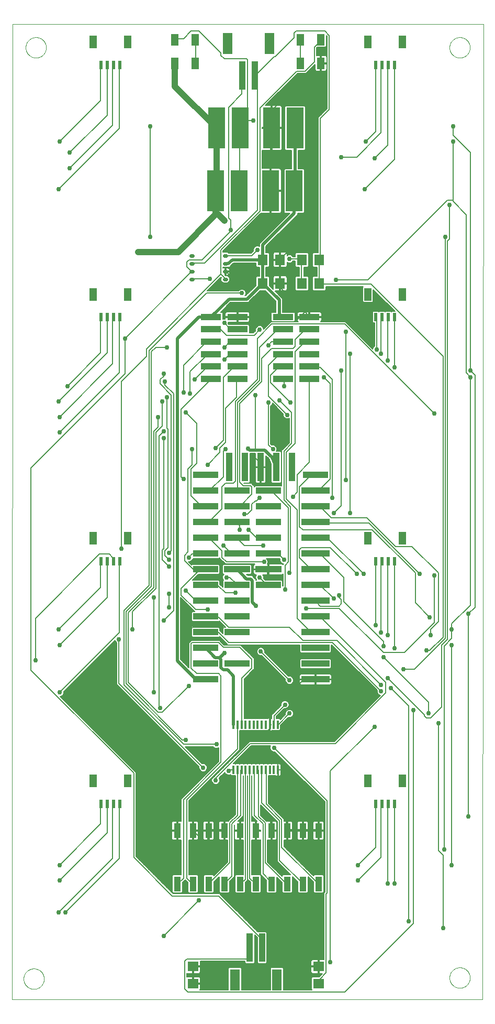
<source format=gtl>
G75*
%MOIN*%
%OFA0B0*%
%FSLAX25Y25*%
%IPPOS*%
%LPD*%
%AMOC8*
5,1,8,0,0,1.08239X$1,22.5*
%
%ADD10C,0.00000*%
%ADD11R,0.18000X0.04200*%
%ADD12R,0.16000X0.04200*%
%ADD13R,0.04200X0.18000*%
%ADD14R,0.16500X0.04200*%
%ADD15R,0.04449X0.09606*%
%ADD16R,0.04724X0.07874*%
%ADD17R,0.02362X0.05315*%
%ADD18R,0.03937X0.18110*%
%ADD19R,0.06299X0.13386*%
%ADD20R,0.01370X0.05500*%
%ADD21R,0.07087X0.06299*%
%ADD22R,0.11000X0.26000*%
%ADD23R,0.06299X0.07087*%
%ADD24C,0.02362*%
%ADD25R,0.05000X0.07500*%
%ADD26R,0.13000X0.04000*%
%ADD27C,0.00600*%
%ADD28C,0.02978*%
%ADD29C,0.02000*%
%ADD30C,0.04000*%
D10*
X0002057Y0001000D02*
X0002427Y0621500D01*
X0302387Y0621500D01*
X0302017Y0001000D01*
X0002057Y0001000D01*
X0009596Y0014224D02*
X0009598Y0014385D01*
X0009604Y0014545D01*
X0009614Y0014706D01*
X0009628Y0014866D01*
X0009646Y0015026D01*
X0009667Y0015185D01*
X0009693Y0015344D01*
X0009723Y0015502D01*
X0009756Y0015659D01*
X0009794Y0015816D01*
X0009835Y0015971D01*
X0009880Y0016125D01*
X0009929Y0016278D01*
X0009982Y0016430D01*
X0010038Y0016581D01*
X0010099Y0016730D01*
X0010162Y0016878D01*
X0010230Y0017024D01*
X0010301Y0017168D01*
X0010375Y0017310D01*
X0010453Y0017451D01*
X0010535Y0017589D01*
X0010620Y0017726D01*
X0010708Y0017860D01*
X0010800Y0017992D01*
X0010895Y0018122D01*
X0010993Y0018250D01*
X0011094Y0018375D01*
X0011198Y0018497D01*
X0011305Y0018617D01*
X0011415Y0018734D01*
X0011528Y0018849D01*
X0011644Y0018960D01*
X0011763Y0019069D01*
X0011884Y0019174D01*
X0012008Y0019277D01*
X0012134Y0019377D01*
X0012262Y0019473D01*
X0012393Y0019566D01*
X0012527Y0019656D01*
X0012662Y0019743D01*
X0012800Y0019826D01*
X0012939Y0019906D01*
X0013081Y0019982D01*
X0013224Y0020055D01*
X0013369Y0020124D01*
X0013516Y0020190D01*
X0013664Y0020252D01*
X0013814Y0020310D01*
X0013965Y0020365D01*
X0014118Y0020416D01*
X0014272Y0020463D01*
X0014427Y0020506D01*
X0014583Y0020545D01*
X0014739Y0020581D01*
X0014897Y0020612D01*
X0015055Y0020640D01*
X0015214Y0020664D01*
X0015374Y0020684D01*
X0015534Y0020700D01*
X0015694Y0020712D01*
X0015855Y0020720D01*
X0016016Y0020724D01*
X0016176Y0020724D01*
X0016337Y0020720D01*
X0016498Y0020712D01*
X0016658Y0020700D01*
X0016818Y0020684D01*
X0016978Y0020664D01*
X0017137Y0020640D01*
X0017295Y0020612D01*
X0017453Y0020581D01*
X0017609Y0020545D01*
X0017765Y0020506D01*
X0017920Y0020463D01*
X0018074Y0020416D01*
X0018227Y0020365D01*
X0018378Y0020310D01*
X0018528Y0020252D01*
X0018676Y0020190D01*
X0018823Y0020124D01*
X0018968Y0020055D01*
X0019111Y0019982D01*
X0019253Y0019906D01*
X0019392Y0019826D01*
X0019530Y0019743D01*
X0019665Y0019656D01*
X0019799Y0019566D01*
X0019930Y0019473D01*
X0020058Y0019377D01*
X0020184Y0019277D01*
X0020308Y0019174D01*
X0020429Y0019069D01*
X0020548Y0018960D01*
X0020664Y0018849D01*
X0020777Y0018734D01*
X0020887Y0018617D01*
X0020994Y0018497D01*
X0021098Y0018375D01*
X0021199Y0018250D01*
X0021297Y0018122D01*
X0021392Y0017992D01*
X0021484Y0017860D01*
X0021572Y0017726D01*
X0021657Y0017589D01*
X0021739Y0017451D01*
X0021817Y0017310D01*
X0021891Y0017168D01*
X0021962Y0017024D01*
X0022030Y0016878D01*
X0022093Y0016730D01*
X0022154Y0016581D01*
X0022210Y0016430D01*
X0022263Y0016278D01*
X0022312Y0016125D01*
X0022357Y0015971D01*
X0022398Y0015816D01*
X0022436Y0015659D01*
X0022469Y0015502D01*
X0022499Y0015344D01*
X0022525Y0015185D01*
X0022546Y0015026D01*
X0022564Y0014866D01*
X0022578Y0014706D01*
X0022588Y0014545D01*
X0022594Y0014385D01*
X0022596Y0014224D01*
X0022594Y0014063D01*
X0022588Y0013903D01*
X0022578Y0013742D01*
X0022564Y0013582D01*
X0022546Y0013422D01*
X0022525Y0013263D01*
X0022499Y0013104D01*
X0022469Y0012946D01*
X0022436Y0012789D01*
X0022398Y0012632D01*
X0022357Y0012477D01*
X0022312Y0012323D01*
X0022263Y0012170D01*
X0022210Y0012018D01*
X0022154Y0011867D01*
X0022093Y0011718D01*
X0022030Y0011570D01*
X0021962Y0011424D01*
X0021891Y0011280D01*
X0021817Y0011138D01*
X0021739Y0010997D01*
X0021657Y0010859D01*
X0021572Y0010722D01*
X0021484Y0010588D01*
X0021392Y0010456D01*
X0021297Y0010326D01*
X0021199Y0010198D01*
X0021098Y0010073D01*
X0020994Y0009951D01*
X0020887Y0009831D01*
X0020777Y0009714D01*
X0020664Y0009599D01*
X0020548Y0009488D01*
X0020429Y0009379D01*
X0020308Y0009274D01*
X0020184Y0009171D01*
X0020058Y0009071D01*
X0019930Y0008975D01*
X0019799Y0008882D01*
X0019665Y0008792D01*
X0019530Y0008705D01*
X0019392Y0008622D01*
X0019253Y0008542D01*
X0019111Y0008466D01*
X0018968Y0008393D01*
X0018823Y0008324D01*
X0018676Y0008258D01*
X0018528Y0008196D01*
X0018378Y0008138D01*
X0018227Y0008083D01*
X0018074Y0008032D01*
X0017920Y0007985D01*
X0017765Y0007942D01*
X0017609Y0007903D01*
X0017453Y0007867D01*
X0017295Y0007836D01*
X0017137Y0007808D01*
X0016978Y0007784D01*
X0016818Y0007764D01*
X0016658Y0007748D01*
X0016498Y0007736D01*
X0016337Y0007728D01*
X0016176Y0007724D01*
X0016016Y0007724D01*
X0015855Y0007728D01*
X0015694Y0007736D01*
X0015534Y0007748D01*
X0015374Y0007764D01*
X0015214Y0007784D01*
X0015055Y0007808D01*
X0014897Y0007836D01*
X0014739Y0007867D01*
X0014583Y0007903D01*
X0014427Y0007942D01*
X0014272Y0007985D01*
X0014118Y0008032D01*
X0013965Y0008083D01*
X0013814Y0008138D01*
X0013664Y0008196D01*
X0013516Y0008258D01*
X0013369Y0008324D01*
X0013224Y0008393D01*
X0013081Y0008466D01*
X0012939Y0008542D01*
X0012800Y0008622D01*
X0012662Y0008705D01*
X0012527Y0008792D01*
X0012393Y0008882D01*
X0012262Y0008975D01*
X0012134Y0009071D01*
X0012008Y0009171D01*
X0011884Y0009274D01*
X0011763Y0009379D01*
X0011644Y0009488D01*
X0011528Y0009599D01*
X0011415Y0009714D01*
X0011305Y0009831D01*
X0011198Y0009951D01*
X0011094Y0010073D01*
X0010993Y0010198D01*
X0010895Y0010326D01*
X0010800Y0010456D01*
X0010708Y0010588D01*
X0010620Y0010722D01*
X0010535Y0010859D01*
X0010453Y0010997D01*
X0010375Y0011138D01*
X0010301Y0011280D01*
X0010230Y0011424D01*
X0010162Y0011570D01*
X0010099Y0011718D01*
X0010038Y0011867D01*
X0009982Y0012018D01*
X0009929Y0012170D01*
X0009880Y0012323D01*
X0009835Y0012477D01*
X0009794Y0012632D01*
X0009756Y0012789D01*
X0009723Y0012946D01*
X0009693Y0013104D01*
X0009667Y0013263D01*
X0009646Y0013422D01*
X0009628Y0013582D01*
X0009614Y0013742D01*
X0009604Y0013903D01*
X0009598Y0014063D01*
X0009596Y0014224D01*
X0280927Y0014906D02*
X0280929Y0015067D01*
X0280935Y0015227D01*
X0280945Y0015388D01*
X0280959Y0015548D01*
X0280977Y0015708D01*
X0280998Y0015867D01*
X0281024Y0016026D01*
X0281054Y0016184D01*
X0281087Y0016341D01*
X0281125Y0016498D01*
X0281166Y0016653D01*
X0281211Y0016807D01*
X0281260Y0016960D01*
X0281313Y0017112D01*
X0281369Y0017263D01*
X0281430Y0017412D01*
X0281493Y0017560D01*
X0281561Y0017706D01*
X0281632Y0017850D01*
X0281706Y0017992D01*
X0281784Y0018133D01*
X0281866Y0018271D01*
X0281951Y0018408D01*
X0282039Y0018542D01*
X0282131Y0018674D01*
X0282226Y0018804D01*
X0282324Y0018932D01*
X0282425Y0019057D01*
X0282529Y0019179D01*
X0282636Y0019299D01*
X0282746Y0019416D01*
X0282859Y0019531D01*
X0282975Y0019642D01*
X0283094Y0019751D01*
X0283215Y0019856D01*
X0283339Y0019959D01*
X0283465Y0020059D01*
X0283593Y0020155D01*
X0283724Y0020248D01*
X0283858Y0020338D01*
X0283993Y0020425D01*
X0284131Y0020508D01*
X0284270Y0020588D01*
X0284412Y0020664D01*
X0284555Y0020737D01*
X0284700Y0020806D01*
X0284847Y0020872D01*
X0284995Y0020934D01*
X0285145Y0020992D01*
X0285296Y0021047D01*
X0285449Y0021098D01*
X0285603Y0021145D01*
X0285758Y0021188D01*
X0285914Y0021227D01*
X0286070Y0021263D01*
X0286228Y0021294D01*
X0286386Y0021322D01*
X0286545Y0021346D01*
X0286705Y0021366D01*
X0286865Y0021382D01*
X0287025Y0021394D01*
X0287186Y0021402D01*
X0287347Y0021406D01*
X0287507Y0021406D01*
X0287668Y0021402D01*
X0287829Y0021394D01*
X0287989Y0021382D01*
X0288149Y0021366D01*
X0288309Y0021346D01*
X0288468Y0021322D01*
X0288626Y0021294D01*
X0288784Y0021263D01*
X0288940Y0021227D01*
X0289096Y0021188D01*
X0289251Y0021145D01*
X0289405Y0021098D01*
X0289558Y0021047D01*
X0289709Y0020992D01*
X0289859Y0020934D01*
X0290007Y0020872D01*
X0290154Y0020806D01*
X0290299Y0020737D01*
X0290442Y0020664D01*
X0290584Y0020588D01*
X0290723Y0020508D01*
X0290861Y0020425D01*
X0290996Y0020338D01*
X0291130Y0020248D01*
X0291261Y0020155D01*
X0291389Y0020059D01*
X0291515Y0019959D01*
X0291639Y0019856D01*
X0291760Y0019751D01*
X0291879Y0019642D01*
X0291995Y0019531D01*
X0292108Y0019416D01*
X0292218Y0019299D01*
X0292325Y0019179D01*
X0292429Y0019057D01*
X0292530Y0018932D01*
X0292628Y0018804D01*
X0292723Y0018674D01*
X0292815Y0018542D01*
X0292903Y0018408D01*
X0292988Y0018271D01*
X0293070Y0018133D01*
X0293148Y0017992D01*
X0293222Y0017850D01*
X0293293Y0017706D01*
X0293361Y0017560D01*
X0293424Y0017412D01*
X0293485Y0017263D01*
X0293541Y0017112D01*
X0293594Y0016960D01*
X0293643Y0016807D01*
X0293688Y0016653D01*
X0293729Y0016498D01*
X0293767Y0016341D01*
X0293800Y0016184D01*
X0293830Y0016026D01*
X0293856Y0015867D01*
X0293877Y0015708D01*
X0293895Y0015548D01*
X0293909Y0015388D01*
X0293919Y0015227D01*
X0293925Y0015067D01*
X0293927Y0014906D01*
X0293925Y0014745D01*
X0293919Y0014585D01*
X0293909Y0014424D01*
X0293895Y0014264D01*
X0293877Y0014104D01*
X0293856Y0013945D01*
X0293830Y0013786D01*
X0293800Y0013628D01*
X0293767Y0013471D01*
X0293729Y0013314D01*
X0293688Y0013159D01*
X0293643Y0013005D01*
X0293594Y0012852D01*
X0293541Y0012700D01*
X0293485Y0012549D01*
X0293424Y0012400D01*
X0293361Y0012252D01*
X0293293Y0012106D01*
X0293222Y0011962D01*
X0293148Y0011820D01*
X0293070Y0011679D01*
X0292988Y0011541D01*
X0292903Y0011404D01*
X0292815Y0011270D01*
X0292723Y0011138D01*
X0292628Y0011008D01*
X0292530Y0010880D01*
X0292429Y0010755D01*
X0292325Y0010633D01*
X0292218Y0010513D01*
X0292108Y0010396D01*
X0291995Y0010281D01*
X0291879Y0010170D01*
X0291760Y0010061D01*
X0291639Y0009956D01*
X0291515Y0009853D01*
X0291389Y0009753D01*
X0291261Y0009657D01*
X0291130Y0009564D01*
X0290996Y0009474D01*
X0290861Y0009387D01*
X0290723Y0009304D01*
X0290584Y0009224D01*
X0290442Y0009148D01*
X0290299Y0009075D01*
X0290154Y0009006D01*
X0290007Y0008940D01*
X0289859Y0008878D01*
X0289709Y0008820D01*
X0289558Y0008765D01*
X0289405Y0008714D01*
X0289251Y0008667D01*
X0289096Y0008624D01*
X0288940Y0008585D01*
X0288784Y0008549D01*
X0288626Y0008518D01*
X0288468Y0008490D01*
X0288309Y0008466D01*
X0288149Y0008446D01*
X0287989Y0008430D01*
X0287829Y0008418D01*
X0287668Y0008410D01*
X0287507Y0008406D01*
X0287347Y0008406D01*
X0287186Y0008410D01*
X0287025Y0008418D01*
X0286865Y0008430D01*
X0286705Y0008446D01*
X0286545Y0008466D01*
X0286386Y0008490D01*
X0286228Y0008518D01*
X0286070Y0008549D01*
X0285914Y0008585D01*
X0285758Y0008624D01*
X0285603Y0008667D01*
X0285449Y0008714D01*
X0285296Y0008765D01*
X0285145Y0008820D01*
X0284995Y0008878D01*
X0284847Y0008940D01*
X0284700Y0009006D01*
X0284555Y0009075D01*
X0284412Y0009148D01*
X0284270Y0009224D01*
X0284131Y0009304D01*
X0283993Y0009387D01*
X0283858Y0009474D01*
X0283724Y0009564D01*
X0283593Y0009657D01*
X0283465Y0009753D01*
X0283339Y0009853D01*
X0283215Y0009956D01*
X0283094Y0010061D01*
X0282975Y0010170D01*
X0282859Y0010281D01*
X0282746Y0010396D01*
X0282636Y0010513D01*
X0282529Y0010633D01*
X0282425Y0010755D01*
X0282324Y0010880D01*
X0282226Y0011008D01*
X0282131Y0011138D01*
X0282039Y0011270D01*
X0281951Y0011404D01*
X0281866Y0011541D01*
X0281784Y0011679D01*
X0281706Y0011820D01*
X0281632Y0011962D01*
X0281561Y0012106D01*
X0281493Y0012252D01*
X0281430Y0012400D01*
X0281369Y0012549D01*
X0281313Y0012700D01*
X0281260Y0012852D01*
X0281211Y0013005D01*
X0281166Y0013159D01*
X0281125Y0013314D01*
X0281087Y0013471D01*
X0281054Y0013628D01*
X0281024Y0013786D01*
X0280998Y0013945D01*
X0280977Y0014104D01*
X0280959Y0014264D01*
X0280945Y0014424D01*
X0280935Y0014585D01*
X0280929Y0014745D01*
X0280927Y0014906D01*
X0280927Y0606579D02*
X0280929Y0606740D01*
X0280935Y0606900D01*
X0280945Y0607061D01*
X0280959Y0607221D01*
X0280977Y0607381D01*
X0280998Y0607540D01*
X0281024Y0607699D01*
X0281054Y0607857D01*
X0281087Y0608014D01*
X0281125Y0608171D01*
X0281166Y0608326D01*
X0281211Y0608480D01*
X0281260Y0608633D01*
X0281313Y0608785D01*
X0281369Y0608936D01*
X0281430Y0609085D01*
X0281493Y0609233D01*
X0281561Y0609379D01*
X0281632Y0609523D01*
X0281706Y0609665D01*
X0281784Y0609806D01*
X0281866Y0609944D01*
X0281951Y0610081D01*
X0282039Y0610215D01*
X0282131Y0610347D01*
X0282226Y0610477D01*
X0282324Y0610605D01*
X0282425Y0610730D01*
X0282529Y0610852D01*
X0282636Y0610972D01*
X0282746Y0611089D01*
X0282859Y0611204D01*
X0282975Y0611315D01*
X0283094Y0611424D01*
X0283215Y0611529D01*
X0283339Y0611632D01*
X0283465Y0611732D01*
X0283593Y0611828D01*
X0283724Y0611921D01*
X0283858Y0612011D01*
X0283993Y0612098D01*
X0284131Y0612181D01*
X0284270Y0612261D01*
X0284412Y0612337D01*
X0284555Y0612410D01*
X0284700Y0612479D01*
X0284847Y0612545D01*
X0284995Y0612607D01*
X0285145Y0612665D01*
X0285296Y0612720D01*
X0285449Y0612771D01*
X0285603Y0612818D01*
X0285758Y0612861D01*
X0285914Y0612900D01*
X0286070Y0612936D01*
X0286228Y0612967D01*
X0286386Y0612995D01*
X0286545Y0613019D01*
X0286705Y0613039D01*
X0286865Y0613055D01*
X0287025Y0613067D01*
X0287186Y0613075D01*
X0287347Y0613079D01*
X0287507Y0613079D01*
X0287668Y0613075D01*
X0287829Y0613067D01*
X0287989Y0613055D01*
X0288149Y0613039D01*
X0288309Y0613019D01*
X0288468Y0612995D01*
X0288626Y0612967D01*
X0288784Y0612936D01*
X0288940Y0612900D01*
X0289096Y0612861D01*
X0289251Y0612818D01*
X0289405Y0612771D01*
X0289558Y0612720D01*
X0289709Y0612665D01*
X0289859Y0612607D01*
X0290007Y0612545D01*
X0290154Y0612479D01*
X0290299Y0612410D01*
X0290442Y0612337D01*
X0290584Y0612261D01*
X0290723Y0612181D01*
X0290861Y0612098D01*
X0290996Y0612011D01*
X0291130Y0611921D01*
X0291261Y0611828D01*
X0291389Y0611732D01*
X0291515Y0611632D01*
X0291639Y0611529D01*
X0291760Y0611424D01*
X0291879Y0611315D01*
X0291995Y0611204D01*
X0292108Y0611089D01*
X0292218Y0610972D01*
X0292325Y0610852D01*
X0292429Y0610730D01*
X0292530Y0610605D01*
X0292628Y0610477D01*
X0292723Y0610347D01*
X0292815Y0610215D01*
X0292903Y0610081D01*
X0292988Y0609944D01*
X0293070Y0609806D01*
X0293148Y0609665D01*
X0293222Y0609523D01*
X0293293Y0609379D01*
X0293361Y0609233D01*
X0293424Y0609085D01*
X0293485Y0608936D01*
X0293541Y0608785D01*
X0293594Y0608633D01*
X0293643Y0608480D01*
X0293688Y0608326D01*
X0293729Y0608171D01*
X0293767Y0608014D01*
X0293800Y0607857D01*
X0293830Y0607699D01*
X0293856Y0607540D01*
X0293877Y0607381D01*
X0293895Y0607221D01*
X0293909Y0607061D01*
X0293919Y0606900D01*
X0293925Y0606740D01*
X0293927Y0606579D01*
X0293925Y0606418D01*
X0293919Y0606258D01*
X0293909Y0606097D01*
X0293895Y0605937D01*
X0293877Y0605777D01*
X0293856Y0605618D01*
X0293830Y0605459D01*
X0293800Y0605301D01*
X0293767Y0605144D01*
X0293729Y0604987D01*
X0293688Y0604832D01*
X0293643Y0604678D01*
X0293594Y0604525D01*
X0293541Y0604373D01*
X0293485Y0604222D01*
X0293424Y0604073D01*
X0293361Y0603925D01*
X0293293Y0603779D01*
X0293222Y0603635D01*
X0293148Y0603493D01*
X0293070Y0603352D01*
X0292988Y0603214D01*
X0292903Y0603077D01*
X0292815Y0602943D01*
X0292723Y0602811D01*
X0292628Y0602681D01*
X0292530Y0602553D01*
X0292429Y0602428D01*
X0292325Y0602306D01*
X0292218Y0602186D01*
X0292108Y0602069D01*
X0291995Y0601954D01*
X0291879Y0601843D01*
X0291760Y0601734D01*
X0291639Y0601629D01*
X0291515Y0601526D01*
X0291389Y0601426D01*
X0291261Y0601330D01*
X0291130Y0601237D01*
X0290996Y0601147D01*
X0290861Y0601060D01*
X0290723Y0600977D01*
X0290584Y0600897D01*
X0290442Y0600821D01*
X0290299Y0600748D01*
X0290154Y0600679D01*
X0290007Y0600613D01*
X0289859Y0600551D01*
X0289709Y0600493D01*
X0289558Y0600438D01*
X0289405Y0600387D01*
X0289251Y0600340D01*
X0289096Y0600297D01*
X0288940Y0600258D01*
X0288784Y0600222D01*
X0288626Y0600191D01*
X0288468Y0600163D01*
X0288309Y0600139D01*
X0288149Y0600119D01*
X0287989Y0600103D01*
X0287829Y0600091D01*
X0287668Y0600083D01*
X0287507Y0600079D01*
X0287347Y0600079D01*
X0287186Y0600083D01*
X0287025Y0600091D01*
X0286865Y0600103D01*
X0286705Y0600119D01*
X0286545Y0600139D01*
X0286386Y0600163D01*
X0286228Y0600191D01*
X0286070Y0600222D01*
X0285914Y0600258D01*
X0285758Y0600297D01*
X0285603Y0600340D01*
X0285449Y0600387D01*
X0285296Y0600438D01*
X0285145Y0600493D01*
X0284995Y0600551D01*
X0284847Y0600613D01*
X0284700Y0600679D01*
X0284555Y0600748D01*
X0284412Y0600821D01*
X0284270Y0600897D01*
X0284131Y0600977D01*
X0283993Y0601060D01*
X0283858Y0601147D01*
X0283724Y0601237D01*
X0283593Y0601330D01*
X0283465Y0601426D01*
X0283339Y0601526D01*
X0283215Y0601629D01*
X0283094Y0601734D01*
X0282975Y0601843D01*
X0282859Y0601954D01*
X0282746Y0602069D01*
X0282636Y0602186D01*
X0282529Y0602306D01*
X0282425Y0602428D01*
X0282324Y0602553D01*
X0282226Y0602681D01*
X0282131Y0602811D01*
X0282039Y0602943D01*
X0281951Y0603077D01*
X0281866Y0603214D01*
X0281784Y0603352D01*
X0281706Y0603493D01*
X0281632Y0603635D01*
X0281561Y0603779D01*
X0281493Y0603925D01*
X0281430Y0604073D01*
X0281369Y0604222D01*
X0281313Y0604373D01*
X0281260Y0604525D01*
X0281211Y0604678D01*
X0281166Y0604832D01*
X0281125Y0604987D01*
X0281087Y0605144D01*
X0281054Y0605301D01*
X0281024Y0605459D01*
X0280998Y0605618D01*
X0280977Y0605777D01*
X0280959Y0605937D01*
X0280945Y0606097D01*
X0280935Y0606258D01*
X0280929Y0606418D01*
X0280927Y0606579D01*
X0010927Y0606579D02*
X0010929Y0606740D01*
X0010935Y0606900D01*
X0010945Y0607061D01*
X0010959Y0607221D01*
X0010977Y0607381D01*
X0010998Y0607540D01*
X0011024Y0607699D01*
X0011054Y0607857D01*
X0011087Y0608014D01*
X0011125Y0608171D01*
X0011166Y0608326D01*
X0011211Y0608480D01*
X0011260Y0608633D01*
X0011313Y0608785D01*
X0011369Y0608936D01*
X0011430Y0609085D01*
X0011493Y0609233D01*
X0011561Y0609379D01*
X0011632Y0609523D01*
X0011706Y0609665D01*
X0011784Y0609806D01*
X0011866Y0609944D01*
X0011951Y0610081D01*
X0012039Y0610215D01*
X0012131Y0610347D01*
X0012226Y0610477D01*
X0012324Y0610605D01*
X0012425Y0610730D01*
X0012529Y0610852D01*
X0012636Y0610972D01*
X0012746Y0611089D01*
X0012859Y0611204D01*
X0012975Y0611315D01*
X0013094Y0611424D01*
X0013215Y0611529D01*
X0013339Y0611632D01*
X0013465Y0611732D01*
X0013593Y0611828D01*
X0013724Y0611921D01*
X0013858Y0612011D01*
X0013993Y0612098D01*
X0014131Y0612181D01*
X0014270Y0612261D01*
X0014412Y0612337D01*
X0014555Y0612410D01*
X0014700Y0612479D01*
X0014847Y0612545D01*
X0014995Y0612607D01*
X0015145Y0612665D01*
X0015296Y0612720D01*
X0015449Y0612771D01*
X0015603Y0612818D01*
X0015758Y0612861D01*
X0015914Y0612900D01*
X0016070Y0612936D01*
X0016228Y0612967D01*
X0016386Y0612995D01*
X0016545Y0613019D01*
X0016705Y0613039D01*
X0016865Y0613055D01*
X0017025Y0613067D01*
X0017186Y0613075D01*
X0017347Y0613079D01*
X0017507Y0613079D01*
X0017668Y0613075D01*
X0017829Y0613067D01*
X0017989Y0613055D01*
X0018149Y0613039D01*
X0018309Y0613019D01*
X0018468Y0612995D01*
X0018626Y0612967D01*
X0018784Y0612936D01*
X0018940Y0612900D01*
X0019096Y0612861D01*
X0019251Y0612818D01*
X0019405Y0612771D01*
X0019558Y0612720D01*
X0019709Y0612665D01*
X0019859Y0612607D01*
X0020007Y0612545D01*
X0020154Y0612479D01*
X0020299Y0612410D01*
X0020442Y0612337D01*
X0020584Y0612261D01*
X0020723Y0612181D01*
X0020861Y0612098D01*
X0020996Y0612011D01*
X0021130Y0611921D01*
X0021261Y0611828D01*
X0021389Y0611732D01*
X0021515Y0611632D01*
X0021639Y0611529D01*
X0021760Y0611424D01*
X0021879Y0611315D01*
X0021995Y0611204D01*
X0022108Y0611089D01*
X0022218Y0610972D01*
X0022325Y0610852D01*
X0022429Y0610730D01*
X0022530Y0610605D01*
X0022628Y0610477D01*
X0022723Y0610347D01*
X0022815Y0610215D01*
X0022903Y0610081D01*
X0022988Y0609944D01*
X0023070Y0609806D01*
X0023148Y0609665D01*
X0023222Y0609523D01*
X0023293Y0609379D01*
X0023361Y0609233D01*
X0023424Y0609085D01*
X0023485Y0608936D01*
X0023541Y0608785D01*
X0023594Y0608633D01*
X0023643Y0608480D01*
X0023688Y0608326D01*
X0023729Y0608171D01*
X0023767Y0608014D01*
X0023800Y0607857D01*
X0023830Y0607699D01*
X0023856Y0607540D01*
X0023877Y0607381D01*
X0023895Y0607221D01*
X0023909Y0607061D01*
X0023919Y0606900D01*
X0023925Y0606740D01*
X0023927Y0606579D01*
X0023925Y0606418D01*
X0023919Y0606258D01*
X0023909Y0606097D01*
X0023895Y0605937D01*
X0023877Y0605777D01*
X0023856Y0605618D01*
X0023830Y0605459D01*
X0023800Y0605301D01*
X0023767Y0605144D01*
X0023729Y0604987D01*
X0023688Y0604832D01*
X0023643Y0604678D01*
X0023594Y0604525D01*
X0023541Y0604373D01*
X0023485Y0604222D01*
X0023424Y0604073D01*
X0023361Y0603925D01*
X0023293Y0603779D01*
X0023222Y0603635D01*
X0023148Y0603493D01*
X0023070Y0603352D01*
X0022988Y0603214D01*
X0022903Y0603077D01*
X0022815Y0602943D01*
X0022723Y0602811D01*
X0022628Y0602681D01*
X0022530Y0602553D01*
X0022429Y0602428D01*
X0022325Y0602306D01*
X0022218Y0602186D01*
X0022108Y0602069D01*
X0021995Y0601954D01*
X0021879Y0601843D01*
X0021760Y0601734D01*
X0021639Y0601629D01*
X0021515Y0601526D01*
X0021389Y0601426D01*
X0021261Y0601330D01*
X0021130Y0601237D01*
X0020996Y0601147D01*
X0020861Y0601060D01*
X0020723Y0600977D01*
X0020584Y0600897D01*
X0020442Y0600821D01*
X0020299Y0600748D01*
X0020154Y0600679D01*
X0020007Y0600613D01*
X0019859Y0600551D01*
X0019709Y0600493D01*
X0019558Y0600438D01*
X0019405Y0600387D01*
X0019251Y0600340D01*
X0019096Y0600297D01*
X0018940Y0600258D01*
X0018784Y0600222D01*
X0018626Y0600191D01*
X0018468Y0600163D01*
X0018309Y0600139D01*
X0018149Y0600119D01*
X0017989Y0600103D01*
X0017829Y0600091D01*
X0017668Y0600083D01*
X0017507Y0600079D01*
X0017347Y0600079D01*
X0017186Y0600083D01*
X0017025Y0600091D01*
X0016865Y0600103D01*
X0016705Y0600119D01*
X0016545Y0600139D01*
X0016386Y0600163D01*
X0016228Y0600191D01*
X0016070Y0600222D01*
X0015914Y0600258D01*
X0015758Y0600297D01*
X0015603Y0600340D01*
X0015449Y0600387D01*
X0015296Y0600438D01*
X0015145Y0600493D01*
X0014995Y0600551D01*
X0014847Y0600613D01*
X0014700Y0600679D01*
X0014555Y0600748D01*
X0014412Y0600821D01*
X0014270Y0600897D01*
X0014131Y0600977D01*
X0013993Y0601060D01*
X0013858Y0601147D01*
X0013724Y0601237D01*
X0013593Y0601330D01*
X0013465Y0601426D01*
X0013339Y0601526D01*
X0013215Y0601629D01*
X0013094Y0601734D01*
X0012975Y0601843D01*
X0012859Y0601954D01*
X0012746Y0602069D01*
X0012636Y0602186D01*
X0012529Y0602306D01*
X0012425Y0602428D01*
X0012324Y0602553D01*
X0012226Y0602681D01*
X0012131Y0602811D01*
X0012039Y0602943D01*
X0011951Y0603077D01*
X0011866Y0603214D01*
X0011784Y0603352D01*
X0011706Y0603493D01*
X0011632Y0603635D01*
X0011561Y0603779D01*
X0011493Y0603925D01*
X0011430Y0604073D01*
X0011369Y0604222D01*
X0011313Y0604373D01*
X0011260Y0604525D01*
X0011211Y0604678D01*
X0011166Y0604832D01*
X0011125Y0604987D01*
X0011087Y0605144D01*
X0011054Y0605301D01*
X0011024Y0605459D01*
X0010998Y0605618D01*
X0010977Y0605777D01*
X0010959Y0605937D01*
X0010945Y0606097D01*
X0010935Y0606258D01*
X0010929Y0606418D01*
X0010927Y0606579D01*
D11*
X0195521Y0324677D03*
X0195521Y0314677D03*
X0195521Y0304677D03*
X0195521Y0294677D03*
X0195521Y0284677D03*
X0195521Y0274677D03*
X0195521Y0264677D03*
X0195521Y0254677D03*
X0195521Y0244677D03*
X0195521Y0234677D03*
X0195521Y0224677D03*
X0195521Y0214677D03*
X0195521Y0204677D03*
D12*
X0165521Y0264677D03*
X0165521Y0284677D03*
X0165521Y0294677D03*
X0165521Y0304677D03*
X0165521Y0314677D03*
X0165521Y0324677D03*
X0145521Y0324677D03*
X0145521Y0314677D03*
X0145521Y0304677D03*
X0145521Y0294677D03*
X0145521Y0284677D03*
X0145521Y0264677D03*
X0145521Y0254677D03*
X0145521Y0244677D03*
X0145521Y0234677D03*
X0145521Y0214677D03*
X0125521Y0214677D03*
X0125521Y0204677D03*
X0125521Y0224677D03*
X0125521Y0234677D03*
X0125521Y0244677D03*
X0125521Y0254677D03*
X0125521Y0264677D03*
X0125521Y0274677D03*
X0125521Y0284677D03*
X0125521Y0294677D03*
X0125521Y0304677D03*
X0125521Y0314677D03*
X0125521Y0324677D03*
X0125521Y0334677D03*
X0195521Y0334677D03*
D13*
X0180521Y0339677D03*
X0170521Y0339677D03*
X0160521Y0339677D03*
X0150521Y0339677D03*
X0140521Y0339677D03*
D14*
X0145521Y0274677D03*
X0165521Y0274677D03*
D15*
X0167427Y0108508D03*
X0177427Y0108508D03*
X0187427Y0108508D03*
X0197427Y0108508D03*
X0197427Y0074650D03*
X0187427Y0074650D03*
X0177427Y0074650D03*
X0167427Y0074650D03*
X0157427Y0074650D03*
X0147427Y0074650D03*
X0137427Y0074650D03*
X0127427Y0074650D03*
X0117427Y0074650D03*
X0107427Y0074650D03*
X0107427Y0108508D03*
X0117427Y0108508D03*
X0127427Y0108508D03*
X0137427Y0108508D03*
X0147427Y0108508D03*
X0157427Y0108508D03*
D16*
X0228895Y0140055D03*
X0250942Y0140055D03*
X0250942Y0294390D03*
X0228895Y0294390D03*
X0228895Y0449630D03*
X0250942Y0449630D03*
X0250942Y0610020D03*
X0228895Y0610020D03*
X0075942Y0610020D03*
X0053895Y0610020D03*
X0053895Y0449630D03*
X0075942Y0449630D03*
X0075942Y0294390D03*
X0053895Y0294390D03*
X0053895Y0140055D03*
X0075942Y0140055D03*
D17*
X0070824Y0125587D03*
X0066887Y0125587D03*
X0062950Y0125587D03*
X0059013Y0125587D03*
X0059013Y0279921D03*
X0062950Y0279921D03*
X0066887Y0279921D03*
X0070824Y0279921D03*
X0070824Y0435161D03*
X0066887Y0435161D03*
X0062950Y0435161D03*
X0059013Y0435161D03*
X0059013Y0595551D03*
X0062950Y0595551D03*
X0066887Y0595551D03*
X0070824Y0595551D03*
X0234013Y0595551D03*
X0237950Y0595551D03*
X0241887Y0595551D03*
X0245824Y0595551D03*
X0245824Y0435161D03*
X0241887Y0435161D03*
X0237950Y0435161D03*
X0234013Y0435161D03*
X0234013Y0279921D03*
X0237950Y0279921D03*
X0241887Y0279921D03*
X0245824Y0279921D03*
X0245824Y0125587D03*
X0241887Y0125587D03*
X0237950Y0125587D03*
X0234013Y0125587D03*
D18*
X0161521Y0034114D03*
X0153647Y0034114D03*
X0156903Y0588697D03*
X0149029Y0588697D03*
D19*
X0139580Y0609169D03*
X0166352Y0609169D03*
X0170970Y0013642D03*
X0144198Y0013642D03*
D20*
X0143352Y0147185D03*
X0145911Y0147185D03*
X0148470Y0147185D03*
X0151029Y0147185D03*
X0153588Y0147185D03*
X0156147Y0147185D03*
X0158706Y0147185D03*
X0161265Y0147185D03*
X0163824Y0147185D03*
X0166383Y0147185D03*
X0168942Y0147185D03*
X0171501Y0147185D03*
X0171501Y0175972D03*
X0168942Y0175972D03*
X0166383Y0175972D03*
X0163824Y0175972D03*
X0161265Y0175972D03*
X0158706Y0175972D03*
X0156147Y0175972D03*
X0153588Y0175972D03*
X0151029Y0175972D03*
X0148470Y0175972D03*
X0145911Y0175972D03*
X0143352Y0175972D03*
D21*
X0117427Y0022091D03*
X0117427Y0011067D03*
X0197427Y0011067D03*
X0197427Y0022091D03*
D22*
X0181990Y0515409D03*
X0166990Y0515409D03*
X0146990Y0515409D03*
X0131990Y0515409D03*
X0132466Y0555358D03*
X0147466Y0555358D03*
X0167466Y0555358D03*
X0182466Y0555358D03*
D23*
X0186915Y0471579D03*
X0186915Y0456579D03*
X0197938Y0456579D03*
X0197938Y0471579D03*
X0172938Y0471579D03*
X0172938Y0456579D03*
X0161915Y0456579D03*
X0161915Y0471579D03*
D24*
X0138647Y0474079D02*
X0137663Y0474079D01*
X0137663Y0469079D02*
X0138647Y0469079D01*
X0138647Y0464079D02*
X0137663Y0464079D01*
X0137663Y0459079D02*
X0138647Y0459079D01*
X0117190Y0459079D02*
X0116206Y0459079D01*
X0116206Y0464079D02*
X0117190Y0464079D01*
X0117190Y0469079D02*
X0116206Y0469079D01*
X0116206Y0474079D02*
X0117190Y0474079D01*
D25*
X0118927Y0596579D03*
X0118927Y0611579D03*
X0105927Y0611579D03*
X0105927Y0596579D03*
X0185927Y0596579D03*
X0185927Y0611579D03*
X0198927Y0611579D03*
X0198927Y0596579D03*
D26*
X0191627Y0435201D03*
X0191627Y0427327D03*
X0191627Y0419453D03*
X0191627Y0411579D03*
X0191627Y0403705D03*
X0191627Y0395831D03*
X0174827Y0395831D03*
X0174827Y0403705D03*
X0174827Y0411579D03*
X0174827Y0419453D03*
X0174827Y0427327D03*
X0174827Y0435201D03*
X0145827Y0435201D03*
X0145827Y0427327D03*
X0145827Y0419453D03*
X0145827Y0411579D03*
X0145827Y0403705D03*
X0145827Y0395831D03*
X0129027Y0395831D03*
X0129027Y0403705D03*
X0129027Y0411579D03*
X0129027Y0419453D03*
X0129027Y0427327D03*
X0129027Y0435201D03*
D27*
X0129027Y0427327D02*
X0129693Y0427147D01*
X0135321Y0427147D01*
X0138839Y0423630D01*
X0156427Y0423630D01*
X0159945Y0427147D01*
X0157532Y0428105D02*
X0153434Y0428105D01*
X0153434Y0427507D02*
X0157349Y0427507D01*
X0157349Y0427664D02*
X0157349Y0426631D01*
X0157375Y0426567D01*
X0155845Y0425037D01*
X0153434Y0425037D01*
X0153434Y0429785D01*
X0152785Y0430434D01*
X0140356Y0430434D01*
X0140002Y0430789D01*
X0140028Y0430852D01*
X0140028Y0431885D01*
X0140021Y0431901D01*
X0145527Y0431901D01*
X0145527Y0434901D01*
X0146127Y0434901D01*
X0146127Y0435501D01*
X0153627Y0435501D01*
X0153627Y0437372D01*
X0153538Y0437703D01*
X0153367Y0437999D01*
X0153125Y0438241D01*
X0152828Y0438412D01*
X0152498Y0438501D01*
X0146127Y0438501D01*
X0146127Y0435501D01*
X0145527Y0435501D01*
X0145527Y0438501D01*
X0139155Y0438501D01*
X0138825Y0438412D01*
X0138528Y0438241D01*
X0138286Y0437999D01*
X0138115Y0437703D01*
X0138027Y0437372D01*
X0138027Y0435501D01*
X0145527Y0435501D01*
X0145527Y0434901D01*
X0138027Y0434901D01*
X0138027Y0433932D01*
X0137948Y0433965D01*
X0136915Y0433965D01*
X0136634Y0433848D01*
X0136634Y0437659D01*
X0135985Y0438308D01*
X0135114Y0438308D01*
X0141277Y0444472D01*
X0152788Y0444472D01*
X0154022Y0445706D01*
X0160244Y0451928D01*
X0163585Y0451928D01*
X0170320Y0445194D01*
X0170320Y0438308D01*
X0167868Y0438308D01*
X0167220Y0437659D01*
X0167220Y0432742D01*
X0167868Y0432094D01*
X0181785Y0432094D01*
X0182434Y0432742D01*
X0182434Y0437659D01*
X0181785Y0438308D01*
X0174534Y0438308D01*
X0174534Y0446940D01*
X0173299Y0448174D01*
X0169738Y0451735D01*
X0172638Y0451735D01*
X0172638Y0456279D01*
X0168489Y0456279D01*
X0168489Y0452985D01*
X0166172Y0455302D01*
X0166172Y0460581D01*
X0165523Y0461229D01*
X0164022Y0461229D01*
X0164022Y0466928D01*
X0165523Y0466928D01*
X0166172Y0467577D01*
X0166172Y0475581D01*
X0165523Y0476229D01*
X0164022Y0476229D01*
X0164022Y0480194D01*
X0183456Y0499628D01*
X0184068Y0500203D01*
X0184069Y0500242D01*
X0184097Y0500269D01*
X0184097Y0501109D01*
X0184103Y0501302D01*
X0187948Y0501302D01*
X0188597Y0501951D01*
X0188597Y0528868D01*
X0187948Y0529517D01*
X0184534Y0529517D01*
X0184534Y0541251D01*
X0188425Y0541251D01*
X0189073Y0541900D01*
X0189073Y0568817D01*
X0188425Y0569465D01*
X0176507Y0569465D01*
X0175859Y0568817D01*
X0175859Y0541900D01*
X0176507Y0541251D01*
X0180320Y0541251D01*
X0180320Y0529517D01*
X0176031Y0529517D01*
X0175383Y0528868D01*
X0175383Y0501951D01*
X0176031Y0501302D01*
X0179170Y0501302D01*
X0159808Y0481940D01*
X0159808Y0480086D01*
X0159054Y0480398D01*
X0158022Y0480398D01*
X0157068Y0480003D01*
X0156337Y0479273D01*
X0155942Y0478319D01*
X0155942Y0477286D01*
X0155968Y0477222D01*
X0154438Y0475692D01*
X0140270Y0475692D01*
X0139595Y0476367D01*
X0136715Y0476367D01*
X0136708Y0476360D01*
X0136708Y0477216D01*
X0160647Y0501156D01*
X0160799Y0501307D01*
X0160988Y0501198D01*
X0161318Y0501109D01*
X0166690Y0501109D01*
X0166690Y0515109D01*
X0167290Y0515109D01*
X0167290Y0515709D01*
X0173790Y0515709D01*
X0173790Y0528581D01*
X0173701Y0528911D01*
X0173530Y0529208D01*
X0173288Y0529450D01*
X0172991Y0529621D01*
X0172661Y0529709D01*
X0167290Y0529709D01*
X0167290Y0515709D01*
X0166690Y0515709D01*
X0166690Y0529709D01*
X0161472Y0529709D01*
X0161472Y0541145D01*
X0161795Y0541058D01*
X0167166Y0541058D01*
X0167166Y0555058D01*
X0167766Y0555058D01*
X0167766Y0541058D01*
X0173137Y0541058D01*
X0173468Y0541147D01*
X0173764Y0541318D01*
X0174006Y0541560D01*
X0174177Y0541856D01*
X0174266Y0542187D01*
X0174266Y0555058D01*
X0167766Y0555058D01*
X0167766Y0555658D01*
X0174266Y0555658D01*
X0174266Y0568529D01*
X0174177Y0568860D01*
X0174006Y0569156D01*
X0173764Y0569399D01*
X0173468Y0569570D01*
X0173137Y0569658D01*
X0167766Y0569658D01*
X0167766Y0555658D01*
X0167166Y0555658D01*
X0161472Y0555658D01*
X0161472Y0555058D01*
X0167166Y0555058D01*
X0167166Y0555658D01*
X0167166Y0569658D01*
X0163559Y0569658D01*
X0184072Y0590172D01*
X0189427Y0590172D01*
X0195127Y0595872D01*
X0195127Y0592658D01*
X0195215Y0592327D01*
X0195386Y0592031D01*
X0195628Y0591788D01*
X0195925Y0591617D01*
X0196255Y0591529D01*
X0198627Y0591529D01*
X0198627Y0596279D01*
X0199227Y0596279D01*
X0199227Y0596879D01*
X0202727Y0596879D01*
X0202727Y0600500D01*
X0202638Y0600831D01*
X0202467Y0601127D01*
X0202225Y0601369D01*
X0201928Y0601540D01*
X0201598Y0601629D01*
X0199227Y0601629D01*
X0199227Y0596879D01*
X0198627Y0596879D01*
X0198627Y0601629D01*
X0196275Y0601629D01*
X0196275Y0606390D01*
X0196607Y0606722D01*
X0201885Y0606722D01*
X0202534Y0607370D01*
X0202534Y0614035D01*
X0202861Y0613707D01*
X0202861Y0567735D01*
X0197233Y0562107D01*
X0197233Y0476229D01*
X0194330Y0476229D01*
X0193682Y0475581D01*
X0193682Y0467577D01*
X0194330Y0466928D01*
X0196529Y0466928D01*
X0196529Y0461229D01*
X0194330Y0461229D01*
X0193682Y0460581D01*
X0193682Y0452577D01*
X0194330Y0451928D01*
X0201547Y0451928D01*
X0202195Y0452577D01*
X0202195Y0454585D01*
X0225986Y0454585D01*
X0225426Y0454025D01*
X0225426Y0445234D01*
X0226074Y0444586D01*
X0231716Y0444586D01*
X0232364Y0445234D01*
X0232364Y0452641D01*
X0246080Y0438926D01*
X0244185Y0438926D01*
X0243856Y0438597D01*
X0243527Y0438926D01*
X0240248Y0438926D01*
X0239919Y0438597D01*
X0239590Y0438926D01*
X0236311Y0438926D01*
X0235982Y0438597D01*
X0235653Y0438926D01*
X0232374Y0438926D01*
X0231725Y0438277D01*
X0231725Y0432045D01*
X0232374Y0431397D01*
X0233114Y0431397D01*
X0233114Y0416711D01*
X0233050Y0416684D01*
X0232320Y0415954D01*
X0231925Y0415000D01*
X0231925Y0414848D01*
X0214701Y0432072D01*
X0198772Y0432072D01*
X0198925Y0432161D01*
X0199167Y0432403D01*
X0199338Y0432699D01*
X0199427Y0433030D01*
X0199427Y0434901D01*
X0191927Y0434901D01*
X0191927Y0435501D01*
X0199427Y0435501D01*
X0199427Y0437372D01*
X0199338Y0437703D01*
X0199167Y0437999D01*
X0198925Y0438241D01*
X0198628Y0438412D01*
X0198298Y0438501D01*
X0191927Y0438501D01*
X0191927Y0435501D01*
X0191327Y0435501D01*
X0191327Y0438501D01*
X0184955Y0438501D01*
X0184625Y0438412D01*
X0184328Y0438241D01*
X0184086Y0437999D01*
X0183915Y0437703D01*
X0183827Y0437372D01*
X0183827Y0435501D01*
X0191327Y0435501D01*
X0191327Y0434901D01*
X0183827Y0434901D01*
X0183827Y0433030D01*
X0183915Y0432699D01*
X0184086Y0432403D01*
X0184328Y0432161D01*
X0184482Y0432072D01*
X0167101Y0432072D01*
X0166277Y0431248D01*
X0162541Y0427512D01*
X0162541Y0427664D01*
X0162146Y0428618D01*
X0161416Y0429348D01*
X0160462Y0429743D01*
X0159429Y0429743D01*
X0158475Y0429348D01*
X0157744Y0428618D01*
X0157349Y0427664D01*
X0157349Y0426908D02*
X0153434Y0426908D01*
X0153434Y0426310D02*
X0157118Y0426310D01*
X0156519Y0425711D02*
X0153434Y0425711D01*
X0153434Y0425113D02*
X0155921Y0425113D01*
X0157830Y0428704D02*
X0153434Y0428704D01*
X0153434Y0429302D02*
X0158429Y0429302D01*
X0161461Y0429302D02*
X0164332Y0429302D01*
X0163733Y0428704D02*
X0162060Y0428704D01*
X0162358Y0428105D02*
X0163135Y0428105D01*
X0164930Y0429901D02*
X0153318Y0429901D01*
X0152828Y0431989D02*
X0153125Y0432161D01*
X0153367Y0432403D01*
X0153538Y0432699D01*
X0153627Y0433030D01*
X0153627Y0434901D01*
X0146127Y0434901D01*
X0146127Y0431901D01*
X0152498Y0431901D01*
X0152828Y0431989D01*
X0153259Y0432295D02*
X0167667Y0432295D01*
X0167684Y0432072D02*
X0182459Y0432072D01*
X0188790Y0438404D01*
X0173312Y0453882D01*
X0173312Y0455993D01*
X0172938Y0456579D01*
X0172609Y0456696D01*
X0172609Y0471470D01*
X0172938Y0471579D01*
X0173312Y0472174D01*
X0189494Y0488356D01*
X0189494Y0554489D01*
X0198640Y0563635D01*
X0198640Y0572781D01*
X0174016Y0572781D01*
X0167684Y0566449D01*
X0167466Y0555358D01*
X0166981Y0555192D01*
X0166981Y0515794D01*
X0166990Y0515409D01*
X0167290Y0515488D02*
X0175383Y0515488D01*
X0175383Y0514890D02*
X0173790Y0514890D01*
X0173790Y0515109D02*
X0167290Y0515109D01*
X0167290Y0501109D01*
X0172661Y0501109D01*
X0172991Y0501198D01*
X0173288Y0501369D01*
X0173530Y0501611D01*
X0173701Y0501908D01*
X0173790Y0502238D01*
X0173790Y0515109D01*
X0173790Y0514291D02*
X0175383Y0514291D01*
X0175383Y0513693D02*
X0173790Y0513693D01*
X0173790Y0513094D02*
X0175383Y0513094D01*
X0175383Y0512495D02*
X0173790Y0512495D01*
X0173790Y0511897D02*
X0175383Y0511897D01*
X0175383Y0511298D02*
X0173790Y0511298D01*
X0173790Y0510700D02*
X0175383Y0510700D01*
X0175383Y0510101D02*
X0173790Y0510101D01*
X0173790Y0509503D02*
X0175383Y0509503D01*
X0175383Y0508904D02*
X0173790Y0508904D01*
X0173790Y0508306D02*
X0175383Y0508306D01*
X0175383Y0507707D02*
X0173790Y0507707D01*
X0173790Y0507109D02*
X0175383Y0507109D01*
X0175383Y0506510D02*
X0173790Y0506510D01*
X0173790Y0505912D02*
X0175383Y0505912D01*
X0175383Y0505313D02*
X0173790Y0505313D01*
X0173790Y0504715D02*
X0175383Y0504715D01*
X0175383Y0504116D02*
X0173790Y0504116D01*
X0173790Y0503518D02*
X0175383Y0503518D01*
X0175383Y0502919D02*
X0173790Y0502919D01*
X0173790Y0502321D02*
X0175383Y0502321D01*
X0175611Y0501722D02*
X0173594Y0501722D01*
X0172714Y0501124D02*
X0178992Y0501124D01*
X0178393Y0500525D02*
X0160017Y0500525D01*
X0160615Y0501124D02*
X0161265Y0501124D01*
X0160064Y0502563D02*
X0160064Y0568154D01*
X0183490Y0591579D01*
X0188844Y0591579D01*
X0194868Y0597602D01*
X0194868Y0606972D01*
X0198883Y0610988D01*
X0198927Y0611579D01*
X0202534Y0611848D02*
X0202861Y0611848D01*
X0202861Y0611250D02*
X0202534Y0611250D01*
X0202534Y0610651D02*
X0202861Y0610651D01*
X0202861Y0610053D02*
X0202534Y0610053D01*
X0202534Y0609454D02*
X0202861Y0609454D01*
X0202861Y0608856D02*
X0202534Y0608856D01*
X0202534Y0608257D02*
X0202861Y0608257D01*
X0202861Y0607659D02*
X0202534Y0607659D01*
X0202224Y0607060D02*
X0202861Y0607060D01*
X0202861Y0606462D02*
X0196347Y0606462D01*
X0196275Y0605863D02*
X0202861Y0605863D01*
X0202861Y0605265D02*
X0196275Y0605265D01*
X0196275Y0604666D02*
X0202861Y0604666D01*
X0202861Y0604068D02*
X0196275Y0604068D01*
X0196275Y0603469D02*
X0202861Y0603469D01*
X0202861Y0602871D02*
X0196275Y0602871D01*
X0196275Y0602272D02*
X0202861Y0602272D01*
X0202861Y0601674D02*
X0196275Y0601674D01*
X0198627Y0601075D02*
X0199227Y0601075D01*
X0199227Y0600477D02*
X0198627Y0600477D01*
X0198627Y0599878D02*
X0199227Y0599878D01*
X0199227Y0599280D02*
X0198627Y0599280D01*
X0198627Y0598681D02*
X0199227Y0598681D01*
X0199227Y0598083D02*
X0198627Y0598083D01*
X0198627Y0597484D02*
X0199227Y0597484D01*
X0199227Y0596886D02*
X0198627Y0596886D01*
X0198927Y0596579D02*
X0198640Y0595998D01*
X0198640Y0572781D01*
X0202861Y0572945D02*
X0166846Y0572945D01*
X0166247Y0572347D02*
X0202861Y0572347D01*
X0202861Y0571748D02*
X0165649Y0571748D01*
X0165050Y0571150D02*
X0202861Y0571150D01*
X0202861Y0570551D02*
X0164452Y0570551D01*
X0163853Y0569953D02*
X0202861Y0569953D01*
X0202861Y0569354D02*
X0188536Y0569354D01*
X0189073Y0568756D02*
X0202861Y0568756D01*
X0202861Y0568157D02*
X0189073Y0568157D01*
X0189073Y0567559D02*
X0202685Y0567559D01*
X0202086Y0566960D02*
X0189073Y0566960D01*
X0189073Y0566362D02*
X0201488Y0566362D01*
X0200889Y0565763D02*
X0189073Y0565763D01*
X0189073Y0565164D02*
X0200291Y0565164D01*
X0199692Y0564566D02*
X0189073Y0564566D01*
X0189073Y0563967D02*
X0199094Y0563967D01*
X0198495Y0563369D02*
X0189073Y0563369D01*
X0189073Y0562770D02*
X0197897Y0562770D01*
X0197298Y0562172D02*
X0189073Y0562172D01*
X0189073Y0561573D02*
X0197233Y0561573D01*
X0197233Y0560975D02*
X0189073Y0560975D01*
X0189073Y0560376D02*
X0197233Y0560376D01*
X0197233Y0559778D02*
X0189073Y0559778D01*
X0189073Y0559179D02*
X0197233Y0559179D01*
X0197233Y0558581D02*
X0189073Y0558581D01*
X0189073Y0557982D02*
X0197233Y0557982D01*
X0197233Y0557384D02*
X0189073Y0557384D01*
X0189073Y0556785D02*
X0197233Y0556785D01*
X0197233Y0556187D02*
X0189073Y0556187D01*
X0189073Y0555588D02*
X0197233Y0555588D01*
X0197233Y0554990D02*
X0189073Y0554990D01*
X0189073Y0554391D02*
X0197233Y0554391D01*
X0197233Y0553793D02*
X0189073Y0553793D01*
X0189073Y0553194D02*
X0197233Y0553194D01*
X0197233Y0552596D02*
X0189073Y0552596D01*
X0189073Y0551997D02*
X0197233Y0551997D01*
X0197233Y0551399D02*
X0189073Y0551399D01*
X0189073Y0550800D02*
X0197233Y0550800D01*
X0197233Y0550202D02*
X0189073Y0550202D01*
X0189073Y0549603D02*
X0197233Y0549603D01*
X0197233Y0549005D02*
X0189073Y0549005D01*
X0189073Y0548406D02*
X0197233Y0548406D01*
X0197233Y0547808D02*
X0189073Y0547808D01*
X0189073Y0547209D02*
X0197233Y0547209D01*
X0197233Y0546611D02*
X0189073Y0546611D01*
X0189073Y0546012D02*
X0197233Y0546012D01*
X0197233Y0545414D02*
X0189073Y0545414D01*
X0189073Y0544815D02*
X0197233Y0544815D01*
X0197233Y0544217D02*
X0189073Y0544217D01*
X0189073Y0543618D02*
X0197233Y0543618D01*
X0197233Y0543020D02*
X0189073Y0543020D01*
X0189073Y0542421D02*
X0197233Y0542421D01*
X0197233Y0541823D02*
X0188996Y0541823D01*
X0184534Y0541224D02*
X0197233Y0541224D01*
X0197233Y0540626D02*
X0184534Y0540626D01*
X0184534Y0540027D02*
X0197233Y0540027D01*
X0197233Y0539429D02*
X0184534Y0539429D01*
X0184534Y0538830D02*
X0197233Y0538830D01*
X0197233Y0538231D02*
X0184534Y0538231D01*
X0184534Y0537633D02*
X0197233Y0537633D01*
X0197233Y0537034D02*
X0184534Y0537034D01*
X0184534Y0536436D02*
X0197233Y0536436D01*
X0197233Y0535837D02*
X0184534Y0535837D01*
X0184534Y0535239D02*
X0197233Y0535239D01*
X0197233Y0534640D02*
X0184534Y0534640D01*
X0184534Y0534042D02*
X0197233Y0534042D01*
X0197233Y0533443D02*
X0184534Y0533443D01*
X0184534Y0532845D02*
X0197233Y0532845D01*
X0197233Y0532246D02*
X0184534Y0532246D01*
X0184534Y0531648D02*
X0197233Y0531648D01*
X0197233Y0531049D02*
X0184534Y0531049D01*
X0184534Y0530451D02*
X0197233Y0530451D01*
X0197233Y0529852D02*
X0184534Y0529852D01*
X0180320Y0529852D02*
X0161472Y0529852D01*
X0161472Y0530451D02*
X0180320Y0530451D01*
X0180320Y0531049D02*
X0161472Y0531049D01*
X0161472Y0531648D02*
X0180320Y0531648D01*
X0180320Y0532246D02*
X0161472Y0532246D01*
X0161472Y0532845D02*
X0180320Y0532845D01*
X0180320Y0533443D02*
X0161472Y0533443D01*
X0161472Y0534042D02*
X0180320Y0534042D01*
X0180320Y0534640D02*
X0161472Y0534640D01*
X0161472Y0535239D02*
X0180320Y0535239D01*
X0180320Y0535837D02*
X0161472Y0535837D01*
X0161472Y0536436D02*
X0180320Y0536436D01*
X0180320Y0537034D02*
X0161472Y0537034D01*
X0161472Y0537633D02*
X0180320Y0537633D01*
X0180320Y0538231D02*
X0161472Y0538231D01*
X0161472Y0538830D02*
X0180320Y0538830D01*
X0180320Y0539429D02*
X0161472Y0539429D01*
X0161472Y0540027D02*
X0180320Y0540027D01*
X0180320Y0540626D02*
X0161472Y0540626D01*
X0167166Y0541224D02*
X0167766Y0541224D01*
X0167766Y0541823D02*
X0167166Y0541823D01*
X0167166Y0542421D02*
X0167766Y0542421D01*
X0167766Y0543020D02*
X0167166Y0543020D01*
X0167166Y0543618D02*
X0167766Y0543618D01*
X0167766Y0544217D02*
X0167166Y0544217D01*
X0167166Y0544815D02*
X0167766Y0544815D01*
X0167766Y0545414D02*
X0167166Y0545414D01*
X0167166Y0546012D02*
X0167766Y0546012D01*
X0167766Y0546611D02*
X0167166Y0546611D01*
X0167166Y0547209D02*
X0167766Y0547209D01*
X0167766Y0547808D02*
X0167166Y0547808D01*
X0167166Y0548406D02*
X0167766Y0548406D01*
X0167766Y0549005D02*
X0167166Y0549005D01*
X0167166Y0549603D02*
X0167766Y0549603D01*
X0167766Y0550202D02*
X0167166Y0550202D01*
X0167166Y0550800D02*
X0167766Y0550800D01*
X0167766Y0551399D02*
X0167166Y0551399D01*
X0167166Y0551997D02*
X0167766Y0551997D01*
X0167766Y0552596D02*
X0167166Y0552596D01*
X0167166Y0553194D02*
X0167766Y0553194D01*
X0167766Y0553793D02*
X0167166Y0553793D01*
X0167166Y0554391D02*
X0167766Y0554391D01*
X0167766Y0554990D02*
X0167166Y0554990D01*
X0167466Y0555358D02*
X0167684Y0555896D01*
X0167684Y0566449D01*
X0167766Y0566362D02*
X0167166Y0566362D01*
X0167166Y0566960D02*
X0167766Y0566960D01*
X0167766Y0567559D02*
X0167166Y0567559D01*
X0167166Y0568157D02*
X0167766Y0568157D01*
X0167766Y0568756D02*
X0167166Y0568756D01*
X0167166Y0569354D02*
X0167766Y0569354D01*
X0167766Y0565763D02*
X0167166Y0565763D01*
X0167166Y0565164D02*
X0167766Y0565164D01*
X0167766Y0564566D02*
X0167166Y0564566D01*
X0167166Y0563967D02*
X0167766Y0563967D01*
X0167766Y0563369D02*
X0167166Y0563369D01*
X0167166Y0562770D02*
X0167766Y0562770D01*
X0167766Y0562172D02*
X0167166Y0562172D01*
X0167166Y0561573D02*
X0167766Y0561573D01*
X0167766Y0560975D02*
X0167166Y0560975D01*
X0167166Y0560376D02*
X0167766Y0560376D01*
X0167766Y0559778D02*
X0167166Y0559778D01*
X0167166Y0559179D02*
X0167766Y0559179D01*
X0167766Y0558581D02*
X0167166Y0558581D01*
X0167166Y0557982D02*
X0167766Y0557982D01*
X0167766Y0557384D02*
X0167166Y0557384D01*
X0167166Y0556785D02*
X0167766Y0556785D01*
X0167766Y0556187D02*
X0167166Y0556187D01*
X0167166Y0555588D02*
X0161472Y0555588D01*
X0167766Y0555588D02*
X0175859Y0555588D01*
X0175859Y0554990D02*
X0174266Y0554990D01*
X0174266Y0554391D02*
X0175859Y0554391D01*
X0175859Y0553793D02*
X0174266Y0553793D01*
X0174266Y0553194D02*
X0175859Y0553194D01*
X0175859Y0552596D02*
X0174266Y0552596D01*
X0174266Y0551997D02*
X0175859Y0551997D01*
X0175859Y0551399D02*
X0174266Y0551399D01*
X0174266Y0550800D02*
X0175859Y0550800D01*
X0175859Y0550202D02*
X0174266Y0550202D01*
X0174266Y0549603D02*
X0175859Y0549603D01*
X0175859Y0549005D02*
X0174266Y0549005D01*
X0174266Y0548406D02*
X0175859Y0548406D01*
X0175859Y0547808D02*
X0174266Y0547808D01*
X0174266Y0547209D02*
X0175859Y0547209D01*
X0175859Y0546611D02*
X0174266Y0546611D01*
X0174266Y0546012D02*
X0175859Y0546012D01*
X0175859Y0545414D02*
X0174266Y0545414D01*
X0174266Y0544815D02*
X0175859Y0544815D01*
X0175859Y0544217D02*
X0174266Y0544217D01*
X0174266Y0543618D02*
X0175859Y0543618D01*
X0175859Y0543020D02*
X0174266Y0543020D01*
X0174266Y0542421D02*
X0175859Y0542421D01*
X0175936Y0541823D02*
X0174158Y0541823D01*
X0173601Y0541224D02*
X0180320Y0541224D01*
X0175768Y0529254D02*
X0173484Y0529254D01*
X0173770Y0528655D02*
X0175383Y0528655D01*
X0175383Y0528057D02*
X0173790Y0528057D01*
X0173790Y0527458D02*
X0175383Y0527458D01*
X0175383Y0526860D02*
X0173790Y0526860D01*
X0173790Y0526261D02*
X0175383Y0526261D01*
X0175383Y0525663D02*
X0173790Y0525663D01*
X0173790Y0525064D02*
X0175383Y0525064D01*
X0175383Y0524466D02*
X0173790Y0524466D01*
X0173790Y0523867D02*
X0175383Y0523867D01*
X0175383Y0523269D02*
X0173790Y0523269D01*
X0173790Y0522670D02*
X0175383Y0522670D01*
X0175383Y0522072D02*
X0173790Y0522072D01*
X0173790Y0521473D02*
X0175383Y0521473D01*
X0175383Y0520875D02*
X0173790Y0520875D01*
X0173790Y0520276D02*
X0175383Y0520276D01*
X0175383Y0519678D02*
X0173790Y0519678D01*
X0173790Y0519079D02*
X0175383Y0519079D01*
X0175383Y0518481D02*
X0173790Y0518481D01*
X0173790Y0517882D02*
X0175383Y0517882D01*
X0175383Y0517284D02*
X0173790Y0517284D01*
X0173790Y0516685D02*
X0175383Y0516685D01*
X0175383Y0516087D02*
X0173790Y0516087D01*
X0167290Y0516087D02*
X0166690Y0516087D01*
X0166690Y0516685D02*
X0167290Y0516685D01*
X0167290Y0517284D02*
X0166690Y0517284D01*
X0166690Y0517882D02*
X0167290Y0517882D01*
X0167290Y0518481D02*
X0166690Y0518481D01*
X0166690Y0519079D02*
X0167290Y0519079D01*
X0167290Y0519678D02*
X0166690Y0519678D01*
X0166690Y0520276D02*
X0167290Y0520276D01*
X0167290Y0520875D02*
X0166690Y0520875D01*
X0166690Y0521473D02*
X0167290Y0521473D01*
X0167290Y0522072D02*
X0166690Y0522072D01*
X0166690Y0522670D02*
X0167290Y0522670D01*
X0167290Y0523269D02*
X0166690Y0523269D01*
X0166690Y0523867D02*
X0167290Y0523867D01*
X0167290Y0524466D02*
X0166690Y0524466D01*
X0166690Y0525064D02*
X0167290Y0525064D01*
X0167290Y0525663D02*
X0166690Y0525663D01*
X0166690Y0526261D02*
X0167290Y0526261D01*
X0167290Y0526860D02*
X0166690Y0526860D01*
X0166690Y0527458D02*
X0167290Y0527458D01*
X0167290Y0528057D02*
X0166690Y0528057D01*
X0166690Y0528655D02*
X0167290Y0528655D01*
X0167290Y0529254D02*
X0166690Y0529254D01*
X0166690Y0514890D02*
X0167290Y0514890D01*
X0167290Y0514291D02*
X0166690Y0514291D01*
X0166690Y0513693D02*
X0167290Y0513693D01*
X0167290Y0513094D02*
X0166690Y0513094D01*
X0166690Y0512495D02*
X0167290Y0512495D01*
X0167290Y0511897D02*
X0166690Y0511897D01*
X0166690Y0511298D02*
X0167290Y0511298D01*
X0167290Y0510700D02*
X0166690Y0510700D01*
X0166690Y0510101D02*
X0167290Y0510101D01*
X0167290Y0509503D02*
X0166690Y0509503D01*
X0166690Y0508904D02*
X0167290Y0508904D01*
X0167290Y0508306D02*
X0166690Y0508306D01*
X0166690Y0507707D02*
X0167290Y0507707D01*
X0167290Y0507109D02*
X0166690Y0507109D01*
X0166690Y0506510D02*
X0167290Y0506510D01*
X0167290Y0505912D02*
X0166690Y0505912D01*
X0166690Y0505313D02*
X0167290Y0505313D01*
X0167290Y0504715D02*
X0166690Y0504715D01*
X0166690Y0504116D02*
X0167290Y0504116D01*
X0167290Y0503518D02*
X0166690Y0503518D01*
X0166690Y0502919D02*
X0167290Y0502919D01*
X0167290Y0502321D02*
X0166690Y0502321D01*
X0166690Y0501722D02*
X0167290Y0501722D01*
X0167290Y0501124D02*
X0166690Y0501124D01*
X0172408Y0494540D02*
X0154032Y0494540D01*
X0154630Y0495139D02*
X0173007Y0495139D01*
X0173605Y0495737D02*
X0155229Y0495737D01*
X0155827Y0496336D02*
X0174204Y0496336D01*
X0174802Y0496934D02*
X0156426Y0496934D01*
X0157024Y0497533D02*
X0175401Y0497533D01*
X0175999Y0498131D02*
X0157623Y0498131D01*
X0158221Y0498730D02*
X0176598Y0498730D01*
X0177196Y0499328D02*
X0158820Y0499328D01*
X0159418Y0499927D02*
X0177795Y0499927D01*
X0180762Y0496934D02*
X0197233Y0496934D01*
X0197233Y0496336D02*
X0180163Y0496336D01*
X0179565Y0495737D02*
X0197233Y0495737D01*
X0197233Y0495139D02*
X0178966Y0495139D01*
X0178368Y0494540D02*
X0197233Y0494540D01*
X0197233Y0493942D02*
X0177769Y0493942D01*
X0177171Y0493343D02*
X0197233Y0493343D01*
X0197233Y0492745D02*
X0176572Y0492745D01*
X0175974Y0492146D02*
X0197233Y0492146D01*
X0197233Y0491548D02*
X0175375Y0491548D01*
X0174777Y0490949D02*
X0197233Y0490949D01*
X0197233Y0490351D02*
X0174178Y0490351D01*
X0173580Y0489752D02*
X0197233Y0489752D01*
X0197233Y0489154D02*
X0172981Y0489154D01*
X0172383Y0488555D02*
X0197233Y0488555D01*
X0197233Y0487957D02*
X0171784Y0487957D01*
X0171186Y0487358D02*
X0197233Y0487358D01*
X0197233Y0486760D02*
X0170587Y0486760D01*
X0169989Y0486161D02*
X0197233Y0486161D01*
X0197233Y0485562D02*
X0169390Y0485562D01*
X0168792Y0484964D02*
X0197233Y0484964D01*
X0197233Y0484365D02*
X0168193Y0484365D01*
X0167595Y0483767D02*
X0197233Y0483767D01*
X0197233Y0483168D02*
X0166996Y0483168D01*
X0166398Y0482570D02*
X0197233Y0482570D01*
X0197233Y0481971D02*
X0165799Y0481971D01*
X0165201Y0481373D02*
X0197233Y0481373D01*
X0197233Y0480774D02*
X0164602Y0480774D01*
X0164022Y0480176D02*
X0197233Y0480176D01*
X0197233Y0479577D02*
X0164022Y0479577D01*
X0164022Y0478979D02*
X0197233Y0478979D01*
X0197233Y0478380D02*
X0164022Y0478380D01*
X0164022Y0477782D02*
X0197233Y0477782D01*
X0197233Y0477183D02*
X0164022Y0477183D01*
X0164022Y0476585D02*
X0197233Y0476585D01*
X0198640Y0472174D02*
X0197938Y0471579D01*
X0197936Y0471470D01*
X0197936Y0456696D01*
X0197938Y0456579D01*
X0198640Y0455993D01*
X0231003Y0455993D01*
X0276733Y0410262D01*
X0276733Y0231562D01*
X0268291Y0223120D01*
X0266180Y0223120D01*
X0268994Y0232969D02*
X0268994Y0236487D01*
X0273919Y0241412D01*
X0273919Y0272368D01*
X0257034Y0289253D01*
X0246481Y0289253D01*
X0228189Y0307545D01*
X0205675Y0307545D01*
X0198640Y0314580D01*
X0195826Y0314580D01*
X0195521Y0314677D01*
X0195521Y0304677D02*
X0195826Y0304027D01*
X0229596Y0304027D01*
X0261959Y0271664D01*
X0259145Y0272368D02*
X0259145Y0253372D01*
X0268291Y0244226D01*
X0271105Y0240708D02*
X0271105Y0270961D01*
X0259145Y0272368D02*
X0231707Y0299806D01*
X0187383Y0299806D01*
X0185273Y0301917D01*
X0185273Y0327244D01*
X0192308Y0334280D01*
X0195122Y0334280D01*
X0195521Y0334677D01*
X0191605Y0342722D02*
X0183866Y0334983D01*
X0183866Y0323726D01*
X0181051Y0320912D01*
X0176830Y0319505D02*
X0183866Y0312470D01*
X0183866Y0243522D01*
X0192308Y0235080D01*
X0195122Y0235080D01*
X0195521Y0234677D01*
X0195537Y0244217D02*
X0195521Y0244677D01*
X0195537Y0244217D02*
X0198883Y0244217D01*
X0240379Y0202720D01*
X0240379Y0196028D01*
X0208253Y0163902D01*
X0154041Y0163902D01*
X0131954Y0141815D01*
X0131954Y0140476D01*
X0129534Y0141418D02*
X0128778Y0141418D01*
X0129358Y0140993D02*
X0129358Y0139960D01*
X0129753Y0139006D01*
X0130484Y0138276D01*
X0131438Y0137880D01*
X0132471Y0137880D01*
X0133425Y0138276D01*
X0134155Y0139006D01*
X0134550Y0139960D01*
X0134550Y0140993D01*
X0134155Y0141947D01*
X0134116Y0141986D01*
X0137766Y0145637D01*
X0138045Y0144963D01*
X0138775Y0144233D01*
X0139730Y0143837D01*
X0140762Y0143837D01*
X0141560Y0144168D01*
X0141560Y0143976D01*
X0142208Y0143328D01*
X0144467Y0143328D01*
X0144467Y0118875D01*
X0140367Y0114774D01*
X0140367Y0114774D01*
X0140123Y0114530D01*
X0139822Y0114611D01*
X0137727Y0114611D01*
X0137727Y0108808D01*
X0137127Y0108808D01*
X0137127Y0114611D01*
X0135031Y0114611D01*
X0134700Y0114522D01*
X0134404Y0114351D01*
X0134162Y0114109D01*
X0133991Y0113813D01*
X0133902Y0113482D01*
X0133902Y0108808D01*
X0137127Y0108808D01*
X0137127Y0108208D01*
X0137727Y0108208D01*
X0137727Y0102405D01*
X0139542Y0102405D01*
X0139542Y0088622D01*
X0130758Y0079838D01*
X0130758Y0079911D01*
X0130110Y0080560D01*
X0124744Y0080560D01*
X0124095Y0079911D01*
X0124095Y0069388D01*
X0124744Y0068739D01*
X0130110Y0068739D01*
X0130758Y0069388D01*
X0130758Y0075858D01*
X0134095Y0079195D01*
X0134095Y0069388D01*
X0134744Y0068739D01*
X0140110Y0068739D01*
X0140758Y0069388D01*
X0140758Y0076009D01*
X0143764Y0079014D01*
X0143764Y0112081D01*
X0143902Y0112219D01*
X0143902Y0108808D01*
X0147127Y0108808D01*
X0147127Y0114611D01*
X0146294Y0114611D01*
X0149392Y0117709D01*
X0149392Y0118875D01*
X0149392Y0143328D01*
X0149392Y0114611D01*
X0147727Y0114611D01*
X0147727Y0108808D01*
X0147127Y0108808D01*
X0147127Y0108208D01*
X0147727Y0108208D01*
X0147727Y0102405D01*
X0149392Y0102405D01*
X0149392Y0080560D01*
X0144744Y0080560D01*
X0144095Y0079911D01*
X0144095Y0069388D01*
X0144744Y0068739D01*
X0150110Y0068739D01*
X0150758Y0069388D01*
X0150758Y0075455D01*
X0152206Y0076903D01*
X0152206Y0143362D01*
X0152206Y0077607D01*
X0154095Y0075718D01*
X0154095Y0069388D01*
X0154744Y0068739D01*
X0160110Y0068739D01*
X0160758Y0069388D01*
X0160758Y0079911D01*
X0160110Y0080560D01*
X0155020Y0080560D01*
X0155020Y0102408D01*
X0155031Y0102405D01*
X0157127Y0102405D01*
X0157127Y0108208D01*
X0157727Y0108208D01*
X0160649Y0108208D01*
X0160649Y0108808D01*
X0157727Y0108808D01*
X0157727Y0108208D01*
X0157727Y0102405D01*
X0159822Y0102405D01*
X0160153Y0102493D01*
X0160449Y0102664D01*
X0160649Y0102864D01*
X0160649Y0080421D01*
X0164095Y0076975D01*
X0164095Y0069388D01*
X0164744Y0068739D01*
X0170110Y0068739D01*
X0170758Y0069388D01*
X0170758Y0078754D01*
X0174095Y0075417D01*
X0174095Y0069388D01*
X0174744Y0068739D01*
X0180110Y0068739D01*
X0180758Y0069388D01*
X0180758Y0079307D01*
X0184095Y0075970D01*
X0184095Y0069388D01*
X0184744Y0068739D01*
X0190110Y0068739D01*
X0190758Y0069388D01*
X0190758Y0079157D01*
X0194095Y0075820D01*
X0194095Y0069388D01*
X0194744Y0068739D01*
X0200110Y0068739D01*
X0200758Y0069388D01*
X0200758Y0079911D01*
X0200110Y0080560D01*
X0194744Y0080560D01*
X0194095Y0079911D01*
X0194095Y0079800D01*
X0175423Y0098472D01*
X0175423Y0102405D01*
X0177127Y0102405D01*
X0177127Y0108208D01*
X0177727Y0108208D01*
X0177727Y0108808D01*
X0180951Y0108808D01*
X0180951Y0113482D01*
X0180862Y0113813D01*
X0180691Y0114109D01*
X0180449Y0114351D01*
X0180153Y0114522D01*
X0179822Y0114611D01*
X0177727Y0114611D01*
X0177727Y0108808D01*
X0177127Y0108808D01*
X0177127Y0114611D01*
X0175423Y0114611D01*
X0175423Y0116060D01*
X0174599Y0116885D01*
X0165573Y0125910D01*
X0165573Y0143328D01*
X0167527Y0143328D01*
X0167663Y0143464D01*
X0167799Y0143328D01*
X0170086Y0143328D01*
X0170104Y0143346D01*
X0170315Y0143224D01*
X0170645Y0143135D01*
X0171459Y0143135D01*
X0171459Y0147142D01*
X0171544Y0147142D01*
X0171544Y0143135D01*
X0172358Y0143135D01*
X0172688Y0143224D01*
X0172985Y0143395D01*
X0173227Y0143637D01*
X0173398Y0143933D01*
X0173486Y0144264D01*
X0173486Y0147142D01*
X0171544Y0147142D01*
X0171544Y0147228D01*
X0171459Y0147228D01*
X0171459Y0151235D01*
X0170645Y0151235D01*
X0170315Y0151146D01*
X0170104Y0151025D01*
X0170086Y0151042D01*
X0167799Y0151042D01*
X0167663Y0150906D01*
X0167527Y0151042D01*
X0165240Y0151042D01*
X0165104Y0150906D01*
X0164968Y0151042D01*
X0162681Y0151042D01*
X0162545Y0150906D01*
X0162409Y0151042D01*
X0160122Y0151042D01*
X0159986Y0150906D01*
X0159850Y0151042D01*
X0157563Y0151042D01*
X0157427Y0150906D01*
X0157291Y0151042D01*
X0155004Y0151042D01*
X0154868Y0150906D01*
X0154732Y0151042D01*
X0152444Y0151042D01*
X0152309Y0150906D01*
X0152173Y0151042D01*
X0149885Y0151042D01*
X0149749Y0150906D01*
X0149614Y0151042D01*
X0147326Y0151042D01*
X0147190Y0150906D01*
X0147055Y0151042D01*
X0144767Y0151042D01*
X0144631Y0150906D01*
X0144495Y0151042D01*
X0143171Y0151042D01*
X0154624Y0162494D01*
X0166814Y0162494D01*
X0166495Y0161724D01*
X0166495Y0160691D01*
X0166890Y0159737D01*
X0167621Y0159007D01*
X0168575Y0158612D01*
X0169608Y0158612D01*
X0169671Y0158638D01*
X0201312Y0126997D01*
X0201492Y0126817D01*
X0201492Y0069445D01*
X0200823Y0068776D01*
X0200823Y0026540D01*
X0197727Y0026540D01*
X0197727Y0022391D01*
X0197127Y0022391D01*
X0197127Y0026540D01*
X0193712Y0026540D01*
X0193382Y0026452D01*
X0193085Y0026280D01*
X0192843Y0026038D01*
X0192672Y0025742D01*
X0192583Y0025411D01*
X0192583Y0022391D01*
X0197127Y0022391D01*
X0197127Y0021791D01*
X0197727Y0021791D01*
X0197727Y0017641D01*
X0199885Y0017641D01*
X0197818Y0015574D01*
X0197354Y0015574D01*
X0197103Y0015324D01*
X0193425Y0015324D01*
X0192776Y0014675D01*
X0192776Y0007459D01*
X0193103Y0007132D01*
X0175227Y0007132D01*
X0175227Y0020793D01*
X0174578Y0021442D01*
X0167362Y0021442D01*
X0166713Y0020793D01*
X0166713Y0007132D01*
X0148455Y0007132D01*
X0148455Y0020793D01*
X0147806Y0021442D01*
X0140590Y0021442D01*
X0139942Y0020793D01*
X0139942Y0007132D01*
X0122018Y0007132D01*
X0122181Y0007416D01*
X0122270Y0007746D01*
X0122270Y0010767D01*
X0117727Y0010767D01*
X0117727Y0011367D01*
X0122270Y0011367D01*
X0122270Y0014388D01*
X0122181Y0014718D01*
X0122010Y0015015D01*
X0121768Y0015257D01*
X0121472Y0015428D01*
X0121141Y0015517D01*
X0117727Y0015517D01*
X0117727Y0011367D01*
X0117127Y0011367D01*
X0117127Y0015517D01*
X0113712Y0015517D01*
X0113511Y0015463D01*
X0113511Y0017695D01*
X0113712Y0017641D01*
X0117127Y0017641D01*
X0117127Y0021791D01*
X0117727Y0021791D01*
X0117727Y0022391D01*
X0122270Y0022391D01*
X0122270Y0025411D01*
X0122267Y0025424D01*
X0150572Y0025424D01*
X0150572Y0024600D01*
X0151220Y0023952D01*
X0156074Y0023952D01*
X0156723Y0024600D01*
X0156723Y0042135D01*
X0158446Y0040412D01*
X0158446Y0024600D01*
X0159094Y0023952D01*
X0163948Y0023952D01*
X0164597Y0024600D01*
X0164597Y0043628D01*
X0163948Y0044276D01*
X0159094Y0044276D01*
X0158827Y0044010D01*
X0135321Y0067516D01*
X0134497Y0068340D01*
X0104948Y0068340D01*
X0081148Y0092140D01*
X0081148Y0145609D01*
X0032969Y0193789D01*
X0033120Y0193789D01*
X0034074Y0194184D01*
X0034805Y0194914D01*
X0035200Y0195869D01*
X0035200Y0196901D01*
X0035174Y0196965D01*
X0067804Y0229595D01*
X0068179Y0228691D01*
X0068909Y0227961D01*
X0068972Y0227934D01*
X0068972Y0201468D01*
X0069797Y0200644D01*
X0121353Y0149088D01*
X0121327Y0149024D01*
X0121327Y0147991D01*
X0121722Y0147037D01*
X0122452Y0146307D01*
X0123406Y0145912D01*
X0124439Y0145912D01*
X0125393Y0146307D01*
X0126124Y0147037D01*
X0126519Y0147991D01*
X0126519Y0149024D01*
X0126124Y0149978D01*
X0125393Y0150709D01*
X0124439Y0151104D01*
X0123406Y0151104D01*
X0123343Y0151078D01*
X0112509Y0161911D01*
X0130280Y0161911D01*
X0130306Y0161848D01*
X0131036Y0161118D01*
X0131991Y0160722D01*
X0133023Y0160722D01*
X0133914Y0161091D01*
X0133914Y0152645D01*
X0110818Y0129548D01*
X0109994Y0128724D01*
X0109994Y0114565D01*
X0109822Y0114611D01*
X0107727Y0114611D01*
X0107727Y0108808D01*
X0107127Y0108808D01*
X0107127Y0114611D01*
X0105031Y0114611D01*
X0104700Y0114522D01*
X0104404Y0114351D01*
X0104162Y0114109D01*
X0103991Y0113813D01*
X0103902Y0113482D01*
X0103902Y0108808D01*
X0107127Y0108808D01*
X0107127Y0108208D01*
X0107727Y0108208D01*
X0107727Y0102405D01*
X0109822Y0102405D01*
X0109994Y0102451D01*
X0109994Y0080560D01*
X0104744Y0080560D01*
X0104095Y0079911D01*
X0104095Y0069388D01*
X0104744Y0068739D01*
X0110110Y0068739D01*
X0110758Y0069388D01*
X0110758Y0075557D01*
X0112456Y0077255D01*
X0114095Y0075616D01*
X0114095Y0069388D01*
X0114744Y0068739D01*
X0120110Y0068739D01*
X0120758Y0069388D01*
X0120758Y0079911D01*
X0120110Y0080560D01*
X0114918Y0080560D01*
X0114918Y0102435D01*
X0115031Y0102405D01*
X0117127Y0102405D01*
X0117127Y0108208D01*
X0117727Y0108208D01*
X0117727Y0108808D01*
X0120951Y0108808D01*
X0120951Y0113482D01*
X0120862Y0113813D01*
X0120691Y0114109D01*
X0120449Y0114351D01*
X0120153Y0114522D01*
X0119822Y0114611D01*
X0117727Y0114611D01*
X0117727Y0108808D01*
X0117127Y0108808D01*
X0117127Y0114611D01*
X0115031Y0114611D01*
X0114918Y0114581D01*
X0114918Y0127559D01*
X0147281Y0159921D01*
X0147281Y0172160D01*
X0147326Y0172115D01*
X0149614Y0172115D01*
X0149749Y0172251D01*
X0149885Y0172115D01*
X0152173Y0172115D01*
X0152309Y0172251D01*
X0152444Y0172115D01*
X0154732Y0172115D01*
X0154868Y0172251D01*
X0155004Y0172115D01*
X0157291Y0172115D01*
X0157427Y0172251D01*
X0157563Y0172115D01*
X0159850Y0172115D01*
X0159986Y0172251D01*
X0160122Y0172115D01*
X0162409Y0172115D01*
X0162545Y0172251D01*
X0162681Y0172115D01*
X0164968Y0172115D01*
X0164985Y0172133D01*
X0165197Y0172011D01*
X0165527Y0171922D01*
X0166341Y0171922D01*
X0166341Y0175930D01*
X0166426Y0175930D01*
X0167150Y0175930D01*
X0167150Y0176015D01*
X0166426Y0176015D01*
X0166426Y0175930D01*
X0166426Y0171922D01*
X0167240Y0171922D01*
X0167570Y0172011D01*
X0167781Y0172133D01*
X0167799Y0172115D01*
X0170086Y0172115D01*
X0170222Y0172251D01*
X0170358Y0172115D01*
X0172645Y0172115D01*
X0173294Y0172764D01*
X0173294Y0175381D01*
X0178361Y0180448D01*
X0178424Y0180422D01*
X0179457Y0180422D01*
X0180411Y0180817D01*
X0181142Y0181547D01*
X0181537Y0182501D01*
X0181537Y0183534D01*
X0181142Y0184488D01*
X0180411Y0185219D01*
X0179457Y0185614D01*
X0178424Y0185614D01*
X0177470Y0185219D01*
X0176740Y0184488D01*
X0176345Y0183534D01*
X0176345Y0182501D01*
X0176371Y0182438D01*
X0173204Y0179271D01*
X0172645Y0179830D01*
X0170498Y0179830D01*
X0170498Y0181028D01*
X0175547Y0186076D01*
X0175610Y0186050D01*
X0176643Y0186050D01*
X0177597Y0186445D01*
X0178327Y0187176D01*
X0178723Y0188130D01*
X0178723Y0189162D01*
X0178327Y0190117D01*
X0177597Y0190847D01*
X0176643Y0191242D01*
X0175610Y0191242D01*
X0174656Y0190847D01*
X0173926Y0190117D01*
X0173531Y0189162D01*
X0173531Y0188130D01*
X0173557Y0188066D01*
X0167684Y0182193D01*
X0167684Y0179868D01*
X0167570Y0179934D01*
X0167240Y0180022D01*
X0166426Y0180022D01*
X0166426Y0176015D01*
X0166341Y0176015D01*
X0166341Y0180022D01*
X0165527Y0180022D01*
X0165197Y0179934D01*
X0164985Y0179812D01*
X0164968Y0179830D01*
X0162681Y0179830D01*
X0162545Y0179694D01*
X0162409Y0179830D01*
X0160122Y0179830D01*
X0159986Y0179694D01*
X0159850Y0179830D01*
X0157563Y0179830D01*
X0157427Y0179694D01*
X0157291Y0179830D01*
X0155004Y0179830D01*
X0154868Y0179694D01*
X0154732Y0179830D01*
X0152444Y0179830D01*
X0152309Y0179694D01*
X0152173Y0179830D01*
X0150096Y0179830D01*
X0150096Y0204948D01*
X0155603Y0210456D01*
X0156427Y0211280D01*
X0156427Y0218074D01*
X0148688Y0225813D01*
X0147864Y0226637D01*
X0137311Y0226637D01*
X0135321Y0228627D01*
X0134497Y0229452D01*
X0116446Y0229452D01*
X0115743Y0228748D01*
X0114918Y0227924D01*
X0114918Y0212067D01*
X0109534Y0217452D01*
X0109534Y0256767D01*
X0117733Y0248568D01*
X0118416Y0247884D01*
X0117063Y0247884D01*
X0116414Y0247236D01*
X0116414Y0242119D01*
X0117063Y0241470D01*
X0133980Y0241470D01*
X0134330Y0241820D01*
X0138266Y0237884D01*
X0137063Y0237884D01*
X0136414Y0237236D01*
X0136414Y0233866D01*
X0134628Y0235652D01*
X0134628Y0237236D01*
X0133980Y0237884D01*
X0117063Y0237884D01*
X0116414Y0237236D01*
X0116414Y0232119D01*
X0117063Y0231470D01*
X0133980Y0231470D01*
X0134405Y0231895D01*
X0138839Y0227462D01*
X0139663Y0226637D01*
X0185414Y0226637D01*
X0185414Y0222119D01*
X0186063Y0221470D01*
X0204980Y0221470D01*
X0205628Y0222119D01*
X0205628Y0226637D01*
X0205796Y0226637D01*
X0234765Y0197668D01*
X0234739Y0197605D01*
X0234739Y0196572D01*
X0235134Y0195618D01*
X0235864Y0194888D01*
X0236819Y0194493D01*
X0236854Y0194493D01*
X0207671Y0165309D01*
X0153458Y0165309D01*
X0131371Y0143222D01*
X0131069Y0142920D01*
X0130484Y0142677D01*
X0129753Y0141947D01*
X0129358Y0140993D01*
X0129358Y0140820D02*
X0128180Y0140820D01*
X0127581Y0140221D02*
X0129358Y0140221D01*
X0129498Y0139623D02*
X0126983Y0139623D01*
X0126384Y0139024D02*
X0129746Y0139024D01*
X0130333Y0138426D02*
X0125786Y0138426D01*
X0125187Y0137827D02*
X0144467Y0137827D01*
X0144467Y0137229D02*
X0124589Y0137229D01*
X0123990Y0136630D02*
X0144467Y0136630D01*
X0144467Y0136032D02*
X0123392Y0136032D01*
X0122793Y0135433D02*
X0144467Y0135433D01*
X0144467Y0134835D02*
X0122195Y0134835D01*
X0121596Y0134236D02*
X0144467Y0134236D01*
X0144467Y0133638D02*
X0120998Y0133638D01*
X0120399Y0133039D02*
X0144467Y0133039D01*
X0144467Y0132441D02*
X0119801Y0132441D01*
X0119202Y0131842D02*
X0144467Y0131842D01*
X0144467Y0131244D02*
X0118604Y0131244D01*
X0118005Y0130645D02*
X0144467Y0130645D01*
X0144467Y0130047D02*
X0117407Y0130047D01*
X0117733Y0130252D02*
X0159242Y0171761D01*
X0164870Y0171761D01*
X0166277Y0173168D01*
X0166277Y0175279D01*
X0166383Y0175972D01*
X0166981Y0175982D01*
X0166981Y0183721D01*
X0171905Y0188646D01*
X0187383Y0204124D01*
X0195122Y0204124D01*
X0195521Y0204677D01*
X0195221Y0204861D02*
X0181446Y0204861D01*
X0181537Y0204640D02*
X0181142Y0205595D01*
X0180411Y0206325D01*
X0179457Y0206720D01*
X0178424Y0206720D01*
X0178361Y0206694D01*
X0163218Y0221836D01*
X0163245Y0221900D01*
X0163245Y0222933D01*
X0162850Y0223887D01*
X0162119Y0224617D01*
X0161165Y0225012D01*
X0160132Y0225012D01*
X0159178Y0224617D01*
X0158448Y0223887D01*
X0158053Y0222933D01*
X0158053Y0221900D01*
X0158448Y0220946D01*
X0159178Y0220215D01*
X0160132Y0219820D01*
X0161165Y0219820D01*
X0161229Y0219846D01*
X0176371Y0204704D01*
X0176345Y0204640D01*
X0176345Y0203608D01*
X0176740Y0202653D01*
X0177470Y0201923D01*
X0178424Y0201528D01*
X0179457Y0201528D01*
X0180411Y0201923D01*
X0181142Y0202653D01*
X0181537Y0203608D01*
X0181537Y0204640D01*
X0181537Y0204262D02*
X0185221Y0204262D01*
X0185221Y0204377D02*
X0185221Y0202406D01*
X0185310Y0202075D01*
X0185481Y0201779D01*
X0185723Y0201537D01*
X0186019Y0201366D01*
X0186350Y0201277D01*
X0195221Y0201277D01*
X0195221Y0204377D01*
X0185221Y0204377D01*
X0185221Y0204977D02*
X0195221Y0204977D01*
X0195221Y0204377D01*
X0195821Y0204377D01*
X0195821Y0201277D01*
X0204692Y0201277D01*
X0205023Y0201366D01*
X0205319Y0201537D01*
X0205561Y0201779D01*
X0205733Y0202075D01*
X0205821Y0202406D01*
X0205821Y0204377D01*
X0195821Y0204377D01*
X0195821Y0204977D01*
X0195221Y0204977D01*
X0195221Y0208077D01*
X0186350Y0208077D01*
X0186019Y0207989D01*
X0185723Y0207817D01*
X0185481Y0207575D01*
X0185310Y0207279D01*
X0185221Y0206948D01*
X0185221Y0204977D01*
X0185221Y0205459D02*
X0181198Y0205459D01*
X0180679Y0206058D02*
X0185221Y0206058D01*
X0185221Y0206656D02*
X0179611Y0206656D01*
X0177800Y0207255D02*
X0185303Y0207255D01*
X0185785Y0207853D02*
X0177201Y0207853D01*
X0176603Y0208452D02*
X0223982Y0208452D01*
X0223383Y0209050D02*
X0176004Y0209050D01*
X0175406Y0209649D02*
X0222785Y0209649D01*
X0222186Y0210247D02*
X0174807Y0210247D01*
X0174209Y0210846D02*
X0221588Y0210846D01*
X0220989Y0211444D02*
X0173610Y0211444D01*
X0173012Y0212043D02*
X0185490Y0212043D01*
X0185414Y0212119D02*
X0186063Y0211470D01*
X0204980Y0211470D01*
X0205628Y0212119D01*
X0205628Y0217236D01*
X0204980Y0217884D01*
X0186063Y0217884D01*
X0185414Y0217236D01*
X0185414Y0212119D01*
X0185414Y0212641D02*
X0172413Y0212641D01*
X0171815Y0213240D02*
X0185414Y0213240D01*
X0185414Y0213838D02*
X0171216Y0213838D01*
X0170618Y0214437D02*
X0185414Y0214437D01*
X0185414Y0215035D02*
X0170019Y0215035D01*
X0169421Y0215634D02*
X0185414Y0215634D01*
X0185414Y0216232D02*
X0168822Y0216232D01*
X0168224Y0216831D02*
X0185414Y0216831D01*
X0185608Y0217429D02*
X0167625Y0217429D01*
X0167027Y0218028D02*
X0214406Y0218028D01*
X0215004Y0217429D02*
X0205435Y0217429D01*
X0205628Y0216831D02*
X0215603Y0216831D01*
X0216201Y0216232D02*
X0205628Y0216232D01*
X0205628Y0215634D02*
X0216800Y0215634D01*
X0217398Y0215035D02*
X0205628Y0215035D01*
X0205628Y0214437D02*
X0217997Y0214437D01*
X0218595Y0213838D02*
X0205628Y0213838D01*
X0205628Y0213240D02*
X0219194Y0213240D01*
X0219792Y0212641D02*
X0205628Y0212641D01*
X0205552Y0212043D02*
X0220391Y0212043D01*
X0224580Y0207853D02*
X0205257Y0207853D01*
X0205319Y0207817D02*
X0205023Y0207989D01*
X0204692Y0208077D01*
X0195821Y0208077D01*
X0195821Y0204977D01*
X0205821Y0204977D01*
X0205821Y0206948D01*
X0205733Y0207279D01*
X0205561Y0207575D01*
X0205319Y0207817D01*
X0205739Y0207255D02*
X0225179Y0207255D01*
X0225777Y0206656D02*
X0205821Y0206656D01*
X0205821Y0206058D02*
X0226376Y0206058D01*
X0226974Y0205459D02*
X0205821Y0205459D01*
X0205821Y0204262D02*
X0228171Y0204262D01*
X0227573Y0204861D02*
X0195821Y0204861D01*
X0195821Y0205459D02*
X0195221Y0205459D01*
X0195221Y0206058D02*
X0195821Y0206058D01*
X0195821Y0206656D02*
X0195221Y0206656D01*
X0195221Y0207255D02*
X0195821Y0207255D01*
X0195821Y0207853D02*
X0195221Y0207853D01*
X0195221Y0204262D02*
X0195821Y0204262D01*
X0195821Y0203664D02*
X0195221Y0203664D01*
X0195221Y0203065D02*
X0195821Y0203065D01*
X0195821Y0202467D02*
X0195221Y0202467D01*
X0195221Y0201868D02*
X0195821Y0201868D01*
X0205613Y0201868D02*
X0230565Y0201868D01*
X0229967Y0202467D02*
X0205821Y0202467D01*
X0205821Y0203065D02*
X0229368Y0203065D01*
X0228770Y0203664D02*
X0205821Y0203664D01*
X0213807Y0218626D02*
X0166428Y0218626D01*
X0165830Y0219225D02*
X0213209Y0219225D01*
X0212610Y0219823D02*
X0165231Y0219823D01*
X0164633Y0220422D02*
X0212012Y0220422D01*
X0211413Y0221020D02*
X0164034Y0221020D01*
X0163436Y0221619D02*
X0185914Y0221619D01*
X0185414Y0222218D02*
X0163245Y0222218D01*
X0163245Y0222816D02*
X0185414Y0222816D01*
X0185414Y0223415D02*
X0163045Y0223415D01*
X0162723Y0224013D02*
X0185414Y0224013D01*
X0185414Y0224612D02*
X0162125Y0224612D01*
X0160649Y0222416D02*
X0178941Y0204124D01*
X0181312Y0203065D02*
X0185221Y0203065D01*
X0185221Y0202467D02*
X0180955Y0202467D01*
X0180278Y0201868D02*
X0185429Y0201868D01*
X0185221Y0203664D02*
X0181537Y0203664D01*
X0177603Y0201868D02*
X0150096Y0201868D01*
X0150096Y0201270D02*
X0231164Y0201270D01*
X0231762Y0200671D02*
X0150096Y0200671D01*
X0150096Y0200073D02*
X0232361Y0200073D01*
X0232959Y0199474D02*
X0150096Y0199474D01*
X0150096Y0198876D02*
X0233558Y0198876D01*
X0234157Y0198277D02*
X0150096Y0198277D01*
X0150096Y0197679D02*
X0234755Y0197679D01*
X0234739Y0197080D02*
X0150096Y0197080D01*
X0150096Y0196482D02*
X0234776Y0196482D01*
X0235024Y0195883D02*
X0150096Y0195883D01*
X0150096Y0195284D02*
X0235468Y0195284D01*
X0236351Y0194686D02*
X0150096Y0194686D01*
X0150096Y0194087D02*
X0236449Y0194087D01*
X0235851Y0193489D02*
X0150096Y0193489D01*
X0150096Y0192890D02*
X0235252Y0192890D01*
X0234654Y0192292D02*
X0150096Y0192292D01*
X0150096Y0191693D02*
X0234055Y0191693D01*
X0233457Y0191095D02*
X0176998Y0191095D01*
X0177948Y0190496D02*
X0232858Y0190496D01*
X0232260Y0189898D02*
X0178418Y0189898D01*
X0178666Y0189299D02*
X0231661Y0189299D01*
X0231063Y0188701D02*
X0178723Y0188701D01*
X0178711Y0188102D02*
X0230464Y0188102D01*
X0229866Y0187504D02*
X0178463Y0187504D01*
X0178057Y0186905D02*
X0229267Y0186905D01*
X0228669Y0186307D02*
X0177263Y0186307D01*
X0177362Y0185110D02*
X0174580Y0185110D01*
X0173982Y0184511D02*
X0176763Y0184511D01*
X0176502Y0183913D02*
X0173383Y0183913D01*
X0172785Y0183314D02*
X0176345Y0183314D01*
X0176345Y0182716D02*
X0172186Y0182716D01*
X0171588Y0182117D02*
X0176050Y0182117D01*
X0175452Y0181519D02*
X0170989Y0181519D01*
X0170498Y0180920D02*
X0174853Y0180920D01*
X0174255Y0180322D02*
X0170498Y0180322D01*
X0169091Y0181611D02*
X0176127Y0188646D01*
X0174306Y0190496D02*
X0150096Y0190496D01*
X0150096Y0189898D02*
X0173835Y0189898D01*
X0173587Y0189299D02*
X0150096Y0189299D01*
X0150096Y0188701D02*
X0173531Y0188701D01*
X0173542Y0188102D02*
X0150096Y0188102D01*
X0150096Y0187504D02*
X0172995Y0187504D01*
X0172396Y0186905D02*
X0150096Y0186905D01*
X0150096Y0186307D02*
X0171798Y0186307D01*
X0171199Y0185708D02*
X0150096Y0185708D01*
X0150096Y0185110D02*
X0170600Y0185110D01*
X0170002Y0184511D02*
X0150096Y0184511D01*
X0150096Y0183913D02*
X0169403Y0183913D01*
X0168805Y0183314D02*
X0150096Y0183314D01*
X0150096Y0182716D02*
X0168206Y0182716D01*
X0167684Y0182117D02*
X0150096Y0182117D01*
X0150096Y0181519D02*
X0167684Y0181519D01*
X0167684Y0180920D02*
X0150096Y0180920D01*
X0150096Y0180322D02*
X0167684Y0180322D01*
X0166426Y0179723D02*
X0166341Y0179723D01*
X0166341Y0179125D02*
X0166426Y0179125D01*
X0166426Y0178526D02*
X0166341Y0178526D01*
X0166341Y0177928D02*
X0166426Y0177928D01*
X0166426Y0177329D02*
X0166341Y0177329D01*
X0166341Y0176731D02*
X0166426Y0176731D01*
X0166426Y0176132D02*
X0166341Y0176132D01*
X0166341Y0175534D02*
X0166426Y0175534D01*
X0166426Y0174935D02*
X0166341Y0174935D01*
X0166341Y0174337D02*
X0166426Y0174337D01*
X0166426Y0173738D02*
X0166341Y0173738D01*
X0166341Y0173140D02*
X0166426Y0173140D01*
X0166426Y0172541D02*
X0166341Y0172541D01*
X0166341Y0171943D02*
X0166426Y0171943D01*
X0167315Y0171943D02*
X0214305Y0171943D01*
X0214903Y0172541D02*
X0173071Y0172541D01*
X0173294Y0173140D02*
X0215502Y0173140D01*
X0216100Y0173738D02*
X0173294Y0173738D01*
X0173294Y0174337D02*
X0216699Y0174337D01*
X0217297Y0174935D02*
X0173294Y0174935D01*
X0173447Y0175534D02*
X0217896Y0175534D01*
X0218494Y0176132D02*
X0174045Y0176132D01*
X0174644Y0176731D02*
X0219093Y0176731D01*
X0219691Y0177329D02*
X0175242Y0177329D01*
X0175841Y0177928D02*
X0220290Y0177928D01*
X0220888Y0178526D02*
X0176439Y0178526D01*
X0177038Y0179125D02*
X0221487Y0179125D01*
X0222085Y0179723D02*
X0177636Y0179723D01*
X0178235Y0180322D02*
X0222684Y0180322D01*
X0223282Y0180920D02*
X0180515Y0180920D01*
X0181113Y0181519D02*
X0223881Y0181519D01*
X0224479Y0182117D02*
X0181378Y0182117D01*
X0181537Y0182716D02*
X0225078Y0182716D01*
X0225676Y0183314D02*
X0181537Y0183314D01*
X0181380Y0183913D02*
X0226275Y0183913D01*
X0226873Y0184511D02*
X0181119Y0184511D01*
X0180520Y0185110D02*
X0227472Y0185110D01*
X0228070Y0185708D02*
X0175179Y0185708D01*
X0178941Y0183018D02*
X0171905Y0175982D01*
X0171501Y0175972D01*
X0169091Y0175982D02*
X0169091Y0181611D01*
X0169091Y0175982D02*
X0168942Y0175972D01*
X0165452Y0171943D02*
X0147281Y0171943D01*
X0147281Y0171344D02*
X0213706Y0171344D01*
X0213107Y0170746D02*
X0147281Y0170746D01*
X0147281Y0170147D02*
X0212509Y0170147D01*
X0211910Y0169549D02*
X0147281Y0169549D01*
X0147281Y0168950D02*
X0211312Y0168950D01*
X0210713Y0168351D02*
X0147281Y0168351D01*
X0147281Y0167753D02*
X0210115Y0167753D01*
X0209516Y0167154D02*
X0147281Y0167154D01*
X0147281Y0166556D02*
X0208918Y0166556D01*
X0208319Y0165957D02*
X0147281Y0165957D01*
X0147281Y0165359D02*
X0207721Y0165359D01*
X0204972Y0146433D02*
X0233114Y0174575D01*
X0237335Y0197089D02*
X0206379Y0228044D01*
X0140246Y0228044D01*
X0133914Y0234376D01*
X0126175Y0234376D01*
X0125521Y0234677D01*
X0126175Y0244226D02*
X0125521Y0244677D01*
X0126175Y0244226D02*
X0133914Y0244226D01*
X0140246Y0237894D01*
X0178941Y0237894D01*
X0187383Y0229452D01*
X0209193Y0229452D01*
X0237335Y0201310D01*
X0241556Y0205531D02*
X0264773Y0182314D01*
X0264773Y0181611D01*
X0266180Y0180204D01*
X0268994Y0180204D01*
X0276030Y0187239D01*
X0276030Y0226637D01*
X0279548Y0230155D01*
X0279548Y0483431D01*
X0280955Y0484838D01*
X0280955Y0506648D01*
X0283065Y0508758D02*
X0291508Y0500316D01*
X0291508Y0399709D01*
X0294322Y0396895D01*
X0294322Y0251965D01*
X0282362Y0240005D01*
X0282362Y0236487D01*
X0282362Y0230859D01*
X0277437Y0225934D01*
X0277437Y0096482D01*
X0273919Y0095778D02*
X0276733Y0092964D01*
X0276733Y0046530D01*
X0257738Y0049344D02*
X0257738Y0185128D01*
X0254923Y0187943D02*
X0243667Y0199199D01*
X0251406Y0211159D02*
X0258441Y0211159D01*
X0278140Y0230859D01*
X0278140Y0486245D01*
X0283065Y0508758D02*
X0283065Y0509462D01*
X0279548Y0509462D01*
X0228892Y0458807D01*
X0208490Y0458807D01*
X0202195Y0454440D02*
X0225840Y0454440D01*
X0225426Y0453841D02*
X0202195Y0453841D01*
X0202195Y0453243D02*
X0225426Y0453243D01*
X0225426Y0452644D02*
X0202195Y0452644D01*
X0201664Y0452046D02*
X0225426Y0452046D01*
X0225426Y0451447D02*
X0170026Y0451447D01*
X0170625Y0450849D02*
X0225426Y0450849D01*
X0225426Y0450250D02*
X0171223Y0450250D01*
X0171822Y0449652D02*
X0225426Y0449652D01*
X0225426Y0449053D02*
X0172420Y0449053D01*
X0173019Y0448455D02*
X0225426Y0448455D01*
X0225426Y0447856D02*
X0173617Y0447856D01*
X0174216Y0447258D02*
X0225426Y0447258D01*
X0225426Y0446659D02*
X0174534Y0446659D01*
X0174534Y0446061D02*
X0225426Y0446061D01*
X0225426Y0445462D02*
X0174534Y0445462D01*
X0174534Y0444864D02*
X0225796Y0444864D01*
X0231994Y0444864D02*
X0240142Y0444864D01*
X0239543Y0445462D02*
X0232364Y0445462D01*
X0232364Y0446061D02*
X0238945Y0446061D01*
X0238346Y0446659D02*
X0232364Y0446659D01*
X0232364Y0447258D02*
X0237748Y0447258D01*
X0237149Y0447856D02*
X0232364Y0447856D01*
X0232364Y0448455D02*
X0236551Y0448455D01*
X0235952Y0449053D02*
X0232364Y0449053D01*
X0232364Y0449652D02*
X0235354Y0449652D01*
X0234755Y0450250D02*
X0232364Y0450250D01*
X0232364Y0450849D02*
X0234157Y0450849D01*
X0233558Y0451447D02*
X0232364Y0451447D01*
X0232364Y0452046D02*
X0232960Y0452046D01*
X0232326Y0438879D02*
X0174534Y0438879D01*
X0174534Y0439477D02*
X0245529Y0439477D01*
X0244930Y0440076D02*
X0174534Y0440076D01*
X0174534Y0440674D02*
X0244331Y0440674D01*
X0243733Y0441273D02*
X0174534Y0441273D01*
X0174534Y0441871D02*
X0243134Y0441871D01*
X0242536Y0442470D02*
X0174534Y0442470D01*
X0174534Y0443068D02*
X0241937Y0443068D01*
X0241339Y0443667D02*
X0174534Y0443667D01*
X0174534Y0444265D02*
X0240740Y0444265D01*
X0240200Y0438879D02*
X0239637Y0438879D01*
X0236263Y0438879D02*
X0235700Y0438879D01*
X0231728Y0438280D02*
X0198857Y0438280D01*
X0199344Y0437682D02*
X0231725Y0437682D01*
X0231725Y0437083D02*
X0199427Y0437083D01*
X0199427Y0436485D02*
X0231725Y0436485D01*
X0231725Y0435886D02*
X0199427Y0435886D01*
X0199427Y0434689D02*
X0231725Y0434689D01*
X0231725Y0434091D02*
X0199427Y0434091D01*
X0199427Y0433492D02*
X0231725Y0433492D01*
X0231725Y0432893D02*
X0199390Y0432893D01*
X0199059Y0432295D02*
X0231725Y0432295D01*
X0232074Y0431696D02*
X0215076Y0431696D01*
X0215675Y0431098D02*
X0233114Y0431098D01*
X0233114Y0430499D02*
X0216273Y0430499D01*
X0216872Y0429901D02*
X0233114Y0429901D01*
X0233114Y0429302D02*
X0217470Y0429302D01*
X0218069Y0428704D02*
X0233114Y0428704D01*
X0233114Y0428105D02*
X0218667Y0428105D01*
X0219266Y0427507D02*
X0233114Y0427507D01*
X0233114Y0426908D02*
X0219864Y0426908D01*
X0220463Y0426310D02*
X0233114Y0426310D01*
X0233114Y0425711D02*
X0221061Y0425711D01*
X0221660Y0425113D02*
X0233114Y0425113D01*
X0233114Y0424514D02*
X0222259Y0424514D01*
X0222857Y0423916D02*
X0233114Y0423916D01*
X0233114Y0423317D02*
X0223456Y0423317D01*
X0224054Y0422719D02*
X0233114Y0422719D01*
X0233114Y0422120D02*
X0224653Y0422120D01*
X0225251Y0421522D02*
X0233114Y0421522D01*
X0233114Y0420923D02*
X0225850Y0420923D01*
X0226448Y0420325D02*
X0233114Y0420325D01*
X0233114Y0419726D02*
X0227047Y0419726D01*
X0227645Y0419128D02*
X0233114Y0419128D01*
X0233114Y0418529D02*
X0228244Y0418529D01*
X0228842Y0417931D02*
X0233114Y0417931D01*
X0233114Y0417332D02*
X0229441Y0417332D01*
X0230039Y0416734D02*
X0233114Y0416734D01*
X0232501Y0416135D02*
X0230638Y0416135D01*
X0231236Y0415537D02*
X0232147Y0415537D01*
X0231925Y0414938D02*
X0231835Y0414938D01*
X0234521Y0414483D02*
X0234521Y0434886D01*
X0234013Y0435161D01*
X0231725Y0435288D02*
X0191927Y0435288D01*
X0191627Y0435201D02*
X0191605Y0435590D01*
X0188790Y0438404D01*
X0191327Y0438280D02*
X0191927Y0438280D01*
X0191927Y0437682D02*
X0191327Y0437682D01*
X0191327Y0437083D02*
X0191927Y0437083D01*
X0191927Y0436485D02*
X0191327Y0436485D01*
X0191327Y0435886D02*
X0191927Y0435886D01*
X0191327Y0435288D02*
X0182434Y0435288D01*
X0182434Y0435886D02*
X0183827Y0435886D01*
X0183827Y0436485D02*
X0182434Y0436485D01*
X0182434Y0437083D02*
X0183827Y0437083D01*
X0183910Y0437682D02*
X0182411Y0437682D01*
X0181813Y0438280D02*
X0184396Y0438280D01*
X0183827Y0434689D02*
X0182434Y0434689D01*
X0182434Y0434091D02*
X0183827Y0434091D01*
X0183827Y0433492D02*
X0182434Y0433492D01*
X0182434Y0432893D02*
X0183863Y0432893D01*
X0184194Y0432295D02*
X0181986Y0432295D01*
X0188790Y0427147D02*
X0182459Y0420815D01*
X0182459Y0416594D01*
X0181051Y0415187D01*
X0167684Y0415187D01*
X0161352Y0408855D01*
X0161352Y0394081D01*
X0147281Y0380010D01*
X0147281Y0330058D01*
X0149392Y0327948D01*
X0154317Y0327948D01*
X0155020Y0327244D01*
X0155020Y0322319D01*
X0147985Y0315284D01*
X0145874Y0315284D01*
X0145521Y0314677D01*
X0150096Y0309656D02*
X0152206Y0309656D01*
X0155020Y0312470D01*
X0155020Y0315987D01*
X0157131Y0318098D01*
X0157835Y0318098D01*
X0159945Y0320209D01*
X0156427Y0327249D02*
X0156427Y0327827D01*
X0155603Y0328651D01*
X0154900Y0329355D01*
X0149975Y0329355D01*
X0149759Y0329570D01*
X0153080Y0329570D01*
X0153728Y0330219D01*
X0153728Y0348377D01*
X0157121Y0348377D01*
X0157121Y0339977D01*
X0160221Y0339977D01*
X0160221Y0339377D01*
X0160821Y0339377D01*
X0160821Y0329377D01*
X0162792Y0329377D01*
X0163123Y0329466D01*
X0163419Y0329637D01*
X0163661Y0329879D01*
X0163833Y0330175D01*
X0163921Y0330506D01*
X0163921Y0339377D01*
X0160821Y0339377D01*
X0160821Y0339977D01*
X0163921Y0339977D01*
X0163921Y0346953D01*
X0165786Y0345088D01*
X0167314Y0341680D01*
X0167314Y0330219D01*
X0167963Y0329570D01*
X0173080Y0329570D01*
X0173728Y0330219D01*
X0173728Y0349136D01*
X0173080Y0349784D01*
X0170626Y0349784D01*
X0170984Y0350648D01*
X0170984Y0351681D01*
X0170588Y0352635D01*
X0169858Y0353365D01*
X0168904Y0353761D01*
X0167871Y0353761D01*
X0167808Y0353734D01*
X0166981Y0354562D01*
X0166981Y0378486D01*
X0167044Y0378513D01*
X0167774Y0379243D01*
X0168170Y0380197D01*
X0168170Y0380349D01*
X0174964Y0373554D01*
X0174938Y0373491D01*
X0174938Y0372458D01*
X0175333Y0371504D01*
X0176063Y0370774D01*
X0177017Y0370378D01*
X0178050Y0370378D01*
X0178941Y0370747D01*
X0178941Y0355265D01*
X0174840Y0351165D01*
X0174016Y0350340D01*
X0174016Y0327848D01*
X0173980Y0327884D01*
X0157063Y0327884D01*
X0156427Y0327249D01*
X0156427Y0327555D02*
X0156734Y0327555D01*
X0156100Y0328154D02*
X0174016Y0328154D01*
X0174016Y0328753D02*
X0155502Y0328753D01*
X0154903Y0329351D02*
X0174016Y0329351D01*
X0174016Y0329950D02*
X0173459Y0329950D01*
X0173728Y0330548D02*
X0174016Y0330548D01*
X0174016Y0331147D02*
X0173728Y0331147D01*
X0173728Y0331745D02*
X0174016Y0331745D01*
X0174016Y0332344D02*
X0173728Y0332344D01*
X0173728Y0332942D02*
X0174016Y0332942D01*
X0174016Y0333541D02*
X0173728Y0333541D01*
X0173728Y0334139D02*
X0174016Y0334139D01*
X0174016Y0334738D02*
X0173728Y0334738D01*
X0173728Y0335336D02*
X0174016Y0335336D01*
X0174016Y0335935D02*
X0173728Y0335935D01*
X0173728Y0336533D02*
X0174016Y0336533D01*
X0174016Y0337132D02*
X0173728Y0337132D01*
X0173728Y0337730D02*
X0174016Y0337730D01*
X0174016Y0338329D02*
X0173728Y0338329D01*
X0173728Y0338927D02*
X0174016Y0338927D01*
X0174016Y0339526D02*
X0173728Y0339526D01*
X0173728Y0340124D02*
X0174016Y0340124D01*
X0174016Y0340723D02*
X0173728Y0340723D01*
X0173728Y0341321D02*
X0174016Y0341321D01*
X0174016Y0341920D02*
X0173728Y0341920D01*
X0173728Y0342518D02*
X0174016Y0342518D01*
X0174016Y0343117D02*
X0173728Y0343117D01*
X0173728Y0343715D02*
X0174016Y0343715D01*
X0174016Y0344314D02*
X0173728Y0344314D01*
X0173728Y0344912D02*
X0174016Y0344912D01*
X0174016Y0345511D02*
X0173728Y0345511D01*
X0173728Y0346109D02*
X0174016Y0346109D01*
X0174016Y0346708D02*
X0173728Y0346708D01*
X0173728Y0347306D02*
X0174016Y0347306D01*
X0174016Y0347905D02*
X0173728Y0347905D01*
X0173728Y0348503D02*
X0174016Y0348503D01*
X0174016Y0349102D02*
X0173728Y0349102D01*
X0174016Y0349700D02*
X0173164Y0349700D01*
X0174016Y0350299D02*
X0170839Y0350299D01*
X0170984Y0350897D02*
X0174573Y0350897D01*
X0175172Y0351496D02*
X0170984Y0351496D01*
X0170812Y0352094D02*
X0175770Y0352094D01*
X0176369Y0352693D02*
X0170531Y0352693D01*
X0169932Y0353291D02*
X0176967Y0353291D01*
X0177566Y0353890D02*
X0167652Y0353890D01*
X0167054Y0354489D02*
X0178164Y0354489D01*
X0178763Y0355087D02*
X0166981Y0355087D01*
X0166981Y0355686D02*
X0178941Y0355686D01*
X0178941Y0356284D02*
X0166981Y0356284D01*
X0166981Y0356883D02*
X0178941Y0356883D01*
X0178941Y0357481D02*
X0166981Y0357481D01*
X0166981Y0358080D02*
X0178941Y0358080D01*
X0178941Y0358678D02*
X0166981Y0358678D01*
X0166981Y0359277D02*
X0178941Y0359277D01*
X0178941Y0359875D02*
X0166981Y0359875D01*
X0166981Y0360474D02*
X0178941Y0360474D01*
X0178941Y0361072D02*
X0166981Y0361072D01*
X0166981Y0361671D02*
X0178941Y0361671D01*
X0178941Y0362269D02*
X0166981Y0362269D01*
X0166981Y0362868D02*
X0178941Y0362868D01*
X0178941Y0363466D02*
X0166981Y0363466D01*
X0166981Y0364065D02*
X0178941Y0364065D01*
X0178941Y0364663D02*
X0166981Y0364663D01*
X0166981Y0365262D02*
X0178941Y0365262D01*
X0178941Y0365860D02*
X0166981Y0365860D01*
X0166981Y0366459D02*
X0178941Y0366459D01*
X0178941Y0367057D02*
X0166981Y0367057D01*
X0166981Y0367656D02*
X0178941Y0367656D01*
X0178941Y0368254D02*
X0166981Y0368254D01*
X0166981Y0368853D02*
X0178941Y0368853D01*
X0178941Y0369451D02*
X0166981Y0369451D01*
X0166981Y0370050D02*
X0178941Y0370050D01*
X0178941Y0370648D02*
X0178702Y0370648D01*
X0176366Y0370648D02*
X0166981Y0370648D01*
X0166981Y0371247D02*
X0175590Y0371247D01*
X0175191Y0371845D02*
X0166981Y0371845D01*
X0166981Y0372444D02*
X0174944Y0372444D01*
X0174938Y0373042D02*
X0166981Y0373042D01*
X0166981Y0373641D02*
X0174877Y0373641D01*
X0174279Y0374239D02*
X0166981Y0374239D01*
X0166981Y0374838D02*
X0173680Y0374838D01*
X0173082Y0375436D02*
X0166981Y0375436D01*
X0166981Y0376035D02*
X0172483Y0376035D01*
X0171885Y0376633D02*
X0166981Y0376633D01*
X0166981Y0377232D02*
X0171286Y0377232D01*
X0170688Y0377830D02*
X0166981Y0377830D01*
X0166981Y0378429D02*
X0170089Y0378429D01*
X0169491Y0379027D02*
X0167559Y0379027D01*
X0167933Y0379626D02*
X0168892Y0379626D01*
X0168294Y0380224D02*
X0168170Y0380224D01*
X0165573Y0380713D02*
X0165573Y0353979D01*
X0168388Y0351165D01*
X0164166Y0346708D02*
X0163921Y0346708D01*
X0163921Y0346109D02*
X0164765Y0346109D01*
X0165363Y0345511D02*
X0163921Y0345511D01*
X0163921Y0344912D02*
X0165865Y0344912D01*
X0166133Y0344314D02*
X0163921Y0344314D01*
X0163921Y0343715D02*
X0166401Y0343715D01*
X0166670Y0343117D02*
X0163921Y0343117D01*
X0163921Y0342518D02*
X0166938Y0342518D01*
X0167206Y0341920D02*
X0163921Y0341920D01*
X0163921Y0341321D02*
X0167314Y0341321D01*
X0167314Y0340723D02*
X0163921Y0340723D01*
X0163921Y0340124D02*
X0167314Y0340124D01*
X0167314Y0339526D02*
X0160821Y0339526D01*
X0160521Y0339677D02*
X0159945Y0339908D01*
X0159945Y0342722D01*
X0155724Y0346943D01*
X0157121Y0346708D02*
X0153728Y0346708D01*
X0153728Y0347306D02*
X0157121Y0347306D01*
X0157121Y0347905D02*
X0153728Y0347905D01*
X0153728Y0346109D02*
X0157121Y0346109D01*
X0157121Y0345511D02*
X0153728Y0345511D01*
X0153728Y0344912D02*
X0157121Y0344912D01*
X0157121Y0344314D02*
X0153728Y0344314D01*
X0153728Y0343715D02*
X0157121Y0343715D01*
X0157121Y0343117D02*
X0153728Y0343117D01*
X0153728Y0342518D02*
X0157121Y0342518D01*
X0157121Y0341920D02*
X0153728Y0341920D01*
X0153728Y0341321D02*
X0157121Y0341321D01*
X0157121Y0340723D02*
X0153728Y0340723D01*
X0153728Y0340124D02*
X0157121Y0340124D01*
X0157121Y0339377D02*
X0157121Y0330506D01*
X0157210Y0330175D01*
X0157381Y0329879D01*
X0157623Y0329637D01*
X0157919Y0329466D01*
X0158250Y0329377D01*
X0160221Y0329377D01*
X0160221Y0339377D01*
X0157121Y0339377D01*
X0157121Y0338927D02*
X0153728Y0338927D01*
X0153728Y0338329D02*
X0157121Y0338329D01*
X0157121Y0337730D02*
X0153728Y0337730D01*
X0153728Y0337132D02*
X0157121Y0337132D01*
X0157121Y0336533D02*
X0153728Y0336533D01*
X0153728Y0335935D02*
X0157121Y0335935D01*
X0157121Y0335336D02*
X0153728Y0335336D01*
X0153728Y0334738D02*
X0157121Y0334738D01*
X0157121Y0334139D02*
X0153728Y0334139D01*
X0153728Y0333541D02*
X0157121Y0333541D01*
X0157121Y0332942D02*
X0153728Y0332942D01*
X0153728Y0332344D02*
X0157121Y0332344D01*
X0157121Y0331745D02*
X0153728Y0331745D01*
X0153728Y0331147D02*
X0157121Y0331147D01*
X0157121Y0330548D02*
X0153728Y0330548D01*
X0153459Y0329950D02*
X0157340Y0329950D01*
X0160221Y0329950D02*
X0160821Y0329950D01*
X0160821Y0330548D02*
X0160221Y0330548D01*
X0160221Y0331147D02*
X0160821Y0331147D01*
X0160821Y0331745D02*
X0160221Y0331745D01*
X0160221Y0332344D02*
X0160821Y0332344D01*
X0160821Y0332942D02*
X0160221Y0332942D01*
X0160221Y0333541D02*
X0160821Y0333541D01*
X0160821Y0334139D02*
X0160221Y0334139D01*
X0160221Y0334738D02*
X0160821Y0334738D01*
X0160821Y0335336D02*
X0160221Y0335336D01*
X0160221Y0335935D02*
X0160821Y0335935D01*
X0160821Y0336533D02*
X0160221Y0336533D01*
X0160221Y0337132D02*
X0160821Y0337132D01*
X0160821Y0337730D02*
X0160221Y0337730D01*
X0160221Y0338329D02*
X0160821Y0338329D01*
X0160821Y0338927D02*
X0160221Y0338927D01*
X0160221Y0339526D02*
X0153728Y0339526D01*
X0157131Y0350484D02*
X0157131Y0385638D01*
X0159945Y0394784D02*
X0145874Y0380713D01*
X0145874Y0325133D01*
X0145521Y0324677D01*
X0143060Y0329355D02*
X0144467Y0330762D01*
X0144467Y0381417D01*
X0158538Y0395488D01*
X0158538Y0421519D01*
X0167684Y0430665D01*
X0214118Y0430665D01*
X0271105Y0373678D01*
X0297136Y0398302D02*
X0294322Y0401116D01*
X0294322Y0539714D01*
X0283065Y0550971D01*
X0283065Y0556599D01*
X0283065Y0546750D02*
X0283065Y0509462D01*
X0245777Y0535493D02*
X0226782Y0516497D01*
X0233114Y0536196D02*
X0241556Y0544639D01*
X0241556Y0595294D01*
X0241887Y0595551D01*
X0245777Y0595294D02*
X0245824Y0595551D01*
X0245777Y0595294D02*
X0245777Y0535493D01*
X0237335Y0552378D02*
X0221857Y0536900D01*
X0212007Y0536900D01*
X0197233Y0529254D02*
X0188211Y0529254D01*
X0188597Y0528655D02*
X0197233Y0528655D01*
X0197233Y0528057D02*
X0188597Y0528057D01*
X0188597Y0527458D02*
X0197233Y0527458D01*
X0197233Y0526860D02*
X0188597Y0526860D01*
X0188597Y0526261D02*
X0197233Y0526261D01*
X0197233Y0525663D02*
X0188597Y0525663D01*
X0188597Y0525064D02*
X0197233Y0525064D01*
X0197233Y0524466D02*
X0188597Y0524466D01*
X0188597Y0523867D02*
X0197233Y0523867D01*
X0197233Y0523269D02*
X0188597Y0523269D01*
X0188597Y0522670D02*
X0197233Y0522670D01*
X0197233Y0522072D02*
X0188597Y0522072D01*
X0188597Y0521473D02*
X0197233Y0521473D01*
X0197233Y0520875D02*
X0188597Y0520875D01*
X0188597Y0520276D02*
X0197233Y0520276D01*
X0197233Y0519678D02*
X0188597Y0519678D01*
X0188597Y0519079D02*
X0197233Y0519079D01*
X0197233Y0518481D02*
X0188597Y0518481D01*
X0188597Y0517882D02*
X0197233Y0517882D01*
X0197233Y0517284D02*
X0188597Y0517284D01*
X0188597Y0516685D02*
X0197233Y0516685D01*
X0197233Y0516087D02*
X0188597Y0516087D01*
X0188597Y0515488D02*
X0197233Y0515488D01*
X0197233Y0514890D02*
X0188597Y0514890D01*
X0188597Y0514291D02*
X0197233Y0514291D01*
X0197233Y0513693D02*
X0188597Y0513693D01*
X0188597Y0513094D02*
X0197233Y0513094D01*
X0197233Y0512495D02*
X0188597Y0512495D01*
X0188597Y0511897D02*
X0197233Y0511897D01*
X0197233Y0511298D02*
X0188597Y0511298D01*
X0188597Y0510700D02*
X0197233Y0510700D01*
X0197233Y0510101D02*
X0188597Y0510101D01*
X0188597Y0509503D02*
X0197233Y0509503D01*
X0197233Y0508904D02*
X0188597Y0508904D01*
X0188597Y0508306D02*
X0197233Y0508306D01*
X0197233Y0507707D02*
X0188597Y0507707D01*
X0188597Y0507109D02*
X0197233Y0507109D01*
X0197233Y0506510D02*
X0188597Y0506510D01*
X0188597Y0505912D02*
X0197233Y0505912D01*
X0197233Y0505313D02*
X0188597Y0505313D01*
X0188597Y0504715D02*
X0197233Y0504715D01*
X0197233Y0504116D02*
X0188597Y0504116D01*
X0188597Y0503518D02*
X0197233Y0503518D01*
X0197233Y0502919D02*
X0188597Y0502919D01*
X0188597Y0502321D02*
X0197233Y0502321D01*
X0197233Y0501722D02*
X0188368Y0501722D01*
X0184097Y0501124D02*
X0197233Y0501124D01*
X0197233Y0500525D02*
X0184097Y0500525D01*
X0183774Y0499927D02*
X0197233Y0499927D01*
X0197233Y0499328D02*
X0183156Y0499328D01*
X0182558Y0498730D02*
X0197233Y0498730D01*
X0197233Y0498131D02*
X0181959Y0498131D01*
X0181360Y0497533D02*
X0197233Y0497533D01*
X0194087Y0475986D02*
X0190766Y0475986D01*
X0190523Y0476229D02*
X0183307Y0476229D01*
X0182658Y0475581D01*
X0182658Y0473581D01*
X0181168Y0473581D01*
X0181142Y0473645D01*
X0180411Y0474375D01*
X0179457Y0474770D01*
X0178424Y0474770D01*
X0177470Y0474375D01*
X0177388Y0474293D01*
X0177388Y0475293D01*
X0177299Y0475624D01*
X0177128Y0475920D01*
X0176886Y0476162D01*
X0176590Y0476333D01*
X0176259Y0476422D01*
X0173238Y0476422D01*
X0173238Y0471879D01*
X0172638Y0471879D01*
X0172638Y0471279D01*
X0168489Y0471279D01*
X0168489Y0467864D01*
X0168577Y0467534D01*
X0168749Y0467237D01*
X0168991Y0466995D01*
X0169287Y0466824D01*
X0169618Y0466735D01*
X0172638Y0466735D01*
X0172638Y0471279D01*
X0173238Y0471279D01*
X0173238Y0466735D01*
X0176259Y0466735D01*
X0176590Y0466824D01*
X0176886Y0466995D01*
X0177128Y0467237D01*
X0177299Y0467534D01*
X0177388Y0467864D01*
X0177388Y0470055D01*
X0177470Y0469973D01*
X0178424Y0469578D01*
X0179457Y0469578D01*
X0180411Y0469973D01*
X0181142Y0470703D01*
X0181168Y0470767D01*
X0182658Y0470767D01*
X0182658Y0467577D01*
X0183307Y0466928D01*
X0185273Y0466928D01*
X0185273Y0461229D01*
X0183307Y0461229D01*
X0182658Y0460581D01*
X0182658Y0452577D01*
X0183307Y0451928D01*
X0190523Y0451928D01*
X0191172Y0452577D01*
X0191172Y0460581D01*
X0190523Y0461229D01*
X0188087Y0461229D01*
X0188087Y0466928D01*
X0190523Y0466928D01*
X0191172Y0467577D01*
X0191172Y0475581D01*
X0190523Y0476229D01*
X0191172Y0475388D02*
X0193682Y0475388D01*
X0193682Y0474789D02*
X0191172Y0474789D01*
X0191172Y0474191D02*
X0193682Y0474191D01*
X0193682Y0473592D02*
X0191172Y0473592D01*
X0191172Y0472994D02*
X0193682Y0472994D01*
X0193682Y0472395D02*
X0191172Y0472395D01*
X0191172Y0471797D02*
X0193682Y0471797D01*
X0193682Y0471198D02*
X0191172Y0471198D01*
X0191172Y0470600D02*
X0193682Y0470600D01*
X0193682Y0470001D02*
X0191172Y0470001D01*
X0191172Y0469403D02*
X0193682Y0469403D01*
X0193682Y0468804D02*
X0191172Y0468804D01*
X0191172Y0468206D02*
X0193682Y0468206D01*
X0193682Y0467607D02*
X0191172Y0467607D01*
X0190603Y0467009D02*
X0194250Y0467009D01*
X0196529Y0466410D02*
X0188087Y0466410D01*
X0188087Y0465812D02*
X0196529Y0465812D01*
X0196529Y0465213D02*
X0188087Y0465213D01*
X0188087Y0464615D02*
X0196529Y0464615D01*
X0196529Y0464016D02*
X0188087Y0464016D01*
X0188087Y0463418D02*
X0196529Y0463418D01*
X0196529Y0462819D02*
X0188087Y0462819D01*
X0188087Y0462221D02*
X0196529Y0462221D01*
X0196529Y0461622D02*
X0188087Y0461622D01*
X0190729Y0461024D02*
X0194125Y0461024D01*
X0193682Y0460425D02*
X0191172Y0460425D01*
X0191172Y0459827D02*
X0193682Y0459827D01*
X0193682Y0459228D02*
X0191172Y0459228D01*
X0191172Y0458629D02*
X0193682Y0458629D01*
X0193682Y0458031D02*
X0191172Y0458031D01*
X0191172Y0457432D02*
X0193682Y0457432D01*
X0193682Y0456834D02*
X0191172Y0456834D01*
X0191172Y0456235D02*
X0193682Y0456235D01*
X0193682Y0455637D02*
X0191172Y0455637D01*
X0191172Y0455038D02*
X0193682Y0455038D01*
X0193682Y0454440D02*
X0191172Y0454440D01*
X0191172Y0453841D02*
X0193682Y0453841D01*
X0193682Y0453243D02*
X0191172Y0453243D01*
X0191172Y0452644D02*
X0193682Y0452644D01*
X0194213Y0452046D02*
X0190641Y0452046D01*
X0186915Y0456579D02*
X0186680Y0456696D01*
X0186680Y0471470D01*
X0186915Y0471579D01*
X0186680Y0472174D01*
X0178941Y0472174D01*
X0180595Y0474191D02*
X0182658Y0474191D01*
X0182658Y0474789D02*
X0177388Y0474789D01*
X0177363Y0475388D02*
X0182658Y0475388D01*
X0183064Y0475986D02*
X0177062Y0475986D01*
X0173238Y0475986D02*
X0172638Y0475986D01*
X0172638Y0476422D02*
X0169618Y0476422D01*
X0169287Y0476333D01*
X0168991Y0476162D01*
X0168749Y0475920D01*
X0168577Y0475624D01*
X0168489Y0475293D01*
X0168489Y0471879D01*
X0172638Y0471879D01*
X0172638Y0476422D01*
X0172638Y0475388D02*
X0173238Y0475388D01*
X0173238Y0474789D02*
X0172638Y0474789D01*
X0172638Y0474191D02*
X0173238Y0474191D01*
X0173238Y0473592D02*
X0172638Y0473592D01*
X0172638Y0472994D02*
X0173238Y0472994D01*
X0173238Y0472395D02*
X0172638Y0472395D01*
X0172638Y0471797D02*
X0166172Y0471797D01*
X0166172Y0472395D02*
X0168489Y0472395D01*
X0168489Y0472994D02*
X0166172Y0472994D01*
X0166172Y0473592D02*
X0168489Y0473592D01*
X0168489Y0474191D02*
X0166172Y0474191D01*
X0166172Y0474789D02*
X0168489Y0474789D01*
X0168514Y0475388D02*
X0166172Y0475388D01*
X0165766Y0475986D02*
X0168815Y0475986D01*
X0168489Y0471198D02*
X0166172Y0471198D01*
X0166172Y0470600D02*
X0168489Y0470600D01*
X0168489Y0470001D02*
X0166172Y0470001D01*
X0166172Y0469403D02*
X0168489Y0469403D01*
X0168489Y0468804D02*
X0166172Y0468804D01*
X0166172Y0468206D02*
X0168489Y0468206D01*
X0168558Y0467607D02*
X0166172Y0467607D01*
X0165603Y0467009D02*
X0168977Y0467009D01*
X0164022Y0466410D02*
X0185273Y0466410D01*
X0185273Y0465812D02*
X0164022Y0465812D01*
X0164022Y0465213D02*
X0185273Y0465213D01*
X0185273Y0464615D02*
X0164022Y0464615D01*
X0164022Y0464016D02*
X0185273Y0464016D01*
X0185273Y0463418D02*
X0164022Y0463418D01*
X0164022Y0462819D02*
X0185273Y0462819D01*
X0185273Y0462221D02*
X0164022Y0462221D01*
X0164022Y0461622D02*
X0185273Y0461622D01*
X0183101Y0461024D02*
X0177025Y0461024D01*
X0177128Y0460920D02*
X0176886Y0461162D01*
X0176590Y0461333D01*
X0176259Y0461422D01*
X0173238Y0461422D01*
X0173238Y0456879D01*
X0172638Y0456879D01*
X0172638Y0456279D01*
X0173238Y0456279D01*
X0173238Y0451735D01*
X0176259Y0451735D01*
X0176590Y0451824D01*
X0176886Y0451995D01*
X0177128Y0452237D01*
X0177299Y0452534D01*
X0177388Y0452864D01*
X0177388Y0456279D01*
X0173238Y0456279D01*
X0173238Y0456879D01*
X0177388Y0456879D01*
X0177388Y0460293D01*
X0177299Y0460624D01*
X0177128Y0460920D01*
X0177353Y0460425D02*
X0182658Y0460425D01*
X0182658Y0459827D02*
X0177388Y0459827D01*
X0177388Y0459228D02*
X0182658Y0459228D01*
X0182658Y0458629D02*
X0177388Y0458629D01*
X0177388Y0458031D02*
X0182658Y0458031D01*
X0182658Y0457432D02*
X0177388Y0457432D01*
X0177388Y0456235D02*
X0182658Y0456235D01*
X0182658Y0455637D02*
X0177388Y0455637D01*
X0177388Y0455038D02*
X0182658Y0455038D01*
X0182658Y0454440D02*
X0177388Y0454440D01*
X0177388Y0453841D02*
X0182658Y0453841D01*
X0182658Y0453243D02*
X0177388Y0453243D01*
X0177329Y0452644D02*
X0182658Y0452644D01*
X0183189Y0452046D02*
X0176937Y0452046D01*
X0173238Y0452046D02*
X0172638Y0452046D01*
X0172638Y0452644D02*
X0173238Y0452644D01*
X0173238Y0453243D02*
X0172638Y0453243D01*
X0172638Y0453841D02*
X0173238Y0453841D01*
X0173238Y0454440D02*
X0172638Y0454440D01*
X0172638Y0455038D02*
X0173238Y0455038D01*
X0173238Y0455637D02*
X0172638Y0455637D01*
X0172638Y0456235D02*
X0173238Y0456235D01*
X0173238Y0456834D02*
X0182658Y0456834D01*
X0183226Y0467009D02*
X0176900Y0467009D01*
X0177319Y0467607D02*
X0182658Y0467607D01*
X0182658Y0468206D02*
X0177388Y0468206D01*
X0177388Y0468804D02*
X0182658Y0468804D01*
X0182658Y0469403D02*
X0177388Y0469403D01*
X0177388Y0470001D02*
X0177442Y0470001D01*
X0180439Y0470001D02*
X0182658Y0470001D01*
X0182658Y0470600D02*
X0181038Y0470600D01*
X0181163Y0473592D02*
X0182658Y0473592D01*
X0173238Y0471198D02*
X0172638Y0471198D01*
X0172638Y0470600D02*
X0173238Y0470600D01*
X0173238Y0470001D02*
X0172638Y0470001D01*
X0172638Y0469403D02*
X0173238Y0469403D01*
X0173238Y0468804D02*
X0172638Y0468804D01*
X0172638Y0468206D02*
X0173238Y0468206D01*
X0173238Y0467607D02*
X0172638Y0467607D01*
X0172638Y0467009D02*
X0173238Y0467009D01*
X0172638Y0461422D02*
X0169618Y0461422D01*
X0169287Y0461333D01*
X0168991Y0461162D01*
X0168749Y0460920D01*
X0168577Y0460624D01*
X0168489Y0460293D01*
X0168489Y0456879D01*
X0172638Y0456879D01*
X0172638Y0461422D01*
X0172638Y0461024D02*
X0173238Y0461024D01*
X0173238Y0460425D02*
X0172638Y0460425D01*
X0172638Y0459827D02*
X0173238Y0459827D01*
X0173238Y0459228D02*
X0172638Y0459228D01*
X0172638Y0458629D02*
X0173238Y0458629D01*
X0173238Y0458031D02*
X0172638Y0458031D01*
X0172638Y0457432D02*
X0173238Y0457432D01*
X0172638Y0456834D02*
X0166172Y0456834D01*
X0166172Y0457432D02*
X0168489Y0457432D01*
X0168489Y0458031D02*
X0166172Y0458031D01*
X0166172Y0458629D02*
X0168489Y0458629D01*
X0168489Y0459228D02*
X0166172Y0459228D01*
X0166172Y0459827D02*
X0168489Y0459827D01*
X0168524Y0460425D02*
X0166172Y0460425D01*
X0165729Y0461024D02*
X0168852Y0461024D01*
X0168489Y0456235D02*
X0166172Y0456235D01*
X0166172Y0455637D02*
X0168489Y0455637D01*
X0168489Y0455038D02*
X0166435Y0455038D01*
X0167034Y0454440D02*
X0168489Y0454440D01*
X0168489Y0453841D02*
X0167632Y0453841D01*
X0168231Y0453243D02*
X0168489Y0453243D01*
X0165263Y0450250D02*
X0158566Y0450250D01*
X0157968Y0449652D02*
X0165862Y0449652D01*
X0166460Y0449053D02*
X0157369Y0449053D01*
X0156771Y0448455D02*
X0167059Y0448455D01*
X0167657Y0447856D02*
X0156172Y0447856D01*
X0155574Y0447258D02*
X0168256Y0447258D01*
X0168854Y0446659D02*
X0154975Y0446659D01*
X0154377Y0446061D02*
X0169453Y0446061D01*
X0170051Y0445462D02*
X0153778Y0445462D01*
X0153180Y0444864D02*
X0170320Y0444864D01*
X0170320Y0444265D02*
X0141071Y0444265D01*
X0140472Y0443667D02*
X0170320Y0443667D01*
X0170320Y0443068D02*
X0139874Y0443068D01*
X0139275Y0442470D02*
X0170320Y0442470D01*
X0170320Y0441871D02*
X0138677Y0441871D01*
X0138078Y0441273D02*
X0170320Y0441273D01*
X0170320Y0440674D02*
X0137480Y0440674D01*
X0136881Y0440076D02*
X0170320Y0440076D01*
X0170320Y0439477D02*
X0136283Y0439477D01*
X0135684Y0438879D02*
X0170320Y0438879D01*
X0167840Y0438280D02*
X0153057Y0438280D01*
X0153544Y0437682D02*
X0167242Y0437682D01*
X0167220Y0437083D02*
X0153627Y0437083D01*
X0153627Y0436485D02*
X0167220Y0436485D01*
X0167220Y0435886D02*
X0153627Y0435886D01*
X0153627Y0434689D02*
X0167220Y0434689D01*
X0167220Y0434091D02*
X0153627Y0434091D01*
X0153627Y0433492D02*
X0167220Y0433492D01*
X0167220Y0432893D02*
X0153590Y0432893D01*
X0146127Y0432893D02*
X0145527Y0432893D01*
X0145527Y0432295D02*
X0146127Y0432295D01*
X0146127Y0433492D02*
X0145527Y0433492D01*
X0145527Y0434091D02*
X0146127Y0434091D01*
X0146127Y0434689D02*
X0145527Y0434689D01*
X0145874Y0434886D02*
X0145827Y0435201D01*
X0145874Y0435590D01*
X0145874Y0439811D01*
X0146127Y0438280D02*
X0145527Y0438280D01*
X0145527Y0437682D02*
X0146127Y0437682D01*
X0146127Y0437083D02*
X0145527Y0437083D01*
X0145527Y0436485D02*
X0146127Y0436485D01*
X0146127Y0435886D02*
X0145527Y0435886D01*
X0145527Y0435288D02*
X0136634Y0435288D01*
X0136634Y0435886D02*
X0138027Y0435886D01*
X0138027Y0436485D02*
X0136634Y0436485D01*
X0136634Y0437083D02*
X0138027Y0437083D01*
X0138110Y0437682D02*
X0136611Y0437682D01*
X0136013Y0438280D02*
X0138596Y0438280D01*
X0138027Y0434689D02*
X0136634Y0434689D01*
X0136634Y0434091D02*
X0138027Y0434091D01*
X0137432Y0431369D02*
X0140949Y0427851D01*
X0145171Y0427851D01*
X0145827Y0427327D01*
X0145874Y0434886D02*
X0164870Y0434886D01*
X0167684Y0432072D01*
X0166726Y0431696D02*
X0140028Y0431696D01*
X0140028Y0431098D02*
X0166127Y0431098D01*
X0165529Y0430499D02*
X0140291Y0430499D01*
X0146127Y0435288D02*
X0167220Y0435288D01*
X0171202Y0427147D02*
X0159945Y0415891D01*
X0159945Y0394784D01*
X0165573Y0384935D02*
X0177534Y0372974D01*
X0180348Y0374381D02*
X0180348Y0354682D01*
X0175423Y0349757D01*
X0175423Y0318802D01*
X0179644Y0314580D01*
X0179644Y0273071D01*
X0178941Y0272368D01*
X0176127Y0277293D02*
X0178237Y0279403D01*
X0178237Y0313877D01*
X0167684Y0324430D01*
X0165573Y0324430D01*
X0165521Y0324677D01*
X0163702Y0329950D02*
X0167583Y0329950D01*
X0167314Y0330548D02*
X0163921Y0330548D01*
X0163921Y0331147D02*
X0167314Y0331147D01*
X0167314Y0331745D02*
X0163921Y0331745D01*
X0163921Y0332344D02*
X0167314Y0332344D01*
X0167314Y0332942D02*
X0163921Y0332942D01*
X0163921Y0333541D02*
X0167314Y0333541D01*
X0167314Y0334139D02*
X0163921Y0334139D01*
X0163921Y0334738D02*
X0167314Y0334738D01*
X0167314Y0335336D02*
X0163921Y0335336D01*
X0163921Y0335935D02*
X0167314Y0335935D01*
X0167314Y0336533D02*
X0163921Y0336533D01*
X0163921Y0337132D02*
X0167314Y0337132D01*
X0167314Y0337730D02*
X0163921Y0337730D01*
X0163921Y0338329D02*
X0167314Y0338329D01*
X0167314Y0338927D02*
X0163921Y0338927D01*
X0176830Y0349054D02*
X0176830Y0319505D01*
X0165521Y0294677D02*
X0164870Y0294881D01*
X0157835Y0294881D01*
X0152910Y0299806D01*
X0147281Y0299806D02*
X0147281Y0302620D01*
X0145874Y0304027D01*
X0145521Y0304677D01*
X0145521Y0294677D02*
X0145874Y0294178D01*
X0150096Y0289956D01*
X0162056Y0289956D01*
X0165521Y0284677D02*
X0165573Y0284328D01*
X0171905Y0284328D01*
X0175423Y0280810D01*
X0172827Y0280872D02*
X0164961Y0280872D01*
X0164960Y0280874D02*
X0164364Y0281470D01*
X0172773Y0281470D01*
X0172853Y0281390D01*
X0172827Y0281327D01*
X0172827Y0280294D01*
X0173222Y0279340D01*
X0173953Y0278609D01*
X0174907Y0278214D01*
X0175058Y0278214D01*
X0174720Y0277875D01*
X0174720Y0277667D01*
X0174569Y0277817D01*
X0174273Y0277989D01*
X0173942Y0278077D01*
X0165821Y0278077D01*
X0165821Y0274977D01*
X0165221Y0274977D01*
X0165221Y0274377D01*
X0155971Y0274377D01*
X0155971Y0272406D01*
X0156060Y0272075D01*
X0156231Y0271779D01*
X0156473Y0271537D01*
X0156769Y0271366D01*
X0157100Y0271277D01*
X0157997Y0271277D01*
X0157744Y0271024D01*
X0157349Y0270070D01*
X0157349Y0269037D01*
X0157744Y0268083D01*
X0157943Y0267884D01*
X0157435Y0267884D01*
X0157435Y0268398D01*
X0156201Y0269633D01*
X0155142Y0270691D01*
X0152487Y0270691D01*
X0151708Y0271470D01*
X0154230Y0271470D01*
X0154878Y0272119D01*
X0154878Y0277236D01*
X0154230Y0277884D01*
X0136813Y0277884D01*
X0136164Y0277236D01*
X0136164Y0272119D01*
X0136813Y0271470D01*
X0137084Y0271470D01*
X0136638Y0271024D01*
X0136243Y0270070D01*
X0136243Y0269037D01*
X0136638Y0268083D01*
X0136950Y0267771D01*
X0136414Y0267236D01*
X0136414Y0263415D01*
X0134628Y0265201D01*
X0134628Y0267236D01*
X0133980Y0267884D01*
X0117350Y0267884D01*
X0120935Y0271470D01*
X0133980Y0271470D01*
X0134628Y0272119D01*
X0134628Y0277236D01*
X0133980Y0277884D01*
X0117063Y0277884D01*
X0116690Y0277511D01*
X0114580Y0279621D01*
X0115435Y0279621D01*
X0116389Y0280016D01*
X0117119Y0280747D01*
X0117419Y0281470D01*
X0133980Y0281470D01*
X0134782Y0281470D01*
X0134618Y0281634D02*
X0137432Y0278820D01*
X0138256Y0277996D01*
X0156797Y0277996D01*
X0156769Y0277989D01*
X0156473Y0277817D01*
X0156231Y0277575D01*
X0156060Y0277279D01*
X0155971Y0276948D01*
X0155971Y0274977D01*
X0165221Y0274977D01*
X0165221Y0278077D01*
X0165020Y0278077D01*
X0165355Y0278887D01*
X0165355Y0279920D01*
X0164960Y0280874D01*
X0165209Y0280273D02*
X0172836Y0280273D01*
X0173084Y0279675D02*
X0165355Y0279675D01*
X0165355Y0279076D02*
X0173486Y0279076D01*
X0174271Y0278478D02*
X0165186Y0278478D01*
X0165221Y0277879D02*
X0165821Y0277879D01*
X0165821Y0277281D02*
X0165221Y0277281D01*
X0165221Y0276682D02*
X0165821Y0276682D01*
X0165821Y0276084D02*
X0165221Y0276084D01*
X0165221Y0275485D02*
X0165821Y0275485D01*
X0165221Y0274887D02*
X0154878Y0274887D01*
X0154878Y0275485D02*
X0155971Y0275485D01*
X0155971Y0276084D02*
X0154878Y0276084D01*
X0154878Y0276682D02*
X0155971Y0276682D01*
X0156061Y0277281D02*
X0154833Y0277281D01*
X0154235Y0277879D02*
X0156580Y0277879D01*
X0155971Y0274288D02*
X0154878Y0274288D01*
X0154878Y0273689D02*
X0155971Y0273689D01*
X0155971Y0273091D02*
X0154878Y0273091D01*
X0154878Y0272492D02*
X0155971Y0272492D01*
X0156164Y0271894D02*
X0154654Y0271894D01*
X0155735Y0270098D02*
X0157361Y0270098D01*
X0157349Y0269500D02*
X0156334Y0269500D01*
X0156932Y0268901D02*
X0157405Y0268901D01*
X0157435Y0268303D02*
X0157653Y0268303D01*
X0157609Y0270697D02*
X0152481Y0270697D01*
X0151883Y0271295D02*
X0157032Y0271295D01*
X0159945Y0269554D02*
X0164870Y0264629D01*
X0165521Y0264677D01*
X0163604Y0267884D02*
X0162515Y0268974D01*
X0162541Y0269037D01*
X0162541Y0270070D01*
X0162146Y0271024D01*
X0161893Y0271277D01*
X0165221Y0271277D01*
X0165221Y0274377D01*
X0165821Y0274377D01*
X0165821Y0271277D01*
X0173942Y0271277D01*
X0174273Y0271366D01*
X0174569Y0271537D01*
X0174720Y0271687D01*
X0174720Y0264042D01*
X0174656Y0264015D01*
X0174628Y0263988D01*
X0174628Y0267236D01*
X0173980Y0267884D01*
X0163604Y0267884D01*
X0163186Y0268303D02*
X0174720Y0268303D01*
X0174720Y0268901D02*
X0162587Y0268901D01*
X0162541Y0269500D02*
X0174720Y0269500D01*
X0174720Y0270098D02*
X0162529Y0270098D01*
X0162281Y0270697D02*
X0174720Y0270697D01*
X0174720Y0271295D02*
X0174010Y0271295D01*
X0174160Y0267704D02*
X0174720Y0267704D01*
X0174720Y0267106D02*
X0174628Y0267106D01*
X0174628Y0266507D02*
X0174720Y0266507D01*
X0174720Y0265909D02*
X0174628Y0265909D01*
X0174628Y0265310D02*
X0174720Y0265310D01*
X0174720Y0264712D02*
X0174628Y0264712D01*
X0174628Y0264113D02*
X0174720Y0264113D01*
X0176127Y0261815D02*
X0176127Y0277293D01*
X0174723Y0277879D02*
X0174463Y0277879D01*
X0165821Y0274288D02*
X0165221Y0274288D01*
X0164870Y0274478D02*
X0164870Y0270257D01*
X0164166Y0269554D01*
X0165221Y0271295D02*
X0165821Y0271295D01*
X0165821Y0271894D02*
X0165221Y0271894D01*
X0165221Y0272492D02*
X0165821Y0272492D01*
X0165821Y0273091D02*
X0165221Y0273091D01*
X0165221Y0273689D02*
X0165821Y0273689D01*
X0165521Y0274677D02*
X0164870Y0274478D01*
X0162759Y0279403D02*
X0138839Y0279403D01*
X0136025Y0282217D01*
X0136025Y0286439D01*
X0128286Y0294178D01*
X0126175Y0294178D01*
X0125521Y0294677D01*
X0125521Y0304677D02*
X0126175Y0304731D01*
X0127582Y0304731D01*
X0136025Y0313173D01*
X0136025Y0327244D01*
X0138135Y0329355D01*
X0143060Y0329355D01*
X0136728Y0333576D02*
X0136728Y0349757D01*
X0138135Y0351165D01*
X0134618Y0351868D02*
X0138135Y0355386D01*
X0138135Y0377196D01*
X0145171Y0384231D01*
X0145171Y0395488D01*
X0145827Y0395831D01*
X0145171Y0403227D02*
X0143060Y0403227D01*
X0136728Y0396895D01*
X0136728Y0356793D01*
X0131803Y0351868D01*
X0134618Y0351868D02*
X0134618Y0349054D01*
X0126879Y0341315D01*
X0136728Y0333576D02*
X0128286Y0325133D01*
X0126175Y0325133D01*
X0125521Y0324677D01*
X0125472Y0315284D02*
X0122657Y0315284D01*
X0116325Y0321616D01*
X0116325Y0338501D01*
X0119843Y0342019D01*
X0119843Y0367346D01*
X0112808Y0374381D01*
X0109994Y0376492D02*
X0109994Y0333576D01*
X0111401Y0332169D01*
X0114215Y0338501D02*
X0114215Y0285735D01*
X0112104Y0283624D01*
X0112104Y0280107D01*
X0119843Y0272368D01*
X0121954Y0274478D01*
X0125472Y0274478D01*
X0125521Y0274677D01*
X0120761Y0271295D02*
X0136909Y0271295D01*
X0136503Y0270697D02*
X0120162Y0270697D01*
X0119564Y0270098D02*
X0136255Y0270098D01*
X0136243Y0269500D02*
X0118965Y0269500D01*
X0118367Y0268901D02*
X0136299Y0268901D01*
X0136547Y0268303D02*
X0117768Y0268303D01*
X0119843Y0272368D02*
X0109994Y0262518D01*
X0109994Y0258297D01*
X0119140Y0249151D01*
X0126879Y0249151D01*
X0125521Y0254677D02*
X0125472Y0254779D01*
X0119140Y0254779D01*
X0112808Y0261111D01*
X0109968Y0256333D02*
X0109534Y0256333D01*
X0109534Y0255734D02*
X0110566Y0255734D01*
X0111165Y0255136D02*
X0109534Y0255136D01*
X0109534Y0254537D02*
X0111763Y0254537D01*
X0112362Y0253939D02*
X0109534Y0253939D01*
X0109534Y0253340D02*
X0112960Y0253340D01*
X0113559Y0252742D02*
X0109534Y0252742D01*
X0109534Y0252143D02*
X0114157Y0252143D01*
X0114756Y0251545D02*
X0109534Y0251545D01*
X0109534Y0250946D02*
X0115354Y0250946D01*
X0115953Y0250348D02*
X0109534Y0250348D01*
X0109534Y0249749D02*
X0116551Y0249749D01*
X0117150Y0249151D02*
X0109534Y0249151D01*
X0109534Y0248552D02*
X0117748Y0248552D01*
X0118347Y0247953D02*
X0109534Y0247953D01*
X0109534Y0247355D02*
X0116533Y0247355D01*
X0116414Y0246756D02*
X0109534Y0246756D01*
X0109534Y0246158D02*
X0116414Y0246158D01*
X0116414Y0245559D02*
X0109534Y0245559D01*
X0109534Y0244961D02*
X0116414Y0244961D01*
X0116414Y0244362D02*
X0109534Y0244362D01*
X0109534Y0243764D02*
X0116414Y0243764D01*
X0116414Y0243165D02*
X0109534Y0243165D01*
X0109534Y0242567D02*
X0116414Y0242567D01*
X0116564Y0241968D02*
X0109534Y0241968D01*
X0109534Y0241370D02*
X0134780Y0241370D01*
X0135379Y0240771D02*
X0109534Y0240771D01*
X0109534Y0240173D02*
X0135977Y0240173D01*
X0136576Y0239574D02*
X0109534Y0239574D01*
X0109534Y0238976D02*
X0137174Y0238976D01*
X0137773Y0238377D02*
X0109534Y0238377D01*
X0109534Y0237779D02*
X0116957Y0237779D01*
X0116414Y0237180D02*
X0109534Y0237180D01*
X0109534Y0236582D02*
X0116414Y0236582D01*
X0116414Y0235983D02*
X0109534Y0235983D01*
X0109534Y0235385D02*
X0116414Y0235385D01*
X0116414Y0234786D02*
X0109534Y0234786D01*
X0109534Y0234188D02*
X0116414Y0234188D01*
X0116414Y0233589D02*
X0109534Y0233589D01*
X0109534Y0232991D02*
X0116414Y0232991D01*
X0116414Y0232392D02*
X0109534Y0232392D01*
X0109534Y0231794D02*
X0116739Y0231794D01*
X0116394Y0229400D02*
X0109534Y0229400D01*
X0109534Y0229998D02*
X0136302Y0229998D01*
X0135704Y0230597D02*
X0109534Y0230597D01*
X0109534Y0231195D02*
X0135105Y0231195D01*
X0134507Y0231794D02*
X0134303Y0231794D01*
X0134549Y0229400D02*
X0136901Y0229400D01*
X0137499Y0228801D02*
X0135147Y0228801D01*
X0135746Y0228203D02*
X0138098Y0228203D01*
X0138696Y0227604D02*
X0136344Y0227604D01*
X0136943Y0227006D02*
X0139295Y0227006D01*
X0136728Y0225230D02*
X0133914Y0228044D01*
X0117029Y0228044D01*
X0116325Y0227341D01*
X0116325Y0211863D01*
X0119843Y0208345D01*
X0133914Y0208345D01*
X0135321Y0206938D01*
X0135321Y0152062D01*
X0111401Y0128141D01*
X0111401Y0078190D01*
X0107883Y0074672D01*
X0107427Y0074650D01*
X0110758Y0074385D02*
X0114095Y0074385D01*
X0114095Y0073787D02*
X0110758Y0073787D01*
X0110758Y0073188D02*
X0114095Y0073188D01*
X0114095Y0072590D02*
X0110758Y0072590D01*
X0110758Y0071991D02*
X0114095Y0071991D01*
X0114095Y0071393D02*
X0110758Y0071393D01*
X0110758Y0070794D02*
X0114095Y0070794D01*
X0114095Y0070196D02*
X0110758Y0070196D01*
X0110758Y0069597D02*
X0114095Y0069597D01*
X0114484Y0068999D02*
X0110369Y0068999D01*
X0105069Y0068340D02*
X0119843Y0068340D01*
X0121250Y0069747D01*
X0121250Y0104924D01*
X0117733Y0108442D01*
X0117427Y0108508D01*
X0117733Y0109146D01*
X0117733Y0130252D01*
X0116808Y0129448D02*
X0144467Y0129448D01*
X0144467Y0128850D02*
X0116210Y0128850D01*
X0115611Y0128251D02*
X0144467Y0128251D01*
X0144467Y0127653D02*
X0115013Y0127653D01*
X0114918Y0127054D02*
X0144467Y0127054D01*
X0144467Y0126456D02*
X0114918Y0126456D01*
X0114918Y0125857D02*
X0144467Y0125857D01*
X0144467Y0125259D02*
X0114918Y0125259D01*
X0114918Y0124660D02*
X0144467Y0124660D01*
X0144467Y0124062D02*
X0114918Y0124062D01*
X0114918Y0123463D02*
X0144467Y0123463D01*
X0144467Y0122865D02*
X0114918Y0122865D01*
X0114918Y0122266D02*
X0144467Y0122266D01*
X0144467Y0121668D02*
X0114918Y0121668D01*
X0114918Y0121069D02*
X0144467Y0121069D01*
X0144467Y0120471D02*
X0114918Y0120471D01*
X0114918Y0119872D02*
X0144467Y0119872D01*
X0144467Y0119274D02*
X0114918Y0119274D01*
X0114918Y0118675D02*
X0144268Y0118675D01*
X0143669Y0118077D02*
X0114918Y0118077D01*
X0114918Y0117478D02*
X0143071Y0117478D01*
X0142472Y0116880D02*
X0114918Y0116880D01*
X0114918Y0116281D02*
X0141874Y0116281D01*
X0141275Y0115682D02*
X0114918Y0115682D01*
X0114918Y0115084D02*
X0140677Y0115084D01*
X0140949Y0113367D02*
X0140949Y0088039D01*
X0127582Y0074672D01*
X0127427Y0074650D01*
X0130758Y0074385D02*
X0134095Y0074385D01*
X0134095Y0073787D02*
X0130758Y0073787D01*
X0130758Y0073188D02*
X0134095Y0073188D01*
X0134095Y0072590D02*
X0130758Y0072590D01*
X0130758Y0071991D02*
X0134095Y0071991D01*
X0134095Y0071393D02*
X0130758Y0071393D01*
X0130758Y0070794D02*
X0134095Y0070794D01*
X0134095Y0070196D02*
X0130758Y0070196D01*
X0130758Y0069597D02*
X0134095Y0069597D01*
X0134484Y0068999D02*
X0130369Y0068999D01*
X0133914Y0066933D02*
X0104365Y0066933D01*
X0079741Y0091557D01*
X0079741Y0145026D01*
X0014312Y0210456D01*
X0014312Y0339204D01*
X0074113Y0399006D01*
X0074113Y0421519D01*
X0116325Y0463731D01*
X0116698Y0464079D01*
X0116325Y0464435D01*
X0113511Y0467249D01*
X0113511Y0470063D01*
X0114918Y0471470D01*
X0123361Y0471470D01*
X0142357Y0490466D01*
X0141653Y0490466D01*
X0141653Y0496798D01*
X0140246Y0498205D01*
X0140246Y0568559D01*
X0148688Y0577002D01*
X0148688Y0588259D01*
X0149029Y0588697D01*
X0149211Y0588515D01*
X0156903Y0588697D02*
X0157131Y0588962D01*
X0169091Y0600922D01*
X0169795Y0600922D01*
X0181755Y0612883D01*
X0181755Y0615697D01*
X0183162Y0617104D01*
X0201454Y0617104D01*
X0204268Y0614290D01*
X0204268Y0567152D01*
X0198640Y0561524D01*
X0198640Y0472174D01*
X0191627Y0427327D02*
X0191605Y0427147D01*
X0188790Y0427147D01*
X0188790Y0419408D02*
X0182459Y0413076D01*
X0182459Y0354682D01*
X0176830Y0349054D01*
X0191605Y0342722D02*
X0191605Y0395488D01*
X0191627Y0395831D01*
X0192308Y0403227D02*
X0191627Y0403705D01*
X0192308Y0403227D02*
X0198640Y0403227D01*
X0206379Y0395488D01*
X0206379Y0320209D01*
X0212007Y0315284D02*
X0207083Y0310359D01*
X0212007Y0315284D02*
X0212007Y0401116D01*
X0204972Y0392674D02*
X0200751Y0396895D01*
X0204972Y0392674D02*
X0204972Y0332169D01*
X0197936Y0325133D01*
X0195826Y0325133D01*
X0195521Y0324677D01*
X0195521Y0294677D02*
X0195826Y0294178D01*
X0203565Y0294178D01*
X0226078Y0271664D01*
X0221857Y0271664D02*
X0204972Y0288549D01*
X0186680Y0288549D01*
X0185273Y0287142D01*
X0185273Y0282217D01*
X0192308Y0275182D01*
X0195122Y0275182D01*
X0195521Y0274677D01*
X0195826Y0284328D02*
X0195521Y0284677D01*
X0195826Y0284328D02*
X0198640Y0284328D01*
X0213414Y0269554D01*
X0213414Y0254076D01*
X0238742Y0228748D01*
X0238742Y0225934D01*
X0238742Y0221713D02*
X0252109Y0221713D01*
X0271105Y0240708D01*
X0282362Y0226637D02*
X0282362Y0086632D01*
X0273919Y0095778D02*
X0273919Y0176686D01*
X0267587Y0183018D02*
X0267587Y0190053D01*
X0238742Y0218898D01*
X0238742Y0221713D02*
X0210600Y0249854D01*
X0189494Y0249854D01*
X0195826Y0254076D02*
X0195521Y0254677D01*
X0195826Y0254076D02*
X0198640Y0251261D01*
X0210600Y0251261D01*
X0212007Y0252669D01*
X0212007Y0255483D01*
X0210600Y0256890D01*
X0210600Y0258297D01*
X0207083Y0256186D02*
X0198640Y0264629D01*
X0195826Y0264629D01*
X0195521Y0264677D01*
X0185414Y0226407D02*
X0148095Y0226407D01*
X0148693Y0225809D02*
X0185414Y0225809D01*
X0185414Y0225210D02*
X0149292Y0225210D01*
X0149890Y0224612D02*
X0159173Y0224612D01*
X0158574Y0224013D02*
X0150489Y0224013D01*
X0151087Y0223415D02*
X0158252Y0223415D01*
X0158053Y0222816D02*
X0151686Y0222816D01*
X0152284Y0222218D02*
X0158053Y0222218D01*
X0158169Y0221619D02*
X0152883Y0221619D01*
X0153481Y0221020D02*
X0158417Y0221020D01*
X0158971Y0220422D02*
X0154080Y0220422D01*
X0154678Y0219823D02*
X0160124Y0219823D01*
X0161173Y0219823D02*
X0161251Y0219823D01*
X0161850Y0219225D02*
X0155277Y0219225D01*
X0155875Y0218626D02*
X0162448Y0218626D01*
X0163047Y0218028D02*
X0156427Y0218028D01*
X0156427Y0217429D02*
X0163646Y0217429D01*
X0164244Y0216831D02*
X0156427Y0216831D01*
X0156427Y0216232D02*
X0164843Y0216232D01*
X0165441Y0215634D02*
X0156427Y0215634D01*
X0156427Y0215035D02*
X0166040Y0215035D01*
X0166638Y0214437D02*
X0156427Y0214437D01*
X0156427Y0213838D02*
X0167237Y0213838D01*
X0167835Y0213240D02*
X0156427Y0213240D01*
X0156427Y0212641D02*
X0168434Y0212641D01*
X0169032Y0212043D02*
X0156427Y0212043D01*
X0156427Y0211444D02*
X0169631Y0211444D01*
X0170229Y0210846D02*
X0155993Y0210846D01*
X0155395Y0210247D02*
X0170828Y0210247D01*
X0171426Y0209649D02*
X0154796Y0209649D01*
X0154198Y0209050D02*
X0172025Y0209050D01*
X0172623Y0208452D02*
X0153599Y0208452D01*
X0153001Y0207853D02*
X0173222Y0207853D01*
X0173820Y0207255D02*
X0152402Y0207255D01*
X0151803Y0206656D02*
X0174419Y0206656D01*
X0175017Y0206058D02*
X0151205Y0206058D01*
X0150606Y0205459D02*
X0175616Y0205459D01*
X0176214Y0204861D02*
X0150096Y0204861D01*
X0150096Y0204262D02*
X0176345Y0204262D01*
X0176345Y0203664D02*
X0150096Y0203664D01*
X0150096Y0203065D02*
X0176569Y0203065D01*
X0176927Y0202467D02*
X0150096Y0202467D01*
X0148688Y0205531D02*
X0155020Y0211863D01*
X0155020Y0217491D01*
X0147281Y0225230D01*
X0136728Y0225230D01*
X0136414Y0234188D02*
X0136093Y0234188D01*
X0136414Y0234786D02*
X0135494Y0234786D01*
X0134896Y0235385D02*
X0136414Y0235385D01*
X0136414Y0235983D02*
X0134628Y0235983D01*
X0134628Y0236582D02*
X0136414Y0236582D01*
X0136414Y0237180D02*
X0134628Y0237180D01*
X0134085Y0237779D02*
X0136957Y0237779D01*
X0138135Y0259704D02*
X0144467Y0259704D01*
X0145521Y0264677D02*
X0145171Y0265332D01*
X0140949Y0269554D01*
X0138839Y0269554D01*
X0136883Y0267704D02*
X0134160Y0267704D01*
X0134628Y0267106D02*
X0136414Y0267106D01*
X0136414Y0266507D02*
X0134628Y0266507D01*
X0134628Y0265909D02*
X0136414Y0265909D01*
X0136414Y0265310D02*
X0134628Y0265310D01*
X0135117Y0264712D02*
X0136414Y0264712D01*
X0136414Y0264113D02*
X0135716Y0264113D01*
X0136314Y0263515D02*
X0136414Y0263515D01*
X0133211Y0264629D02*
X0138135Y0259704D01*
X0133211Y0264629D02*
X0126175Y0264629D01*
X0125521Y0264677D01*
X0134404Y0271894D02*
X0136389Y0271894D01*
X0136164Y0272492D02*
X0134628Y0272492D01*
X0134628Y0273091D02*
X0136164Y0273091D01*
X0136164Y0273689D02*
X0134628Y0273689D01*
X0134628Y0274288D02*
X0136164Y0274288D01*
X0136164Y0274887D02*
X0134628Y0274887D01*
X0134628Y0275485D02*
X0136164Y0275485D01*
X0136164Y0276084D02*
X0134628Y0276084D01*
X0134628Y0276682D02*
X0136164Y0276682D01*
X0136209Y0277281D02*
X0134583Y0277281D01*
X0133985Y0277879D02*
X0136807Y0277879D01*
X0137775Y0278478D02*
X0115723Y0278478D01*
X0115125Y0279076D02*
X0137176Y0279076D01*
X0136577Y0279675D02*
X0115564Y0279675D01*
X0116646Y0280273D02*
X0135979Y0280273D01*
X0135380Y0280872D02*
X0117171Y0280872D01*
X0114918Y0282217D02*
X0117029Y0284328D01*
X0125472Y0284328D01*
X0125521Y0284677D01*
X0133980Y0281470D02*
X0134618Y0282108D01*
X0134618Y0281634D01*
X0134618Y0282069D02*
X0134578Y0282069D01*
X0141653Y0285031D02*
X0136728Y0289956D01*
X0141653Y0285031D02*
X0145171Y0285031D01*
X0145521Y0284677D01*
X0125521Y0314677D02*
X0125472Y0315284D01*
X0114215Y0338501D02*
X0117029Y0341315D01*
X0117029Y0351165D01*
X0109994Y0376492D02*
X0128989Y0395488D01*
X0129027Y0395831D01*
X0128989Y0403227D02*
X0126175Y0403227D01*
X0118436Y0395488D01*
X0115622Y0400413D02*
X0115622Y0386342D01*
X0111401Y0387045D02*
X0111401Y0404634D01*
X0126175Y0419408D01*
X0128989Y0419408D01*
X0129027Y0419453D01*
X0129027Y0411579D02*
X0128989Y0410966D01*
X0126175Y0410966D01*
X0115622Y0400413D01*
X0105069Y0386342D02*
X0105069Y0248447D01*
X0098737Y0242115D01*
X0102255Y0250558D02*
X0102255Y0259000D01*
X0093812Y0262518D02*
X0079038Y0247744D01*
X0079038Y0236487D01*
X0076223Y0247040D02*
X0076223Y0202717D01*
X0095219Y0183721D01*
X0098033Y0183721D01*
X0114918Y0200606D01*
X0114918Y0212641D02*
X0114344Y0212641D01*
X0114918Y0213240D02*
X0113745Y0213240D01*
X0113147Y0213838D02*
X0114918Y0213838D01*
X0114918Y0214437D02*
X0112548Y0214437D01*
X0111950Y0215035D02*
X0114918Y0215035D01*
X0114918Y0215634D02*
X0111351Y0215634D01*
X0110753Y0216232D02*
X0114918Y0216232D01*
X0114918Y0216831D02*
X0110154Y0216831D01*
X0109556Y0217429D02*
X0114918Y0217429D01*
X0114918Y0218028D02*
X0109534Y0218028D01*
X0109534Y0218626D02*
X0114918Y0218626D01*
X0114918Y0219225D02*
X0109534Y0219225D01*
X0109534Y0219823D02*
X0114918Y0219823D01*
X0114918Y0220422D02*
X0109534Y0220422D01*
X0109534Y0221020D02*
X0114918Y0221020D01*
X0114918Y0221619D02*
X0109534Y0221619D01*
X0109534Y0222218D02*
X0114918Y0222218D01*
X0114918Y0222816D02*
X0109534Y0222816D01*
X0109534Y0223415D02*
X0114918Y0223415D01*
X0114918Y0224013D02*
X0109534Y0224013D01*
X0109534Y0224612D02*
X0114918Y0224612D01*
X0114918Y0225210D02*
X0109534Y0225210D01*
X0109534Y0225809D02*
X0114918Y0225809D01*
X0114918Y0226407D02*
X0109534Y0226407D01*
X0109534Y0227006D02*
X0114918Y0227006D01*
X0114918Y0227604D02*
X0109534Y0227604D01*
X0109534Y0228203D02*
X0115197Y0228203D01*
X0115796Y0228801D02*
X0109534Y0228801D01*
X0092405Y0256890D02*
X0092405Y0196385D01*
X0095923Y0187239D02*
X0096626Y0186535D01*
X0095923Y0187239D02*
X0095923Y0359607D01*
X0098737Y0362421D01*
X0100848Y0364532D02*
X0101551Y0363828D01*
X0101551Y0288549D01*
X0099440Y0286439D01*
X0099440Y0283624D01*
X0102255Y0280810D01*
X0102255Y0276589D02*
X0098033Y0280810D01*
X0098033Y0287142D01*
X0098737Y0287846D01*
X0098737Y0358200D01*
X0093812Y0361718D02*
X0098033Y0365939D01*
X0098033Y0381417D01*
X0100848Y0384231D02*
X0100848Y0364532D01*
X0095219Y0365235D02*
X0092405Y0362421D01*
X0092405Y0263222D01*
X0076223Y0247040D01*
X0074816Y0247744D02*
X0074816Y0202013D01*
X0110697Y0166133D01*
X0112808Y0166133D01*
X0111401Y0163319D02*
X0132507Y0163319D01*
X0130386Y0161768D02*
X0112653Y0161768D01*
X0113251Y0161169D02*
X0130985Y0161169D01*
X0133914Y0160571D02*
X0113850Y0160571D01*
X0114448Y0159972D02*
X0133914Y0159972D01*
X0133914Y0159374D02*
X0115047Y0159374D01*
X0115645Y0158775D02*
X0133914Y0158775D01*
X0133914Y0158177D02*
X0116244Y0158177D01*
X0116842Y0157578D02*
X0133914Y0157578D01*
X0133914Y0156980D02*
X0117441Y0156980D01*
X0118039Y0156381D02*
X0133914Y0156381D01*
X0133914Y0155783D02*
X0118638Y0155783D01*
X0119236Y0155184D02*
X0133914Y0155184D01*
X0133914Y0154586D02*
X0119835Y0154586D01*
X0120433Y0153987D02*
X0133914Y0153987D01*
X0133914Y0153389D02*
X0121032Y0153389D01*
X0121630Y0152790D02*
X0133914Y0152790D01*
X0133461Y0152192D02*
X0122229Y0152192D01*
X0122827Y0151593D02*
X0132863Y0151593D01*
X0132264Y0150995D02*
X0124703Y0150995D01*
X0125706Y0150396D02*
X0131666Y0150396D01*
X0131067Y0149798D02*
X0126198Y0149798D01*
X0126446Y0149199D02*
X0130469Y0149199D01*
X0129870Y0148601D02*
X0126519Y0148601D01*
X0126519Y0148002D02*
X0129272Y0148002D01*
X0128673Y0147404D02*
X0126275Y0147404D01*
X0125891Y0146805D02*
X0128074Y0146805D01*
X0127476Y0146207D02*
X0125151Y0146207D01*
X0126279Y0145010D02*
X0081148Y0145010D01*
X0081148Y0145608D02*
X0126877Y0145608D01*
X0125680Y0144411D02*
X0081148Y0144411D01*
X0081148Y0143813D02*
X0125082Y0143813D01*
X0124483Y0143214D02*
X0081148Y0143214D01*
X0081148Y0142616D02*
X0123885Y0142616D01*
X0123286Y0142017D02*
X0081148Y0142017D01*
X0081148Y0141418D02*
X0122688Y0141418D01*
X0122089Y0140820D02*
X0081148Y0140820D01*
X0081148Y0140221D02*
X0121491Y0140221D01*
X0120892Y0139623D02*
X0081148Y0139623D01*
X0081148Y0139024D02*
X0120294Y0139024D01*
X0119695Y0138426D02*
X0081148Y0138426D01*
X0081148Y0137827D02*
X0119097Y0137827D01*
X0118498Y0137229D02*
X0081148Y0137229D01*
X0081148Y0136630D02*
X0117900Y0136630D01*
X0117301Y0136032D02*
X0081148Y0136032D01*
X0081148Y0135433D02*
X0116703Y0135433D01*
X0116104Y0134835D02*
X0081148Y0134835D01*
X0081148Y0134236D02*
X0115506Y0134236D01*
X0114907Y0133638D02*
X0081148Y0133638D01*
X0081148Y0133039D02*
X0114309Y0133039D01*
X0113710Y0132441D02*
X0081148Y0132441D01*
X0081148Y0131842D02*
X0113112Y0131842D01*
X0112513Y0131244D02*
X0081148Y0131244D01*
X0081148Y0130645D02*
X0111915Y0130645D01*
X0111316Y0130047D02*
X0081148Y0130047D01*
X0081148Y0129448D02*
X0110718Y0129448D01*
X0110119Y0128850D02*
X0081148Y0128850D01*
X0081148Y0128251D02*
X0109994Y0128251D01*
X0109994Y0127653D02*
X0081148Y0127653D01*
X0081148Y0127054D02*
X0109994Y0127054D01*
X0109994Y0126456D02*
X0081148Y0126456D01*
X0081148Y0125857D02*
X0109994Y0125857D01*
X0109994Y0125259D02*
X0081148Y0125259D01*
X0081148Y0124660D02*
X0109994Y0124660D01*
X0109994Y0124062D02*
X0081148Y0124062D01*
X0081148Y0123463D02*
X0109994Y0123463D01*
X0109994Y0122865D02*
X0081148Y0122865D01*
X0081148Y0122266D02*
X0109994Y0122266D01*
X0109994Y0121668D02*
X0081148Y0121668D01*
X0081148Y0121069D02*
X0109994Y0121069D01*
X0109994Y0120471D02*
X0081148Y0120471D01*
X0081148Y0119872D02*
X0109994Y0119872D01*
X0109994Y0119274D02*
X0081148Y0119274D01*
X0081148Y0118675D02*
X0109994Y0118675D01*
X0109994Y0118077D02*
X0081148Y0118077D01*
X0081148Y0117478D02*
X0109994Y0117478D01*
X0109994Y0116880D02*
X0081148Y0116880D01*
X0081148Y0116281D02*
X0109994Y0116281D01*
X0109994Y0115682D02*
X0081148Y0115682D01*
X0081148Y0115084D02*
X0109994Y0115084D01*
X0107727Y0114485D02*
X0107127Y0114485D01*
X0107127Y0113887D02*
X0107727Y0113887D01*
X0107727Y0113288D02*
X0107127Y0113288D01*
X0107127Y0112690D02*
X0107727Y0112690D01*
X0107727Y0112091D02*
X0107127Y0112091D01*
X0107127Y0111493D02*
X0107727Y0111493D01*
X0107727Y0110894D02*
X0107127Y0110894D01*
X0107127Y0110296D02*
X0107727Y0110296D01*
X0107727Y0109697D02*
X0107127Y0109697D01*
X0107127Y0109099D02*
X0107727Y0109099D01*
X0107427Y0108508D02*
X0107179Y0108442D01*
X0107179Y0083115D01*
X0103662Y0079597D01*
X0103662Y0069747D01*
X0105069Y0068340D01*
X0104888Y0068400D02*
X0200823Y0068400D01*
X0200823Y0067802D02*
X0135035Y0067802D01*
X0135634Y0067203D02*
X0200823Y0067203D01*
X0200823Y0066605D02*
X0136232Y0066605D01*
X0136831Y0066006D02*
X0200823Y0066006D01*
X0200823Y0065408D02*
X0137429Y0065408D01*
X0138028Y0064809D02*
X0200823Y0064809D01*
X0200823Y0064211D02*
X0138627Y0064211D01*
X0139225Y0063612D02*
X0200823Y0063612D01*
X0200823Y0063013D02*
X0139824Y0063013D01*
X0140422Y0062415D02*
X0200823Y0062415D01*
X0200823Y0061816D02*
X0141021Y0061816D01*
X0141619Y0061218D02*
X0200823Y0061218D01*
X0200823Y0060619D02*
X0142218Y0060619D01*
X0142816Y0060021D02*
X0200823Y0060021D01*
X0200823Y0059422D02*
X0143415Y0059422D01*
X0144013Y0058824D02*
X0200823Y0058824D01*
X0200823Y0058225D02*
X0144612Y0058225D01*
X0145210Y0057627D02*
X0200823Y0057627D01*
X0200823Y0057028D02*
X0145809Y0057028D01*
X0146407Y0056430D02*
X0200823Y0056430D01*
X0200823Y0055831D02*
X0147006Y0055831D01*
X0147604Y0055233D02*
X0200823Y0055233D01*
X0200823Y0054634D02*
X0148203Y0054634D01*
X0148801Y0054036D02*
X0200823Y0054036D01*
X0200823Y0053437D02*
X0149400Y0053437D01*
X0149998Y0052839D02*
X0200823Y0052839D01*
X0200823Y0052240D02*
X0150597Y0052240D01*
X0151195Y0051642D02*
X0200823Y0051642D01*
X0200823Y0051043D02*
X0151794Y0051043D01*
X0152392Y0050445D02*
X0200823Y0050445D01*
X0200823Y0049846D02*
X0152991Y0049846D01*
X0153589Y0049248D02*
X0200823Y0049248D01*
X0200823Y0048649D02*
X0154188Y0048649D01*
X0154786Y0048051D02*
X0200823Y0048051D01*
X0200823Y0047452D02*
X0155385Y0047452D01*
X0155983Y0046854D02*
X0200823Y0046854D01*
X0200823Y0046255D02*
X0156582Y0046255D01*
X0157180Y0045657D02*
X0200823Y0045657D01*
X0200823Y0045058D02*
X0157779Y0045058D01*
X0158377Y0044460D02*
X0200823Y0044460D01*
X0200823Y0043861D02*
X0164363Y0043861D01*
X0164597Y0043263D02*
X0200823Y0043263D01*
X0200823Y0042664D02*
X0164597Y0042664D01*
X0164597Y0042066D02*
X0200823Y0042066D01*
X0200823Y0041467D02*
X0164597Y0041467D01*
X0164597Y0040869D02*
X0200823Y0040869D01*
X0200823Y0040270D02*
X0164597Y0040270D01*
X0164597Y0039672D02*
X0200823Y0039672D01*
X0200823Y0039073D02*
X0164597Y0039073D01*
X0164597Y0038475D02*
X0200823Y0038475D01*
X0200823Y0037876D02*
X0164597Y0037876D01*
X0164597Y0037278D02*
X0200823Y0037278D01*
X0200823Y0036679D02*
X0164597Y0036679D01*
X0164597Y0036080D02*
X0200823Y0036080D01*
X0200823Y0035482D02*
X0164597Y0035482D01*
X0164597Y0034883D02*
X0200823Y0034883D01*
X0200823Y0034285D02*
X0164597Y0034285D01*
X0164597Y0033686D02*
X0200823Y0033686D01*
X0200823Y0033088D02*
X0164597Y0033088D01*
X0164597Y0032489D02*
X0200823Y0032489D01*
X0200823Y0031891D02*
X0164597Y0031891D01*
X0164597Y0031292D02*
X0200823Y0031292D01*
X0200823Y0030694D02*
X0164597Y0030694D01*
X0164597Y0030095D02*
X0200823Y0030095D01*
X0200823Y0029497D02*
X0164597Y0029497D01*
X0164597Y0028898D02*
X0200823Y0028898D01*
X0200823Y0028300D02*
X0164597Y0028300D01*
X0164597Y0027701D02*
X0200823Y0027701D01*
X0200823Y0027103D02*
X0164597Y0027103D01*
X0164597Y0026504D02*
X0193578Y0026504D01*
X0192767Y0025906D02*
X0164597Y0025906D01*
X0164597Y0025307D02*
X0192583Y0025307D01*
X0192583Y0024709D02*
X0164597Y0024709D01*
X0164106Y0024110D02*
X0192583Y0024110D01*
X0192583Y0023512D02*
X0122270Y0023512D01*
X0122270Y0024110D02*
X0151062Y0024110D01*
X0150572Y0024709D02*
X0122270Y0024709D01*
X0122270Y0025307D02*
X0150572Y0025307D01*
X0154317Y0026831D02*
X0153647Y0034114D01*
X0154317Y0033942D01*
X0154317Y0026831D01*
X0113511Y0026831D01*
X0112104Y0025424D01*
X0112104Y0007835D01*
X0114215Y0005725D01*
X0214118Y0005725D01*
X0257738Y0049344D01*
X0254923Y0050752D02*
X0254923Y0187943D01*
X0245777Y0224527D02*
X0245777Y0279403D01*
X0245824Y0279921D01*
X0241887Y0279921D02*
X0241556Y0279403D01*
X0241556Y0232969D01*
X0237335Y0234376D02*
X0237335Y0279403D01*
X0237950Y0279921D01*
X0234013Y0279921D02*
X0233817Y0279403D01*
X0233817Y0239301D01*
X0210815Y0221619D02*
X0205129Y0221619D01*
X0205628Y0222218D02*
X0210216Y0222218D01*
X0209618Y0222816D02*
X0205628Y0222816D01*
X0205628Y0223415D02*
X0209019Y0223415D01*
X0208421Y0224013D02*
X0205628Y0224013D01*
X0205628Y0224612D02*
X0207822Y0224612D01*
X0207224Y0225210D02*
X0205628Y0225210D01*
X0205628Y0225809D02*
X0206625Y0225809D01*
X0206026Y0226407D02*
X0205628Y0226407D01*
X0175255Y0191095D02*
X0150096Y0191095D01*
X0152279Y0179723D02*
X0152338Y0179723D01*
X0154838Y0179723D02*
X0154897Y0179723D01*
X0157397Y0179723D02*
X0157456Y0179723D01*
X0159956Y0179723D02*
X0160015Y0179723D01*
X0162515Y0179723D02*
X0162574Y0179723D01*
X0166761Y0162366D02*
X0154496Y0162366D01*
X0153897Y0161768D02*
X0166513Y0161768D01*
X0166495Y0161169D02*
X0153298Y0161169D01*
X0152700Y0160571D02*
X0166545Y0160571D01*
X0166793Y0159972D02*
X0152101Y0159972D01*
X0151503Y0159374D02*
X0167254Y0159374D01*
X0168180Y0158775D02*
X0150904Y0158775D01*
X0150306Y0158177D02*
X0170132Y0158177D01*
X0170731Y0157578D02*
X0149707Y0157578D01*
X0149109Y0156980D02*
X0171329Y0156980D01*
X0171928Y0156381D02*
X0148510Y0156381D01*
X0147912Y0155783D02*
X0172526Y0155783D01*
X0173125Y0155184D02*
X0147313Y0155184D01*
X0146715Y0154586D02*
X0173723Y0154586D01*
X0174322Y0153987D02*
X0146116Y0153987D01*
X0145518Y0153389D02*
X0174920Y0153389D01*
X0175519Y0152790D02*
X0144919Y0152790D01*
X0144321Y0152192D02*
X0176117Y0152192D01*
X0176716Y0151593D02*
X0143722Y0151593D01*
X0144543Y0150995D02*
X0144720Y0150995D01*
X0147102Y0150995D02*
X0147279Y0150995D01*
X0149661Y0150995D02*
X0149838Y0150995D01*
X0152220Y0150995D02*
X0152397Y0150995D01*
X0154779Y0150995D02*
X0154956Y0150995D01*
X0157338Y0150995D02*
X0157515Y0150995D01*
X0159897Y0150995D02*
X0160074Y0150995D01*
X0162456Y0150995D02*
X0162633Y0150995D01*
X0165015Y0150995D02*
X0165192Y0150995D01*
X0167574Y0150995D02*
X0167751Y0150995D01*
X0171459Y0150995D02*
X0171544Y0150995D01*
X0171544Y0151235D02*
X0171544Y0147228D01*
X0173486Y0147228D01*
X0173486Y0150106D01*
X0173398Y0150437D01*
X0173227Y0150733D01*
X0172985Y0150975D01*
X0172688Y0151146D01*
X0172358Y0151235D01*
X0171544Y0151235D01*
X0171544Y0150396D02*
X0171459Y0150396D01*
X0171459Y0149798D02*
X0171544Y0149798D01*
X0171544Y0149199D02*
X0171459Y0149199D01*
X0171459Y0148601D02*
X0171544Y0148601D01*
X0171544Y0148002D02*
X0171459Y0148002D01*
X0171459Y0147404D02*
X0171544Y0147404D01*
X0171501Y0147185D02*
X0171905Y0147137D01*
X0171905Y0121809D01*
X0171905Y0119699D01*
X0176830Y0114774D01*
X0176830Y0109146D01*
X0177427Y0108508D01*
X0177534Y0109146D01*
X0187383Y0109146D01*
X0187427Y0108508D01*
X0188087Y0109146D01*
X0197233Y0109146D01*
X0197427Y0108508D01*
X0197936Y0108442D01*
X0197936Y0083115D01*
X0201454Y0079597D01*
X0201454Y0069747D01*
X0200047Y0068340D01*
X0162759Y0068340D01*
X0161352Y0069747D01*
X0159945Y0068340D01*
X0143764Y0068340D01*
X0124768Y0068340D01*
X0124064Y0069044D01*
X0124064Y0080300D01*
X0126879Y0083115D01*
X0126879Y0108442D01*
X0127427Y0108508D01*
X0127582Y0109146D01*
X0136728Y0109146D01*
X0137427Y0108508D01*
X0137127Y0108500D02*
X0127727Y0108500D01*
X0127727Y0108208D02*
X0127727Y0108808D01*
X0130951Y0108808D01*
X0130951Y0113482D01*
X0130862Y0113813D01*
X0130691Y0114109D01*
X0130449Y0114351D01*
X0130153Y0114522D01*
X0129822Y0114611D01*
X0127727Y0114611D01*
X0127727Y0108808D01*
X0127127Y0108808D01*
X0127127Y0114611D01*
X0125031Y0114611D01*
X0124700Y0114522D01*
X0124404Y0114351D01*
X0124162Y0114109D01*
X0123991Y0113813D01*
X0123902Y0113482D01*
X0123902Y0108808D01*
X0127127Y0108808D01*
X0127127Y0108208D01*
X0127727Y0108208D01*
X0130951Y0108208D01*
X0130951Y0103534D01*
X0130862Y0103203D01*
X0130691Y0102906D01*
X0130449Y0102664D01*
X0130153Y0102493D01*
X0129822Y0102405D01*
X0127727Y0102405D01*
X0127727Y0108208D01*
X0127727Y0107902D02*
X0127127Y0107902D01*
X0127127Y0108208D02*
X0127127Y0102405D01*
X0125031Y0102405D01*
X0124700Y0102493D01*
X0124404Y0102664D01*
X0124162Y0102906D01*
X0123991Y0103203D01*
X0123902Y0103534D01*
X0123902Y0108208D01*
X0127127Y0108208D01*
X0127127Y0108500D02*
X0117727Y0108500D01*
X0117727Y0108208D02*
X0120951Y0108208D01*
X0120951Y0103534D01*
X0120862Y0103203D01*
X0120691Y0102906D01*
X0120449Y0102664D01*
X0120153Y0102493D01*
X0119822Y0102405D01*
X0117727Y0102405D01*
X0117727Y0108208D01*
X0117727Y0107902D02*
X0117127Y0107902D01*
X0117127Y0107303D02*
X0117727Y0107303D01*
X0117727Y0106705D02*
X0117127Y0106705D01*
X0117127Y0106106D02*
X0117727Y0106106D01*
X0117727Y0105508D02*
X0117127Y0105508D01*
X0117127Y0104909D02*
X0117727Y0104909D01*
X0117727Y0104311D02*
X0117127Y0104311D01*
X0117127Y0103712D02*
X0117727Y0103712D01*
X0117727Y0103114D02*
X0117127Y0103114D01*
X0117127Y0102515D02*
X0117727Y0102515D01*
X0120191Y0102515D02*
X0124662Y0102515D01*
X0124042Y0103114D02*
X0120811Y0103114D01*
X0120951Y0103712D02*
X0123902Y0103712D01*
X0123902Y0104311D02*
X0120951Y0104311D01*
X0120951Y0104909D02*
X0123902Y0104909D01*
X0123902Y0105508D02*
X0120951Y0105508D01*
X0120951Y0106106D02*
X0123902Y0106106D01*
X0123902Y0106705D02*
X0120951Y0106705D01*
X0120951Y0107303D02*
X0123902Y0107303D01*
X0123902Y0107902D02*
X0120951Y0107902D01*
X0120951Y0109099D02*
X0123902Y0109099D01*
X0123902Y0109697D02*
X0120951Y0109697D01*
X0120951Y0110296D02*
X0123902Y0110296D01*
X0123902Y0110894D02*
X0120951Y0110894D01*
X0120951Y0111493D02*
X0123902Y0111493D01*
X0123902Y0112091D02*
X0120951Y0112091D01*
X0120951Y0112690D02*
X0123902Y0112690D01*
X0123902Y0113288D02*
X0120951Y0113288D01*
X0120820Y0113887D02*
X0124034Y0113887D01*
X0124636Y0114485D02*
X0120217Y0114485D01*
X0117727Y0114485D02*
X0117127Y0114485D01*
X0117127Y0113887D02*
X0117727Y0113887D01*
X0117727Y0113288D02*
X0117127Y0113288D01*
X0117127Y0112690D02*
X0117727Y0112690D01*
X0117727Y0112091D02*
X0117127Y0112091D01*
X0117127Y0111493D02*
X0117727Y0111493D01*
X0117727Y0110894D02*
X0117127Y0110894D01*
X0117127Y0110296D02*
X0117727Y0110296D01*
X0117727Y0109697D02*
X0117127Y0109697D01*
X0117127Y0109099D02*
X0117727Y0109099D01*
X0114918Y0101917D02*
X0139542Y0101917D01*
X0139542Y0101318D02*
X0114918Y0101318D01*
X0114918Y0100720D02*
X0139542Y0100720D01*
X0139542Y0100121D02*
X0114918Y0100121D01*
X0114918Y0099523D02*
X0139542Y0099523D01*
X0139542Y0098924D02*
X0114918Y0098924D01*
X0114918Y0098326D02*
X0139542Y0098326D01*
X0139542Y0097727D02*
X0114918Y0097727D01*
X0114918Y0097129D02*
X0139542Y0097129D01*
X0139542Y0096530D02*
X0114918Y0096530D01*
X0114918Y0095932D02*
X0139542Y0095932D01*
X0139542Y0095333D02*
X0114918Y0095333D01*
X0114918Y0094735D02*
X0139542Y0094735D01*
X0139542Y0094136D02*
X0114918Y0094136D01*
X0114918Y0093538D02*
X0139542Y0093538D01*
X0139542Y0092939D02*
X0114918Y0092939D01*
X0114918Y0092341D02*
X0139542Y0092341D01*
X0139542Y0091742D02*
X0114918Y0091742D01*
X0114918Y0091144D02*
X0139542Y0091144D01*
X0139542Y0090545D02*
X0114918Y0090545D01*
X0114918Y0089947D02*
X0139542Y0089947D01*
X0139542Y0089348D02*
X0114918Y0089348D01*
X0114918Y0088749D02*
X0139542Y0088749D01*
X0139071Y0088151D02*
X0114918Y0088151D01*
X0114918Y0087552D02*
X0138473Y0087552D01*
X0137874Y0086954D02*
X0114918Y0086954D01*
X0114918Y0086355D02*
X0137276Y0086355D01*
X0136677Y0085757D02*
X0114918Y0085757D01*
X0114918Y0085158D02*
X0136079Y0085158D01*
X0135480Y0084560D02*
X0114918Y0084560D01*
X0114918Y0083961D02*
X0134882Y0083961D01*
X0134283Y0083363D02*
X0114918Y0083363D01*
X0114918Y0082764D02*
X0133685Y0082764D01*
X0133086Y0082166D02*
X0114918Y0082166D01*
X0114918Y0081567D02*
X0132488Y0081567D01*
X0131889Y0080969D02*
X0114918Y0080969D01*
X0113511Y0078190D02*
X0117029Y0074672D01*
X0117427Y0074650D01*
X0120758Y0074385D02*
X0124095Y0074385D01*
X0124095Y0073787D02*
X0120758Y0073787D01*
X0120758Y0073188D02*
X0124095Y0073188D01*
X0124095Y0072590D02*
X0120758Y0072590D01*
X0120758Y0071991D02*
X0124095Y0071991D01*
X0124095Y0071393D02*
X0120758Y0071393D01*
X0120758Y0070794D02*
X0124095Y0070794D01*
X0124095Y0070196D02*
X0120758Y0070196D01*
X0120758Y0069597D02*
X0124095Y0069597D01*
X0124484Y0068999D02*
X0120369Y0068999D01*
X0121250Y0064119D02*
X0098737Y0041606D01*
X0113511Y0017527D02*
X0139942Y0017527D01*
X0139942Y0018125D02*
X0121993Y0018125D01*
X0122010Y0018143D02*
X0122181Y0018439D01*
X0122270Y0018770D01*
X0122270Y0021791D01*
X0117727Y0021791D01*
X0117727Y0017641D01*
X0121141Y0017641D01*
X0121472Y0017730D01*
X0121768Y0017901D01*
X0122010Y0018143D01*
X0122258Y0018724D02*
X0139942Y0018724D01*
X0139942Y0019322D02*
X0122270Y0019322D01*
X0122270Y0019921D02*
X0139942Y0019921D01*
X0139942Y0020519D02*
X0122270Y0020519D01*
X0122270Y0021118D02*
X0140266Y0021118D01*
X0139942Y0016928D02*
X0113511Y0016928D01*
X0113511Y0016330D02*
X0139942Y0016330D01*
X0139942Y0015731D02*
X0113511Y0015731D01*
X0117127Y0015133D02*
X0117727Y0015133D01*
X0117727Y0014534D02*
X0117127Y0014534D01*
X0117127Y0013936D02*
X0117727Y0013936D01*
X0117727Y0013337D02*
X0117127Y0013337D01*
X0117127Y0012739D02*
X0117727Y0012739D01*
X0117727Y0012140D02*
X0117127Y0012140D01*
X0117127Y0011542D02*
X0117727Y0011542D01*
X0117733Y0011353D02*
X0117427Y0011067D01*
X0117727Y0010943D02*
X0139942Y0010943D01*
X0139942Y0010345D02*
X0122270Y0010345D01*
X0122270Y0009746D02*
X0139942Y0009746D01*
X0139942Y0009147D02*
X0122270Y0009147D01*
X0122270Y0008549D02*
X0139942Y0008549D01*
X0139942Y0007950D02*
X0122270Y0007950D01*
X0122145Y0007352D02*
X0139942Y0007352D01*
X0139942Y0011542D02*
X0122270Y0011542D01*
X0122270Y0012140D02*
X0139942Y0012140D01*
X0139942Y0012739D02*
X0122270Y0012739D01*
X0122270Y0013337D02*
X0139942Y0013337D01*
X0139942Y0013936D02*
X0122270Y0013936D01*
X0122231Y0014534D02*
X0139942Y0014534D01*
X0139942Y0015133D02*
X0121892Y0015133D01*
X0117727Y0018125D02*
X0117127Y0018125D01*
X0117127Y0018724D02*
X0117727Y0018724D01*
X0117727Y0019322D02*
X0117127Y0019322D01*
X0117127Y0019921D02*
X0117727Y0019921D01*
X0117727Y0020519D02*
X0117127Y0020519D01*
X0117127Y0021118D02*
X0117727Y0021118D01*
X0117727Y0021716D02*
X0117127Y0021716D01*
X0117427Y0022091D02*
X0117733Y0021906D01*
X0197233Y0021906D01*
X0197427Y0022091D01*
X0197233Y0022610D01*
X0197127Y0022315D02*
X0117727Y0022315D01*
X0117733Y0021906D02*
X0117733Y0011353D01*
X0122270Y0021716D02*
X0192583Y0021716D01*
X0192583Y0021791D02*
X0192583Y0018770D01*
X0192672Y0018439D01*
X0192843Y0018143D01*
X0193085Y0017901D01*
X0193382Y0017730D01*
X0193712Y0017641D01*
X0197127Y0017641D01*
X0197127Y0021791D01*
X0192583Y0021791D01*
X0192583Y0021118D02*
X0174902Y0021118D01*
X0175227Y0020519D02*
X0192583Y0020519D01*
X0192583Y0019921D02*
X0175227Y0019921D01*
X0175227Y0019322D02*
X0192583Y0019322D01*
X0192596Y0018724D02*
X0175227Y0018724D01*
X0175227Y0018125D02*
X0192861Y0018125D01*
X0193234Y0015133D02*
X0175227Y0015133D01*
X0175227Y0015731D02*
X0197975Y0015731D01*
X0198573Y0016330D02*
X0175227Y0016330D01*
X0175227Y0016928D02*
X0199172Y0016928D01*
X0199770Y0017527D02*
X0175227Y0017527D01*
X0175227Y0014534D02*
X0192776Y0014534D01*
X0192776Y0013936D02*
X0175227Y0013936D01*
X0175227Y0013337D02*
X0192776Y0013337D01*
X0192776Y0012739D02*
X0175227Y0012739D01*
X0175227Y0012140D02*
X0192776Y0012140D01*
X0192776Y0011542D02*
X0175227Y0011542D01*
X0175227Y0010943D02*
X0192776Y0010943D01*
X0192776Y0010345D02*
X0175227Y0010345D01*
X0175227Y0009746D02*
X0192776Y0009746D01*
X0192776Y0009147D02*
X0175227Y0009147D01*
X0175227Y0008549D02*
X0192776Y0008549D01*
X0192776Y0007950D02*
X0175227Y0007950D01*
X0175227Y0007352D02*
X0192883Y0007352D01*
X0197127Y0018125D02*
X0197727Y0018125D01*
X0197727Y0018724D02*
X0197127Y0018724D01*
X0197127Y0019322D02*
X0197727Y0019322D01*
X0197727Y0019921D02*
X0197127Y0019921D01*
X0197127Y0020519D02*
X0197727Y0020519D01*
X0197727Y0021118D02*
X0197127Y0021118D01*
X0197127Y0021716D02*
X0197727Y0021716D01*
X0197727Y0022913D02*
X0197127Y0022913D01*
X0197127Y0023512D02*
X0197727Y0023512D01*
X0197727Y0024110D02*
X0197127Y0024110D01*
X0197127Y0024709D02*
X0197727Y0024709D01*
X0197727Y0025307D02*
X0197127Y0025307D01*
X0197127Y0025906D02*
X0197727Y0025906D01*
X0197727Y0026504D02*
X0197127Y0026504D01*
X0192583Y0022913D02*
X0122270Y0022913D01*
X0161352Y0039495D02*
X0133914Y0066933D01*
X0137427Y0074650D02*
X0137432Y0074672D01*
X0142357Y0079597D01*
X0142357Y0112663D01*
X0147985Y0118292D01*
X0147985Y0147137D01*
X0148470Y0147185D01*
X0150799Y0147137D02*
X0151029Y0147185D01*
X0150799Y0147137D02*
X0150799Y0077486D01*
X0147985Y0074672D01*
X0147427Y0074650D01*
X0150758Y0074385D02*
X0154095Y0074385D01*
X0154095Y0073787D02*
X0150758Y0073787D01*
X0150758Y0073188D02*
X0154095Y0073188D01*
X0154095Y0072590D02*
X0150758Y0072590D01*
X0150758Y0071991D02*
X0154095Y0071991D01*
X0154095Y0071393D02*
X0150758Y0071393D01*
X0150758Y0070794D02*
X0154095Y0070794D01*
X0154095Y0070196D02*
X0150758Y0070196D01*
X0150758Y0069597D02*
X0154095Y0069597D01*
X0154484Y0068999D02*
X0150369Y0068999D01*
X0150758Y0074984D02*
X0154095Y0074984D01*
X0154095Y0075582D02*
X0150885Y0075582D01*
X0151484Y0076181D02*
X0153632Y0076181D01*
X0153034Y0076779D02*
X0152082Y0076779D01*
X0152206Y0077378D02*
X0152435Y0077378D01*
X0152206Y0077976D02*
X0152206Y0077976D01*
X0152206Y0078575D02*
X0152206Y0078575D01*
X0152206Y0079173D02*
X0152206Y0079173D01*
X0152206Y0079772D02*
X0152206Y0079772D01*
X0152206Y0080370D02*
X0152206Y0080370D01*
X0152206Y0080969D02*
X0152206Y0080969D01*
X0152206Y0081567D02*
X0152206Y0081567D01*
X0152206Y0082166D02*
X0152206Y0082166D01*
X0152206Y0082764D02*
X0152206Y0082764D01*
X0152206Y0083363D02*
X0152206Y0083363D01*
X0152206Y0083961D02*
X0152206Y0083961D01*
X0152206Y0084560D02*
X0152206Y0084560D01*
X0152206Y0085158D02*
X0152206Y0085158D01*
X0152206Y0085757D02*
X0152206Y0085757D01*
X0152206Y0086355D02*
X0152206Y0086355D01*
X0152206Y0086954D02*
X0152206Y0086954D01*
X0152206Y0087552D02*
X0152206Y0087552D01*
X0152206Y0088151D02*
X0152206Y0088151D01*
X0152206Y0088749D02*
X0152206Y0088749D01*
X0152206Y0089348D02*
X0152206Y0089348D01*
X0152206Y0089947D02*
X0152206Y0089947D01*
X0152206Y0090545D02*
X0152206Y0090545D01*
X0152206Y0091144D02*
X0152206Y0091144D01*
X0152206Y0091742D02*
X0152206Y0091742D01*
X0152206Y0092341D02*
X0152206Y0092341D01*
X0152206Y0092939D02*
X0152206Y0092939D01*
X0152206Y0093538D02*
X0152206Y0093538D01*
X0152206Y0094136D02*
X0152206Y0094136D01*
X0152206Y0094735D02*
X0152206Y0094735D01*
X0152206Y0095333D02*
X0152206Y0095333D01*
X0152206Y0095932D02*
X0152206Y0095932D01*
X0152206Y0096530D02*
X0152206Y0096530D01*
X0152206Y0097129D02*
X0152206Y0097129D01*
X0152206Y0097727D02*
X0152206Y0097727D01*
X0152206Y0098326D02*
X0152206Y0098326D01*
X0152206Y0098924D02*
X0152206Y0098924D01*
X0152206Y0099523D02*
X0152206Y0099523D01*
X0152206Y0100121D02*
X0152206Y0100121D01*
X0152206Y0100720D02*
X0152206Y0100720D01*
X0152206Y0101318D02*
X0152206Y0101318D01*
X0152206Y0101917D02*
X0152206Y0101917D01*
X0152206Y0102515D02*
X0152206Y0102515D01*
X0152206Y0103114D02*
X0152206Y0103114D01*
X0152206Y0103712D02*
X0152206Y0103712D01*
X0152206Y0104311D02*
X0152206Y0104311D01*
X0152206Y0104909D02*
X0152206Y0104909D01*
X0152206Y0105508D02*
X0152206Y0105508D01*
X0152206Y0106106D02*
X0152206Y0106106D01*
X0152206Y0106705D02*
X0152206Y0106705D01*
X0152206Y0107303D02*
X0152206Y0107303D01*
X0152206Y0107902D02*
X0152206Y0107902D01*
X0152206Y0108500D02*
X0152206Y0108500D01*
X0152206Y0109099D02*
X0152206Y0109099D01*
X0152206Y0109697D02*
X0152206Y0109697D01*
X0152206Y0110296D02*
X0152206Y0110296D01*
X0152206Y0110894D02*
X0152206Y0110894D01*
X0152206Y0111493D02*
X0152206Y0111493D01*
X0152206Y0112091D02*
X0152206Y0112091D01*
X0152206Y0112690D02*
X0152206Y0112690D01*
X0152206Y0113288D02*
X0152206Y0113288D01*
X0152206Y0113887D02*
X0152206Y0113887D01*
X0152206Y0114485D02*
X0152206Y0114485D01*
X0152206Y0115084D02*
X0152206Y0115084D01*
X0152206Y0115682D02*
X0152206Y0115682D01*
X0152206Y0116281D02*
X0152206Y0116281D01*
X0152206Y0116880D02*
X0152206Y0116880D01*
X0152206Y0117478D02*
X0152206Y0117478D01*
X0152206Y0118077D02*
X0152206Y0118077D01*
X0152206Y0118675D02*
X0152206Y0118675D01*
X0152206Y0119274D02*
X0152206Y0119274D01*
X0152206Y0119872D02*
X0152206Y0119872D01*
X0152206Y0120471D02*
X0152206Y0120471D01*
X0152206Y0121069D02*
X0152206Y0121069D01*
X0152206Y0121668D02*
X0152206Y0121668D01*
X0152206Y0122266D02*
X0152206Y0122266D01*
X0152206Y0122865D02*
X0152206Y0122865D01*
X0152206Y0123463D02*
X0152206Y0123463D01*
X0152206Y0124062D02*
X0152206Y0124062D01*
X0152206Y0124660D02*
X0152206Y0124660D01*
X0152206Y0125259D02*
X0152206Y0125259D01*
X0152206Y0125857D02*
X0152206Y0125857D01*
X0152206Y0126456D02*
X0152206Y0126456D01*
X0152206Y0127054D02*
X0152206Y0127054D01*
X0152206Y0127653D02*
X0152206Y0127653D01*
X0152206Y0128251D02*
X0152206Y0128251D01*
X0152206Y0128850D02*
X0152206Y0128850D01*
X0152206Y0129448D02*
X0152206Y0129448D01*
X0152206Y0130047D02*
X0152206Y0130047D01*
X0152206Y0130645D02*
X0152206Y0130645D01*
X0152206Y0131244D02*
X0152206Y0131244D01*
X0152206Y0131842D02*
X0152206Y0131842D01*
X0152206Y0132441D02*
X0152206Y0132441D01*
X0152206Y0133039D02*
X0152206Y0133039D01*
X0152206Y0133638D02*
X0152206Y0133638D01*
X0152206Y0134236D02*
X0152206Y0134236D01*
X0152206Y0134835D02*
X0152206Y0134835D01*
X0152206Y0135433D02*
X0152206Y0135433D01*
X0152206Y0136032D02*
X0152206Y0136032D01*
X0152206Y0136630D02*
X0152206Y0136630D01*
X0152206Y0137229D02*
X0152206Y0137229D01*
X0152206Y0137827D02*
X0152206Y0137827D01*
X0152206Y0138426D02*
X0152206Y0138426D01*
X0152206Y0139024D02*
X0152206Y0139024D01*
X0152206Y0139623D02*
X0152206Y0139623D01*
X0152206Y0140221D02*
X0152206Y0140221D01*
X0152206Y0140820D02*
X0152206Y0140820D01*
X0152206Y0141418D02*
X0152206Y0141418D01*
X0152206Y0142017D02*
X0152206Y0142017D01*
X0152206Y0142616D02*
X0152206Y0142616D01*
X0152206Y0143214D02*
X0152206Y0143214D01*
X0152206Y0143362D02*
X0152206Y0143362D01*
X0149392Y0143328D02*
X0149392Y0143328D01*
X0149392Y0143214D02*
X0149392Y0143214D01*
X0149392Y0142616D02*
X0149392Y0142616D01*
X0149392Y0142017D02*
X0149392Y0142017D01*
X0149392Y0141418D02*
X0149392Y0141418D01*
X0149392Y0140820D02*
X0149392Y0140820D01*
X0149392Y0140221D02*
X0149392Y0140221D01*
X0149392Y0139623D02*
X0149392Y0139623D01*
X0149392Y0139024D02*
X0149392Y0139024D01*
X0149392Y0138426D02*
X0149392Y0138426D01*
X0149392Y0137827D02*
X0149392Y0137827D01*
X0149392Y0137229D02*
X0149392Y0137229D01*
X0149392Y0136630D02*
X0149392Y0136630D01*
X0149392Y0136032D02*
X0149392Y0136032D01*
X0149392Y0135433D02*
X0149392Y0135433D01*
X0149392Y0134835D02*
X0149392Y0134835D01*
X0149392Y0134236D02*
X0149392Y0134236D01*
X0149392Y0133638D02*
X0149392Y0133638D01*
X0149392Y0133039D02*
X0149392Y0133039D01*
X0149392Y0132441D02*
X0149392Y0132441D01*
X0149392Y0131842D02*
X0149392Y0131842D01*
X0149392Y0131244D02*
X0149392Y0131244D01*
X0149392Y0130645D02*
X0149392Y0130645D01*
X0149392Y0130047D02*
X0149392Y0130047D01*
X0149392Y0129448D02*
X0149392Y0129448D01*
X0149392Y0128850D02*
X0149392Y0128850D01*
X0149392Y0128251D02*
X0149392Y0128251D01*
X0149392Y0127653D02*
X0149392Y0127653D01*
X0149392Y0127054D02*
X0149392Y0127054D01*
X0149392Y0126456D02*
X0149392Y0126456D01*
X0149392Y0125857D02*
X0149392Y0125857D01*
X0149392Y0125259D02*
X0149392Y0125259D01*
X0149392Y0124660D02*
X0149392Y0124660D01*
X0149392Y0124062D02*
X0149392Y0124062D01*
X0149392Y0123463D02*
X0149392Y0123463D01*
X0149392Y0122865D02*
X0149392Y0122865D01*
X0149392Y0122266D02*
X0149392Y0122266D01*
X0149392Y0121668D02*
X0149392Y0121668D01*
X0149392Y0121069D02*
X0149392Y0121069D01*
X0149392Y0120471D02*
X0149392Y0120471D01*
X0149392Y0119872D02*
X0149392Y0119872D01*
X0149392Y0119274D02*
X0149392Y0119274D01*
X0149392Y0118675D02*
X0149392Y0118675D01*
X0149392Y0118077D02*
X0149392Y0118077D01*
X0149392Y0117478D02*
X0149161Y0117478D01*
X0149392Y0116880D02*
X0148563Y0116880D01*
X0147964Y0116281D02*
X0149392Y0116281D01*
X0149392Y0115682D02*
X0147366Y0115682D01*
X0146767Y0115084D02*
X0149392Y0115084D01*
X0147727Y0114485D02*
X0147127Y0114485D01*
X0147127Y0113887D02*
X0147727Y0113887D01*
X0147727Y0113288D02*
X0147127Y0113288D01*
X0147127Y0112690D02*
X0147727Y0112690D01*
X0147727Y0112091D02*
X0147127Y0112091D01*
X0147127Y0111493D02*
X0147727Y0111493D01*
X0147727Y0110894D02*
X0147127Y0110894D01*
X0147127Y0110296D02*
X0147727Y0110296D01*
X0147727Y0109697D02*
X0147127Y0109697D01*
X0147127Y0109099D02*
X0147727Y0109099D01*
X0147427Y0108508D02*
X0147281Y0108442D01*
X0147281Y0083115D01*
X0143764Y0079597D01*
X0143764Y0068340D01*
X0144484Y0068999D02*
X0140369Y0068999D01*
X0140758Y0069597D02*
X0144095Y0069597D01*
X0144095Y0070196D02*
X0140758Y0070196D01*
X0140758Y0070794D02*
X0144095Y0070794D01*
X0144095Y0071393D02*
X0140758Y0071393D01*
X0140758Y0071991D02*
X0144095Y0071991D01*
X0144095Y0072590D02*
X0140758Y0072590D01*
X0140758Y0073188D02*
X0144095Y0073188D01*
X0144095Y0073787D02*
X0140758Y0073787D01*
X0140758Y0074385D02*
X0144095Y0074385D01*
X0144095Y0074984D02*
X0140758Y0074984D01*
X0140758Y0075582D02*
X0144095Y0075582D01*
X0144095Y0076181D02*
X0140930Y0076181D01*
X0141529Y0076779D02*
X0144095Y0076779D01*
X0144095Y0077378D02*
X0142127Y0077378D01*
X0142726Y0077976D02*
X0144095Y0077976D01*
X0144095Y0078575D02*
X0143324Y0078575D01*
X0143764Y0079173D02*
X0144095Y0079173D01*
X0144095Y0079772D02*
X0143764Y0079772D01*
X0143764Y0080370D02*
X0144554Y0080370D01*
X0143764Y0080969D02*
X0149392Y0080969D01*
X0149392Y0081567D02*
X0143764Y0081567D01*
X0143764Y0082166D02*
X0149392Y0082166D01*
X0149392Y0082764D02*
X0143764Y0082764D01*
X0143764Y0083363D02*
X0149392Y0083363D01*
X0149392Y0083961D02*
X0143764Y0083961D01*
X0143764Y0084560D02*
X0149392Y0084560D01*
X0149392Y0085158D02*
X0143764Y0085158D01*
X0143764Y0085757D02*
X0149392Y0085757D01*
X0149392Y0086355D02*
X0143764Y0086355D01*
X0143764Y0086954D02*
X0149392Y0086954D01*
X0149392Y0087552D02*
X0143764Y0087552D01*
X0143764Y0088151D02*
X0149392Y0088151D01*
X0149392Y0088749D02*
X0143764Y0088749D01*
X0143764Y0089348D02*
X0149392Y0089348D01*
X0149392Y0089947D02*
X0143764Y0089947D01*
X0143764Y0090545D02*
X0149392Y0090545D01*
X0149392Y0091144D02*
X0143764Y0091144D01*
X0143764Y0091742D02*
X0149392Y0091742D01*
X0149392Y0092341D02*
X0143764Y0092341D01*
X0143764Y0092939D02*
X0149392Y0092939D01*
X0149392Y0093538D02*
X0143764Y0093538D01*
X0143764Y0094136D02*
X0149392Y0094136D01*
X0149392Y0094735D02*
X0143764Y0094735D01*
X0143764Y0095333D02*
X0149392Y0095333D01*
X0149392Y0095932D02*
X0143764Y0095932D01*
X0143764Y0096530D02*
X0149392Y0096530D01*
X0149392Y0097129D02*
X0143764Y0097129D01*
X0143764Y0097727D02*
X0149392Y0097727D01*
X0149392Y0098326D02*
X0143764Y0098326D01*
X0143764Y0098924D02*
X0149392Y0098924D01*
X0149392Y0099523D02*
X0143764Y0099523D01*
X0143764Y0100121D02*
X0149392Y0100121D01*
X0149392Y0100720D02*
X0143764Y0100720D01*
X0143764Y0101318D02*
X0149392Y0101318D01*
X0149392Y0101917D02*
X0143764Y0101917D01*
X0143764Y0102515D02*
X0144662Y0102515D01*
X0144700Y0102493D02*
X0145031Y0102405D01*
X0147127Y0102405D01*
X0147127Y0108208D01*
X0143902Y0108208D01*
X0143902Y0103534D01*
X0143991Y0103203D01*
X0144162Y0102906D01*
X0144404Y0102664D01*
X0144700Y0102493D01*
X0144042Y0103114D02*
X0143764Y0103114D01*
X0143764Y0103712D02*
X0143902Y0103712D01*
X0143902Y0104311D02*
X0143764Y0104311D01*
X0143764Y0104909D02*
X0143902Y0104909D01*
X0143902Y0105508D02*
X0143764Y0105508D01*
X0143764Y0106106D02*
X0143902Y0106106D01*
X0143902Y0106705D02*
X0143764Y0106705D01*
X0143764Y0107303D02*
X0143902Y0107303D01*
X0143902Y0107902D02*
X0143764Y0107902D01*
X0143764Y0108500D02*
X0147127Y0108500D01*
X0147127Y0107902D02*
X0147727Y0107902D01*
X0147727Y0107303D02*
X0147127Y0107303D01*
X0147127Y0106705D02*
X0147727Y0106705D01*
X0147727Y0106106D02*
X0147127Y0106106D01*
X0147127Y0105508D02*
X0147727Y0105508D01*
X0147727Y0104909D02*
X0147127Y0104909D01*
X0147127Y0104311D02*
X0147727Y0104311D01*
X0147727Y0103712D02*
X0147127Y0103712D01*
X0147127Y0103114D02*
X0147727Y0103114D01*
X0147727Y0102515D02*
X0147127Y0102515D01*
X0143902Y0109099D02*
X0143764Y0109099D01*
X0143764Y0109697D02*
X0143902Y0109697D01*
X0143902Y0110296D02*
X0143764Y0110296D01*
X0143764Y0110894D02*
X0143902Y0110894D01*
X0143902Y0111493D02*
X0143764Y0111493D01*
X0143775Y0112091D02*
X0143902Y0112091D01*
X0140949Y0113367D02*
X0145874Y0118292D01*
X0145874Y0147137D01*
X0145911Y0147185D01*
X0143352Y0147185D02*
X0143060Y0147137D01*
X0140949Y0147137D01*
X0140246Y0146433D01*
X0137778Y0145608D02*
X0137737Y0145608D01*
X0138026Y0145010D02*
X0137139Y0145010D01*
X0136540Y0144411D02*
X0138597Y0144411D01*
X0135942Y0143813D02*
X0141724Y0143813D01*
X0144467Y0143214D02*
X0135343Y0143214D01*
X0134745Y0142616D02*
X0144467Y0142616D01*
X0144467Y0142017D02*
X0134146Y0142017D01*
X0134374Y0141418D02*
X0144467Y0141418D01*
X0144467Y0140820D02*
X0134550Y0140820D01*
X0134550Y0140221D02*
X0144467Y0140221D01*
X0144467Y0139623D02*
X0134411Y0139623D01*
X0134163Y0139024D02*
X0144467Y0139024D01*
X0144467Y0138426D02*
X0133575Y0138426D01*
X0129823Y0142017D02*
X0129377Y0142017D01*
X0129975Y0142616D02*
X0130422Y0142616D01*
X0130574Y0143214D02*
X0131363Y0143214D01*
X0131172Y0143813D02*
X0131962Y0143813D01*
X0131771Y0144411D02*
X0132560Y0144411D01*
X0132369Y0145010D02*
X0133159Y0145010D01*
X0132968Y0145608D02*
X0133757Y0145608D01*
X0133566Y0146207D02*
X0134356Y0146207D01*
X0134165Y0146805D02*
X0134954Y0146805D01*
X0134763Y0147404D02*
X0135553Y0147404D01*
X0135362Y0148002D02*
X0136151Y0148002D01*
X0135960Y0148601D02*
X0136750Y0148601D01*
X0136559Y0149199D02*
X0137348Y0149199D01*
X0137158Y0149798D02*
X0137947Y0149798D01*
X0137756Y0150396D02*
X0138545Y0150396D01*
X0138355Y0150995D02*
X0139144Y0150995D01*
X0138953Y0151593D02*
X0139743Y0151593D01*
X0139552Y0152192D02*
X0140341Y0152192D01*
X0140150Y0152790D02*
X0140940Y0152790D01*
X0140749Y0153389D02*
X0141538Y0153389D01*
X0141347Y0153987D02*
X0142137Y0153987D01*
X0141946Y0154586D02*
X0142735Y0154586D01*
X0142544Y0155184D02*
X0143334Y0155184D01*
X0143143Y0155783D02*
X0143932Y0155783D01*
X0143741Y0156381D02*
X0144531Y0156381D01*
X0144340Y0156980D02*
X0145129Y0156980D01*
X0144938Y0157578D02*
X0145728Y0157578D01*
X0145537Y0158177D02*
X0146326Y0158177D01*
X0146135Y0158775D02*
X0146925Y0158775D01*
X0146734Y0159374D02*
X0147523Y0159374D01*
X0147281Y0159972D02*
X0148122Y0159972D01*
X0148720Y0160571D02*
X0147281Y0160571D01*
X0147281Y0161169D02*
X0149319Y0161169D01*
X0149917Y0161768D02*
X0147281Y0161768D01*
X0147281Y0162366D02*
X0150516Y0162366D01*
X0151114Y0162965D02*
X0147281Y0162965D01*
X0147281Y0163563D02*
X0151713Y0163563D01*
X0152311Y0164162D02*
X0147281Y0164162D01*
X0147281Y0164760D02*
X0152910Y0164760D01*
X0145874Y0160504D02*
X0145874Y0175279D01*
X0145911Y0175972D01*
X0148470Y0175972D02*
X0148688Y0175982D01*
X0148688Y0205531D01*
X0145874Y0160504D02*
X0113511Y0128141D01*
X0113511Y0078190D01*
X0112932Y0076779D02*
X0111980Y0076779D01*
X0111382Y0076181D02*
X0113530Y0076181D01*
X0114095Y0075582D02*
X0110783Y0075582D01*
X0110758Y0074984D02*
X0114095Y0074984D01*
X0120758Y0074984D02*
X0124095Y0074984D01*
X0124095Y0075582D02*
X0120758Y0075582D01*
X0120758Y0076181D02*
X0124095Y0076181D01*
X0124095Y0076779D02*
X0120758Y0076779D01*
X0120758Y0077378D02*
X0124095Y0077378D01*
X0124095Y0077976D02*
X0120758Y0077976D01*
X0120758Y0078575D02*
X0124095Y0078575D01*
X0124095Y0079173D02*
X0120758Y0079173D01*
X0120758Y0079772D02*
X0124095Y0079772D01*
X0124554Y0080370D02*
X0120299Y0080370D01*
X0130299Y0080370D02*
X0131291Y0080370D01*
X0133475Y0078575D02*
X0134095Y0078575D01*
X0134073Y0079173D02*
X0134095Y0079173D01*
X0134095Y0077976D02*
X0132876Y0077976D01*
X0132278Y0077378D02*
X0134095Y0077378D01*
X0134095Y0076779D02*
X0131679Y0076779D01*
X0131081Y0076181D02*
X0134095Y0076181D01*
X0134095Y0075582D02*
X0130758Y0075582D01*
X0130758Y0074984D02*
X0134095Y0074984D01*
X0135031Y0102405D02*
X0137127Y0102405D01*
X0137127Y0108208D01*
X0133902Y0108208D01*
X0133902Y0103534D01*
X0133991Y0103203D01*
X0134162Y0102906D01*
X0134404Y0102664D01*
X0134700Y0102493D01*
X0135031Y0102405D01*
X0134662Y0102515D02*
X0130191Y0102515D01*
X0130811Y0103114D02*
X0134042Y0103114D01*
X0133902Y0103712D02*
X0130951Y0103712D01*
X0130951Y0104311D02*
X0133902Y0104311D01*
X0133902Y0104909D02*
X0130951Y0104909D01*
X0130951Y0105508D02*
X0133902Y0105508D01*
X0133902Y0106106D02*
X0130951Y0106106D01*
X0130951Y0106705D02*
X0133902Y0106705D01*
X0133902Y0107303D02*
X0130951Y0107303D01*
X0130951Y0107902D02*
X0133902Y0107902D01*
X0133902Y0109099D02*
X0130951Y0109099D01*
X0130951Y0109697D02*
X0133902Y0109697D01*
X0133902Y0110296D02*
X0130951Y0110296D01*
X0130951Y0110894D02*
X0133902Y0110894D01*
X0133902Y0111493D02*
X0130951Y0111493D01*
X0130951Y0112091D02*
X0133902Y0112091D01*
X0133902Y0112690D02*
X0130951Y0112690D01*
X0130951Y0113288D02*
X0133902Y0113288D01*
X0134034Y0113887D02*
X0130820Y0113887D01*
X0130217Y0114485D02*
X0134636Y0114485D01*
X0137127Y0114485D02*
X0137727Y0114485D01*
X0137727Y0113887D02*
X0137127Y0113887D01*
X0137127Y0113288D02*
X0137727Y0113288D01*
X0137727Y0112690D02*
X0137127Y0112690D01*
X0137127Y0112091D02*
X0137727Y0112091D01*
X0137727Y0111493D02*
X0137127Y0111493D01*
X0137127Y0110894D02*
X0137727Y0110894D01*
X0137727Y0110296D02*
X0137127Y0110296D01*
X0137127Y0109697D02*
X0137727Y0109697D01*
X0137727Y0109099D02*
X0137127Y0109099D01*
X0137127Y0107902D02*
X0137727Y0107902D01*
X0137727Y0107303D02*
X0137127Y0107303D01*
X0137127Y0106705D02*
X0137727Y0106705D01*
X0137727Y0106106D02*
X0137127Y0106106D01*
X0137127Y0105508D02*
X0137727Y0105508D01*
X0137727Y0104909D02*
X0137127Y0104909D01*
X0137127Y0104311D02*
X0137727Y0104311D01*
X0137727Y0103712D02*
X0137127Y0103712D01*
X0137127Y0103114D02*
X0137727Y0103114D01*
X0137727Y0102515D02*
X0137127Y0102515D01*
X0127727Y0102515D02*
X0127127Y0102515D01*
X0127127Y0103114D02*
X0127727Y0103114D01*
X0127727Y0103712D02*
X0127127Y0103712D01*
X0127127Y0104311D02*
X0127727Y0104311D01*
X0127727Y0104909D02*
X0127127Y0104909D01*
X0127127Y0105508D02*
X0127727Y0105508D01*
X0127727Y0106106D02*
X0127127Y0106106D01*
X0127127Y0106705D02*
X0127727Y0106705D01*
X0127727Y0107303D02*
X0127127Y0107303D01*
X0127127Y0109099D02*
X0127727Y0109099D01*
X0127727Y0109697D02*
X0127127Y0109697D01*
X0127127Y0110296D02*
X0127727Y0110296D01*
X0127727Y0110894D02*
X0127127Y0110894D01*
X0127127Y0111493D02*
X0127727Y0111493D01*
X0127727Y0112091D02*
X0127127Y0112091D01*
X0127127Y0112690D02*
X0127727Y0112690D01*
X0127727Y0113288D02*
X0127127Y0113288D01*
X0127127Y0113887D02*
X0127727Y0113887D01*
X0127727Y0114485D02*
X0127127Y0114485D01*
X0122695Y0146207D02*
X0080551Y0146207D01*
X0079952Y0146805D02*
X0121954Y0146805D01*
X0121570Y0147404D02*
X0079354Y0147404D01*
X0078755Y0148002D02*
X0121327Y0148002D01*
X0121327Y0148601D02*
X0078157Y0148601D01*
X0077558Y0149199D02*
X0121242Y0149199D01*
X0120643Y0149798D02*
X0076960Y0149798D01*
X0076361Y0150396D02*
X0120045Y0150396D01*
X0119446Y0150995D02*
X0075763Y0150995D01*
X0075164Y0151593D02*
X0118847Y0151593D01*
X0118249Y0152192D02*
X0074566Y0152192D01*
X0073967Y0152790D02*
X0117650Y0152790D01*
X0117052Y0153389D02*
X0073369Y0153389D01*
X0072770Y0153987D02*
X0116453Y0153987D01*
X0115855Y0154586D02*
X0072172Y0154586D01*
X0071573Y0155184D02*
X0115256Y0155184D01*
X0114658Y0155783D02*
X0070975Y0155783D01*
X0070376Y0156381D02*
X0114059Y0156381D01*
X0113461Y0156980D02*
X0069778Y0156980D01*
X0069179Y0157578D02*
X0112862Y0157578D01*
X0112264Y0158177D02*
X0068581Y0158177D01*
X0067982Y0158775D02*
X0111665Y0158775D01*
X0111067Y0159374D02*
X0067384Y0159374D01*
X0066785Y0159972D02*
X0110468Y0159972D01*
X0109870Y0160571D02*
X0066187Y0160571D01*
X0065588Y0161169D02*
X0109271Y0161169D01*
X0108673Y0161768D02*
X0064990Y0161768D01*
X0064391Y0162366D02*
X0108074Y0162366D01*
X0107476Y0162965D02*
X0063793Y0162965D01*
X0063194Y0163563D02*
X0106877Y0163563D01*
X0106279Y0164162D02*
X0062596Y0164162D01*
X0061997Y0164760D02*
X0105680Y0164760D01*
X0105082Y0165359D02*
X0061399Y0165359D01*
X0060800Y0165957D02*
X0104483Y0165957D01*
X0103885Y0166556D02*
X0060202Y0166556D01*
X0059603Y0167154D02*
X0103286Y0167154D01*
X0102688Y0167753D02*
X0059005Y0167753D01*
X0058406Y0168351D02*
X0102089Y0168351D01*
X0101491Y0168950D02*
X0057807Y0168950D01*
X0057209Y0169549D02*
X0100892Y0169549D01*
X0100294Y0170147D02*
X0056610Y0170147D01*
X0056012Y0170746D02*
X0099695Y0170746D01*
X0099097Y0171344D02*
X0055413Y0171344D01*
X0054815Y0171943D02*
X0098498Y0171943D01*
X0097900Y0172541D02*
X0054216Y0172541D01*
X0053618Y0173140D02*
X0097301Y0173140D01*
X0096703Y0173738D02*
X0053019Y0173738D01*
X0052421Y0174337D02*
X0096104Y0174337D01*
X0095506Y0174935D02*
X0051822Y0174935D01*
X0051224Y0175534D02*
X0094907Y0175534D01*
X0094309Y0176132D02*
X0050625Y0176132D01*
X0050027Y0176731D02*
X0093710Y0176731D01*
X0093112Y0177329D02*
X0049428Y0177329D01*
X0048830Y0177928D02*
X0092513Y0177928D01*
X0091914Y0178526D02*
X0048231Y0178526D01*
X0047633Y0179125D02*
X0091316Y0179125D01*
X0090717Y0179723D02*
X0047034Y0179723D01*
X0046436Y0180322D02*
X0090119Y0180322D01*
X0089520Y0180920D02*
X0045837Y0180920D01*
X0045239Y0181519D02*
X0088922Y0181519D01*
X0088323Y0182117D02*
X0044640Y0182117D01*
X0044042Y0182716D02*
X0087725Y0182716D01*
X0087126Y0183314D02*
X0043443Y0183314D01*
X0042845Y0183913D02*
X0086528Y0183913D01*
X0085929Y0184511D02*
X0042246Y0184511D01*
X0041648Y0185110D02*
X0085331Y0185110D01*
X0084732Y0185708D02*
X0041049Y0185708D01*
X0040451Y0186307D02*
X0084134Y0186307D01*
X0083535Y0186905D02*
X0039852Y0186905D01*
X0039254Y0187504D02*
X0082937Y0187504D01*
X0082338Y0188102D02*
X0038655Y0188102D01*
X0038057Y0188701D02*
X0081740Y0188701D01*
X0081141Y0189299D02*
X0037458Y0189299D01*
X0036860Y0189898D02*
X0080543Y0189898D01*
X0079944Y0190496D02*
X0036261Y0190496D01*
X0035663Y0191095D02*
X0079346Y0191095D01*
X0078747Y0191693D02*
X0035064Y0191693D01*
X0034466Y0192292D02*
X0078149Y0192292D01*
X0077550Y0192890D02*
X0033867Y0192890D01*
X0033269Y0193489D02*
X0076952Y0193489D01*
X0076353Y0194087D02*
X0033841Y0194087D01*
X0034576Y0194686D02*
X0075755Y0194686D01*
X0075156Y0195284D02*
X0034958Y0195284D01*
X0035200Y0195883D02*
X0074558Y0195883D01*
X0073959Y0196482D02*
X0035200Y0196482D01*
X0035289Y0197080D02*
X0073361Y0197080D01*
X0072762Y0197679D02*
X0035887Y0197679D01*
X0036486Y0198277D02*
X0072164Y0198277D01*
X0071565Y0198876D02*
X0037084Y0198876D01*
X0037683Y0199474D02*
X0070967Y0199474D01*
X0070368Y0200073D02*
X0038281Y0200073D01*
X0038880Y0200671D02*
X0069770Y0200671D01*
X0069171Y0201270D02*
X0039478Y0201270D01*
X0040077Y0201868D02*
X0068972Y0201868D01*
X0068972Y0202467D02*
X0040675Y0202467D01*
X0041274Y0203065D02*
X0068972Y0203065D01*
X0068972Y0203664D02*
X0041872Y0203664D01*
X0042471Y0204262D02*
X0068972Y0204262D01*
X0068972Y0204861D02*
X0043069Y0204861D01*
X0043668Y0205459D02*
X0068972Y0205459D01*
X0068972Y0206058D02*
X0044266Y0206058D01*
X0044865Y0206656D02*
X0068972Y0206656D01*
X0068972Y0207255D02*
X0045463Y0207255D01*
X0046062Y0207853D02*
X0068972Y0207853D01*
X0068972Y0208452D02*
X0046660Y0208452D01*
X0047259Y0209050D02*
X0068972Y0209050D01*
X0068972Y0209649D02*
X0047857Y0209649D01*
X0048456Y0210247D02*
X0068972Y0210247D01*
X0068972Y0210846D02*
X0049054Y0210846D01*
X0049653Y0211444D02*
X0068972Y0211444D01*
X0068972Y0212043D02*
X0050251Y0212043D01*
X0050850Y0212641D02*
X0068972Y0212641D01*
X0068972Y0213240D02*
X0051449Y0213240D01*
X0052047Y0213838D02*
X0068972Y0213838D01*
X0068972Y0214437D02*
X0052646Y0214437D01*
X0053244Y0215035D02*
X0068972Y0215035D01*
X0068972Y0215634D02*
X0053843Y0215634D01*
X0054441Y0216232D02*
X0068972Y0216232D01*
X0068972Y0216831D02*
X0055040Y0216831D01*
X0055638Y0217429D02*
X0068972Y0217429D01*
X0068972Y0218028D02*
X0056237Y0218028D01*
X0056835Y0218626D02*
X0068972Y0218626D01*
X0068972Y0219225D02*
X0057434Y0219225D01*
X0058032Y0219823D02*
X0068972Y0219823D01*
X0068972Y0220422D02*
X0058631Y0220422D01*
X0059229Y0221020D02*
X0068972Y0221020D01*
X0068972Y0221619D02*
X0059828Y0221619D01*
X0060426Y0222218D02*
X0068972Y0222218D01*
X0068972Y0222816D02*
X0061025Y0222816D01*
X0061623Y0223415D02*
X0068972Y0223415D01*
X0068972Y0224013D02*
X0062222Y0224013D01*
X0062820Y0224612D02*
X0068972Y0224612D01*
X0068972Y0225210D02*
X0063419Y0225210D01*
X0064017Y0225809D02*
X0068972Y0225809D01*
X0068972Y0226407D02*
X0064616Y0226407D01*
X0065214Y0227006D02*
X0068972Y0227006D01*
X0068972Y0227604D02*
X0065813Y0227604D01*
X0066411Y0228203D02*
X0068667Y0228203D01*
X0068133Y0228801D02*
X0067010Y0228801D01*
X0067608Y0229400D02*
X0067885Y0229400D01*
X0070379Y0230161D02*
X0070379Y0202051D01*
X0123923Y0148508D01*
X0111401Y0163319D02*
X0073409Y0201310D01*
X0073409Y0248447D01*
X0089591Y0264629D01*
X0089591Y0413780D01*
X0126175Y0450364D01*
X0148688Y0450364D01*
X0151050Y0451447D02*
X0153804Y0451447D01*
X0154402Y0452046D02*
X0150678Y0452046D01*
X0150889Y0451835D02*
X0150159Y0452565D01*
X0149205Y0452960D01*
X0148172Y0452960D01*
X0147218Y0452565D01*
X0146488Y0451835D01*
X0146461Y0451771D01*
X0126656Y0451771D01*
X0135301Y0460416D01*
X0135532Y0460184D01*
X0135375Y0460027D01*
X0135375Y0458131D01*
X0136715Y0456791D01*
X0139595Y0456791D01*
X0140935Y0458131D01*
X0140935Y0460027D01*
X0139595Y0461367D01*
X0138329Y0461367D01*
X0137864Y0461832D01*
X0137864Y0463788D01*
X0138446Y0463788D01*
X0138446Y0464369D01*
X0141119Y0464369D01*
X0141033Y0464802D01*
X0140846Y0465254D01*
X0140574Y0465660D01*
X0140229Y0466006D01*
X0139822Y0466277D01*
X0139371Y0466464D01*
X0138891Y0466560D01*
X0138446Y0466560D01*
X0138446Y0464369D01*
X0137864Y0464369D01*
X0137864Y0466560D01*
X0137418Y0466560D01*
X0136939Y0466464D01*
X0136708Y0466369D01*
X0136708Y0466798D01*
X0136715Y0466791D01*
X0139595Y0466791D01*
X0139776Y0466972D01*
X0140799Y0466972D01*
X0142034Y0468206D01*
X0143299Y0469472D01*
X0157658Y0469472D01*
X0157658Y0467577D01*
X0158307Y0466928D01*
X0159808Y0466928D01*
X0159808Y0461229D01*
X0158307Y0461229D01*
X0157658Y0460581D01*
X0157658Y0455302D01*
X0151042Y0448686D01*
X0150681Y0448686D01*
X0150889Y0448894D01*
X0151285Y0449848D01*
X0151285Y0450881D01*
X0150889Y0451835D01*
X0151285Y0450849D02*
X0153205Y0450849D01*
X0152607Y0450250D02*
X0151285Y0450250D01*
X0151203Y0449652D02*
X0152008Y0449652D01*
X0151410Y0449053D02*
X0150955Y0449053D01*
X0149967Y0452644D02*
X0155001Y0452644D01*
X0155599Y0453243D02*
X0128128Y0453243D01*
X0128726Y0453841D02*
X0156198Y0453841D01*
X0156796Y0454440D02*
X0129325Y0454440D01*
X0129923Y0455038D02*
X0157395Y0455038D01*
X0157658Y0455637D02*
X0130522Y0455637D01*
X0131120Y0456235D02*
X0157658Y0456235D01*
X0157658Y0456834D02*
X0139638Y0456834D01*
X0140237Y0457432D02*
X0157658Y0457432D01*
X0157658Y0458031D02*
X0140835Y0458031D01*
X0140935Y0458629D02*
X0157658Y0458629D01*
X0157658Y0459228D02*
X0140935Y0459228D01*
X0140935Y0459827D02*
X0157658Y0459827D01*
X0157658Y0460425D02*
X0140537Y0460425D01*
X0139938Y0461024D02*
X0158101Y0461024D01*
X0159808Y0461622D02*
X0139014Y0461622D01*
X0138891Y0461598D02*
X0139371Y0461693D01*
X0139822Y0461880D01*
X0140229Y0462152D01*
X0140574Y0462497D01*
X0140846Y0462903D01*
X0141033Y0463355D01*
X0141119Y0463788D01*
X0138446Y0463788D01*
X0138446Y0461598D01*
X0138891Y0461598D01*
X0138446Y0461622D02*
X0138074Y0461622D01*
X0137864Y0462221D02*
X0138446Y0462221D01*
X0138446Y0462819D02*
X0137864Y0462819D01*
X0137864Y0463418D02*
X0138446Y0463418D01*
X0138839Y0463731D02*
X0138155Y0464079D01*
X0138446Y0464016D02*
X0159808Y0464016D01*
X0159808Y0463418D02*
X0141045Y0463418D01*
X0140789Y0462819D02*
X0159808Y0462819D01*
X0159808Y0462221D02*
X0140298Y0462221D01*
X0138839Y0463731D02*
X0145874Y0456696D01*
X0147410Y0452644D02*
X0127529Y0452644D01*
X0126931Y0452046D02*
X0146699Y0452046D01*
X0141070Y0464615D02*
X0159808Y0464615D01*
X0159808Y0465213D02*
X0140863Y0465213D01*
X0140423Y0465812D02*
X0159808Y0465812D01*
X0159808Y0466410D02*
X0139502Y0466410D01*
X0138446Y0466410D02*
X0137864Y0466410D01*
X0137864Y0465812D02*
X0138446Y0465812D01*
X0138446Y0465213D02*
X0137864Y0465213D01*
X0137864Y0464615D02*
X0138446Y0464615D01*
X0136808Y0466410D02*
X0136708Y0466410D01*
X0140836Y0467009D02*
X0158226Y0467009D01*
X0157658Y0467607D02*
X0141435Y0467607D01*
X0142033Y0468206D02*
X0157658Y0468206D01*
X0157658Y0468804D02*
X0142632Y0468804D01*
X0142034Y0468206D02*
X0142034Y0468206D01*
X0143230Y0469403D02*
X0157658Y0469403D01*
X0155020Y0474285D02*
X0158538Y0477802D01*
X0155942Y0477782D02*
X0137273Y0477782D01*
X0136708Y0477183D02*
X0155929Y0477183D01*
X0155331Y0476585D02*
X0136708Y0476585D01*
X0135301Y0477799D02*
X0160064Y0502563D01*
X0158538Y0503130D02*
X0158538Y0586852D01*
X0157131Y0588259D01*
X0156903Y0588697D01*
X0152206Y0598812D02*
X0152206Y0560117D01*
X0147466Y0555358D01*
X0147281Y0555192D01*
X0147281Y0515794D01*
X0146990Y0515409D01*
X0153433Y0493942D02*
X0171810Y0493942D01*
X0171211Y0493343D02*
X0152834Y0493343D01*
X0152236Y0492745D02*
X0170613Y0492745D01*
X0170014Y0492146D02*
X0151637Y0492146D01*
X0151039Y0491548D02*
X0169416Y0491548D01*
X0168817Y0490949D02*
X0150440Y0490949D01*
X0149842Y0490351D02*
X0168219Y0490351D01*
X0167620Y0489752D02*
X0149243Y0489752D01*
X0148645Y0489154D02*
X0167022Y0489154D01*
X0166423Y0488555D02*
X0148046Y0488555D01*
X0147448Y0487957D02*
X0165825Y0487957D01*
X0165226Y0487358D02*
X0146849Y0487358D01*
X0146251Y0486760D02*
X0164628Y0486760D01*
X0164029Y0486161D02*
X0145652Y0486161D01*
X0145054Y0485562D02*
X0163431Y0485562D01*
X0162832Y0484964D02*
X0144455Y0484964D01*
X0143857Y0484365D02*
X0162234Y0484365D01*
X0161635Y0483767D02*
X0143258Y0483767D01*
X0142660Y0483168D02*
X0161037Y0483168D01*
X0160438Y0482570D02*
X0142061Y0482570D01*
X0141463Y0481971D02*
X0159839Y0481971D01*
X0159808Y0481373D02*
X0140864Y0481373D01*
X0140266Y0480774D02*
X0159808Y0480774D01*
X0159808Y0480176D02*
X0159592Y0480176D01*
X0157484Y0480176D02*
X0139667Y0480176D01*
X0139069Y0479577D02*
X0156642Y0479577D01*
X0156215Y0478979D02*
X0138470Y0478979D01*
X0137872Y0478380D02*
X0155968Y0478380D01*
X0154732Y0475986D02*
X0139976Y0475986D01*
X0138839Y0474285D02*
X0138155Y0474079D01*
X0138839Y0474285D02*
X0155020Y0474285D01*
X0159763Y0451447D02*
X0164066Y0451447D01*
X0164665Y0450849D02*
X0159165Y0450849D01*
X0171202Y0427147D02*
X0174720Y0427147D01*
X0174827Y0427327D01*
X0174827Y0419453D02*
X0174720Y0419408D01*
X0167684Y0419408D01*
X0165573Y0417298D01*
X0171905Y0410966D02*
X0165573Y0404634D01*
X0165573Y0384935D01*
X0166981Y0393377D02*
X0179644Y0380713D01*
X0180348Y0374381D02*
X0172609Y0382120D01*
X0175423Y0391267D02*
X0175423Y0395488D01*
X0174827Y0395831D01*
X0174720Y0403227D02*
X0171905Y0403227D01*
X0166981Y0398302D01*
X0166981Y0393377D01*
X0174720Y0403227D02*
X0174827Y0403705D01*
X0174720Y0410966D02*
X0171905Y0410966D01*
X0174720Y0410966D02*
X0174827Y0411579D01*
X0188790Y0419408D02*
X0191605Y0419408D01*
X0191627Y0419453D01*
X0214822Y0425740D02*
X0214822Y0331465D01*
X0217636Y0310359D02*
X0217636Y0411669D01*
X0237335Y0411669D02*
X0237335Y0434886D01*
X0237950Y0435161D01*
X0241556Y0434886D02*
X0241887Y0435161D01*
X0241556Y0434886D02*
X0241556Y0407448D01*
X0245777Y0403227D02*
X0245777Y0434886D01*
X0245824Y0435161D01*
X0244137Y0438879D02*
X0243574Y0438879D01*
X0297136Y0398302D02*
X0297136Y0250558D01*
X0292915Y0246337D01*
X0292915Y0117588D01*
X0245824Y0125587D02*
X0245777Y0125327D01*
X0245777Y0074672D01*
X0241556Y0074672D02*
X0241556Y0125327D01*
X0241887Y0125587D01*
X0237950Y0125587D02*
X0237335Y0125327D01*
X0237335Y0091557D01*
X0222561Y0076783D01*
X0222561Y0086632D02*
X0233817Y0097889D01*
X0233817Y0125327D01*
X0234013Y0125587D01*
X0204972Y0146433D02*
X0204972Y0024720D01*
X0202230Y0017996D02*
X0202230Y0068193D01*
X0202899Y0068862D01*
X0202899Y0127760D01*
X0202719Y0127580D01*
X0202861Y0127438D01*
X0202719Y0127580D02*
X0169091Y0161208D01*
X0172951Y0150995D02*
X0177315Y0150995D01*
X0177913Y0150396D02*
X0173409Y0150396D01*
X0173486Y0149798D02*
X0178512Y0149798D01*
X0179110Y0149199D02*
X0173486Y0149199D01*
X0173486Y0148601D02*
X0179709Y0148601D01*
X0180307Y0148002D02*
X0173486Y0148002D01*
X0173486Y0147404D02*
X0180906Y0147404D01*
X0181504Y0146805D02*
X0173486Y0146805D01*
X0173486Y0146207D02*
X0182103Y0146207D01*
X0182701Y0145608D02*
X0173486Y0145608D01*
X0173486Y0145010D02*
X0183300Y0145010D01*
X0183898Y0144411D02*
X0173486Y0144411D01*
X0173328Y0143813D02*
X0184497Y0143813D01*
X0185095Y0143214D02*
X0172652Y0143214D01*
X0171544Y0143214D02*
X0171459Y0143214D01*
X0171459Y0143813D02*
X0171544Y0143813D01*
X0171544Y0144411D02*
X0171459Y0144411D01*
X0171459Y0145010D02*
X0171544Y0145010D01*
X0171544Y0145608D02*
X0171459Y0145608D01*
X0171459Y0146207D02*
X0171544Y0146207D01*
X0171544Y0146805D02*
X0171459Y0146805D01*
X0170351Y0143214D02*
X0165573Y0143214D01*
X0165573Y0142616D02*
X0185694Y0142616D01*
X0186292Y0142017D02*
X0165573Y0142017D01*
X0165573Y0141418D02*
X0186891Y0141418D01*
X0187489Y0140820D02*
X0165573Y0140820D01*
X0165573Y0140221D02*
X0188088Y0140221D01*
X0188686Y0139623D02*
X0165573Y0139623D01*
X0165573Y0139024D02*
X0189285Y0139024D01*
X0189883Y0138426D02*
X0165573Y0138426D01*
X0165573Y0137827D02*
X0190482Y0137827D01*
X0191080Y0137229D02*
X0165573Y0137229D01*
X0165573Y0136630D02*
X0191679Y0136630D01*
X0192277Y0136032D02*
X0165573Y0136032D01*
X0165573Y0135433D02*
X0192876Y0135433D01*
X0193474Y0134835D02*
X0165573Y0134835D01*
X0165573Y0134236D02*
X0194073Y0134236D01*
X0194671Y0133638D02*
X0165573Y0133638D01*
X0165573Y0133039D02*
X0195270Y0133039D01*
X0195868Y0132441D02*
X0165573Y0132441D01*
X0165573Y0131842D02*
X0196467Y0131842D01*
X0197065Y0131244D02*
X0165573Y0131244D01*
X0165573Y0130645D02*
X0197664Y0130645D01*
X0198262Y0130047D02*
X0165573Y0130047D01*
X0165573Y0129448D02*
X0198861Y0129448D01*
X0199459Y0128850D02*
X0165573Y0128850D01*
X0165573Y0128251D02*
X0200058Y0128251D01*
X0200656Y0127653D02*
X0165573Y0127653D01*
X0165573Y0127054D02*
X0201255Y0127054D01*
X0201492Y0126456D02*
X0165573Y0126456D01*
X0165626Y0125857D02*
X0201492Y0125857D01*
X0201492Y0125259D02*
X0166225Y0125259D01*
X0166823Y0124660D02*
X0201492Y0124660D01*
X0201492Y0124062D02*
X0167422Y0124062D01*
X0168020Y0123463D02*
X0201492Y0123463D01*
X0201492Y0122865D02*
X0168619Y0122865D01*
X0169217Y0122266D02*
X0201492Y0122266D01*
X0201492Y0121668D02*
X0169816Y0121668D01*
X0170414Y0121069D02*
X0201492Y0121069D01*
X0201492Y0120471D02*
X0171013Y0120471D01*
X0171611Y0119872D02*
X0201492Y0119872D01*
X0201492Y0119274D02*
X0172210Y0119274D01*
X0172808Y0118675D02*
X0201492Y0118675D01*
X0201492Y0118077D02*
X0173407Y0118077D01*
X0174005Y0117478D02*
X0201492Y0117478D01*
X0201492Y0116880D02*
X0174604Y0116880D01*
X0175202Y0116281D02*
X0201492Y0116281D01*
X0201492Y0115682D02*
X0175423Y0115682D01*
X0175423Y0115084D02*
X0201492Y0115084D01*
X0201492Y0114485D02*
X0200217Y0114485D01*
X0200153Y0114522D02*
X0199822Y0114611D01*
X0197727Y0114611D01*
X0197727Y0108808D01*
X0200951Y0108808D01*
X0200951Y0113482D01*
X0200862Y0113813D01*
X0200691Y0114109D01*
X0200449Y0114351D01*
X0200153Y0114522D01*
X0200820Y0113887D02*
X0201492Y0113887D01*
X0201492Y0113288D02*
X0200951Y0113288D01*
X0200951Y0112690D02*
X0201492Y0112690D01*
X0201492Y0112091D02*
X0200951Y0112091D01*
X0200951Y0111493D02*
X0201492Y0111493D01*
X0201492Y0110894D02*
X0200951Y0110894D01*
X0200951Y0110296D02*
X0201492Y0110296D01*
X0201492Y0109697D02*
X0200951Y0109697D01*
X0200951Y0109099D02*
X0201492Y0109099D01*
X0201492Y0108500D02*
X0197727Y0108500D01*
X0197727Y0108208D02*
X0197727Y0108808D01*
X0197127Y0108808D01*
X0197127Y0114611D01*
X0195031Y0114611D01*
X0194700Y0114522D01*
X0194404Y0114351D01*
X0194162Y0114109D01*
X0193991Y0113813D01*
X0193902Y0113482D01*
X0193902Y0108808D01*
X0197127Y0108808D01*
X0197127Y0108208D01*
X0197727Y0108208D01*
X0200951Y0108208D01*
X0200951Y0103534D01*
X0200862Y0103203D01*
X0200691Y0102906D01*
X0200449Y0102664D01*
X0200153Y0102493D01*
X0199822Y0102405D01*
X0197727Y0102405D01*
X0197727Y0108208D01*
X0197727Y0107902D02*
X0197127Y0107902D01*
X0197127Y0108208D02*
X0197127Y0102405D01*
X0195031Y0102405D01*
X0194700Y0102493D01*
X0194404Y0102664D01*
X0194162Y0102906D01*
X0193991Y0103203D01*
X0193902Y0103534D01*
X0193902Y0108208D01*
X0197127Y0108208D01*
X0197127Y0108500D02*
X0187727Y0108500D01*
X0187727Y0108208D02*
X0187727Y0108808D01*
X0190951Y0108808D01*
X0190951Y0113482D01*
X0190862Y0113813D01*
X0190691Y0114109D01*
X0190449Y0114351D01*
X0190153Y0114522D01*
X0189822Y0114611D01*
X0187727Y0114611D01*
X0187727Y0108808D01*
X0187127Y0108808D01*
X0187127Y0114611D01*
X0185031Y0114611D01*
X0184700Y0114522D01*
X0184404Y0114351D01*
X0184162Y0114109D01*
X0183991Y0113813D01*
X0183902Y0113482D01*
X0183902Y0108808D01*
X0187127Y0108808D01*
X0187127Y0108208D01*
X0187727Y0108208D01*
X0190951Y0108208D01*
X0190951Y0103534D01*
X0190862Y0103203D01*
X0190691Y0102906D01*
X0190449Y0102664D01*
X0190153Y0102493D01*
X0189822Y0102405D01*
X0187727Y0102405D01*
X0187727Y0108208D01*
X0187727Y0107902D02*
X0187127Y0107902D01*
X0187127Y0108208D02*
X0187127Y0102405D01*
X0185031Y0102405D01*
X0184700Y0102493D01*
X0184404Y0102664D01*
X0184162Y0102906D01*
X0183991Y0103203D01*
X0183902Y0103534D01*
X0183902Y0108208D01*
X0187127Y0108208D01*
X0187127Y0108500D02*
X0177727Y0108500D01*
X0177727Y0108208D02*
X0180951Y0108208D01*
X0180951Y0103534D01*
X0180862Y0103203D01*
X0180691Y0102906D01*
X0180449Y0102664D01*
X0180153Y0102493D01*
X0179822Y0102405D01*
X0177727Y0102405D01*
X0177727Y0108208D01*
X0177727Y0107902D02*
X0177127Y0107902D01*
X0177127Y0107303D02*
X0177727Y0107303D01*
X0177727Y0106705D02*
X0177127Y0106705D01*
X0177127Y0106106D02*
X0177727Y0106106D01*
X0177727Y0105508D02*
X0177127Y0105508D01*
X0177127Y0104909D02*
X0177727Y0104909D01*
X0177727Y0104311D02*
X0177127Y0104311D01*
X0177127Y0103712D02*
X0177727Y0103712D01*
X0177727Y0103114D02*
X0177127Y0103114D01*
X0177127Y0102515D02*
X0177727Y0102515D01*
X0175423Y0101917D02*
X0201492Y0101917D01*
X0201492Y0102515D02*
X0200191Y0102515D01*
X0200811Y0103114D02*
X0201492Y0103114D01*
X0201492Y0103712D02*
X0200951Y0103712D01*
X0200951Y0104311D02*
X0201492Y0104311D01*
X0201492Y0104909D02*
X0200951Y0104909D01*
X0200951Y0105508D02*
X0201492Y0105508D01*
X0201492Y0106106D02*
X0200951Y0106106D01*
X0200951Y0106705D02*
X0201492Y0106705D01*
X0201492Y0107303D02*
X0200951Y0107303D01*
X0200951Y0107902D02*
X0201492Y0107902D01*
X0197727Y0107303D02*
X0197127Y0107303D01*
X0197127Y0106705D02*
X0197727Y0106705D01*
X0197727Y0106106D02*
X0197127Y0106106D01*
X0197127Y0105508D02*
X0197727Y0105508D01*
X0197727Y0104909D02*
X0197127Y0104909D01*
X0197127Y0104311D02*
X0197727Y0104311D01*
X0197727Y0103712D02*
X0197127Y0103712D01*
X0197127Y0103114D02*
X0197727Y0103114D01*
X0197727Y0102515D02*
X0197127Y0102515D01*
X0194662Y0102515D02*
X0190191Y0102515D01*
X0190811Y0103114D02*
X0194042Y0103114D01*
X0193902Y0103712D02*
X0190951Y0103712D01*
X0190951Y0104311D02*
X0193902Y0104311D01*
X0193902Y0104909D02*
X0190951Y0104909D01*
X0190951Y0105508D02*
X0193902Y0105508D01*
X0193902Y0106106D02*
X0190951Y0106106D01*
X0190951Y0106705D02*
X0193902Y0106705D01*
X0193902Y0107303D02*
X0190951Y0107303D01*
X0190951Y0107902D02*
X0193902Y0107902D01*
X0193902Y0109099D02*
X0190951Y0109099D01*
X0190951Y0109697D02*
X0193902Y0109697D01*
X0193902Y0110296D02*
X0190951Y0110296D01*
X0190951Y0110894D02*
X0193902Y0110894D01*
X0193902Y0111493D02*
X0190951Y0111493D01*
X0190951Y0112091D02*
X0193902Y0112091D01*
X0193902Y0112690D02*
X0190951Y0112690D01*
X0190951Y0113288D02*
X0193902Y0113288D01*
X0194034Y0113887D02*
X0190820Y0113887D01*
X0190217Y0114485D02*
X0194636Y0114485D01*
X0197127Y0114485D02*
X0197727Y0114485D01*
X0197727Y0113887D02*
X0197127Y0113887D01*
X0197127Y0113288D02*
X0197727Y0113288D01*
X0197727Y0112690D02*
X0197127Y0112690D01*
X0197127Y0112091D02*
X0197727Y0112091D01*
X0197727Y0111493D02*
X0197127Y0111493D01*
X0197127Y0110894D02*
X0197727Y0110894D01*
X0197727Y0110296D02*
X0197127Y0110296D01*
X0197127Y0109697D02*
X0197727Y0109697D01*
X0197727Y0109099D02*
X0197127Y0109099D01*
X0201492Y0101318D02*
X0175423Y0101318D01*
X0175423Y0100720D02*
X0201492Y0100720D01*
X0201492Y0100121D02*
X0175423Y0100121D01*
X0175423Y0099523D02*
X0201492Y0099523D01*
X0201492Y0098924D02*
X0175423Y0098924D01*
X0175569Y0098326D02*
X0201492Y0098326D01*
X0201492Y0097727D02*
X0176168Y0097727D01*
X0176766Y0097129D02*
X0201492Y0097129D01*
X0201492Y0096530D02*
X0177365Y0096530D01*
X0177963Y0095932D02*
X0201492Y0095932D01*
X0201492Y0095333D02*
X0178562Y0095333D01*
X0179160Y0094735D02*
X0201492Y0094735D01*
X0201492Y0094136D02*
X0179759Y0094136D01*
X0180357Y0093538D02*
X0201492Y0093538D01*
X0201492Y0092939D02*
X0180956Y0092939D01*
X0181554Y0092341D02*
X0201492Y0092341D01*
X0201492Y0091742D02*
X0182153Y0091742D01*
X0182751Y0091144D02*
X0201492Y0091144D01*
X0201492Y0090545D02*
X0183350Y0090545D01*
X0183948Y0089947D02*
X0201492Y0089947D01*
X0201492Y0089348D02*
X0184547Y0089348D01*
X0185145Y0088749D02*
X0201492Y0088749D01*
X0201492Y0088151D02*
X0185744Y0088151D01*
X0186342Y0087552D02*
X0201492Y0087552D01*
X0201492Y0086954D02*
X0186941Y0086954D01*
X0187539Y0086355D02*
X0201492Y0086355D01*
X0201492Y0085757D02*
X0188138Y0085757D01*
X0188736Y0085158D02*
X0201492Y0085158D01*
X0201492Y0084560D02*
X0189335Y0084560D01*
X0189934Y0083961D02*
X0201492Y0083961D01*
X0201492Y0083363D02*
X0190532Y0083363D01*
X0191131Y0082764D02*
X0201492Y0082764D01*
X0201492Y0082166D02*
X0191729Y0082166D01*
X0192328Y0081567D02*
X0201492Y0081567D01*
X0201492Y0080969D02*
X0192926Y0080969D01*
X0193525Y0080370D02*
X0194554Y0080370D01*
X0191939Y0077976D02*
X0190758Y0077976D01*
X0190758Y0077378D02*
X0192537Y0077378D01*
X0193136Y0076779D02*
X0190758Y0076779D01*
X0190758Y0076181D02*
X0193734Y0076181D01*
X0194095Y0075582D02*
X0190758Y0075582D01*
X0190758Y0074984D02*
X0194095Y0074984D01*
X0194095Y0074385D02*
X0190758Y0074385D01*
X0190758Y0073787D02*
X0194095Y0073787D01*
X0194095Y0073188D02*
X0190758Y0073188D01*
X0190758Y0072590D02*
X0194095Y0072590D01*
X0194095Y0071991D02*
X0190758Y0071991D01*
X0190758Y0071393D02*
X0194095Y0071393D01*
X0194095Y0070794D02*
X0190758Y0070794D01*
X0190758Y0070196D02*
X0194095Y0070196D01*
X0194095Y0069597D02*
X0190758Y0069597D01*
X0190369Y0068999D02*
X0194484Y0068999D01*
X0197233Y0074672D02*
X0197427Y0074650D01*
X0197233Y0074672D02*
X0174016Y0097889D01*
X0174016Y0115478D01*
X0164166Y0125327D01*
X0164166Y0147137D01*
X0163824Y0147185D01*
X0161352Y0147137D02*
X0161265Y0147185D01*
X0161352Y0147137D02*
X0161352Y0126031D01*
X0172609Y0114774D01*
X0172609Y0089446D01*
X0187383Y0074672D01*
X0187427Y0074650D01*
X0184095Y0074385D02*
X0180758Y0074385D01*
X0180758Y0073787D02*
X0184095Y0073787D01*
X0184095Y0073188D02*
X0180758Y0073188D01*
X0180758Y0072590D02*
X0184095Y0072590D01*
X0184095Y0071991D02*
X0180758Y0071991D01*
X0180758Y0071393D02*
X0184095Y0071393D01*
X0184095Y0070794D02*
X0180758Y0070794D01*
X0180758Y0070196D02*
X0184095Y0070196D01*
X0184095Y0069597D02*
X0180758Y0069597D01*
X0180369Y0068999D02*
X0184484Y0068999D01*
X0184095Y0074984D02*
X0180758Y0074984D01*
X0180758Y0075582D02*
X0184095Y0075582D01*
X0183885Y0076181D02*
X0180758Y0076181D01*
X0180758Y0076779D02*
X0183286Y0076779D01*
X0182688Y0077378D02*
X0180758Y0077378D01*
X0180758Y0077976D02*
X0182089Y0077976D01*
X0181491Y0078575D02*
X0180758Y0078575D01*
X0180758Y0079173D02*
X0180892Y0079173D01*
X0179506Y0080560D02*
X0174744Y0080560D01*
X0174095Y0079911D01*
X0174095Y0079397D01*
X0164870Y0088622D01*
X0164870Y0102448D01*
X0165031Y0102405D01*
X0167127Y0102405D01*
X0167127Y0108208D01*
X0167727Y0108208D01*
X0167727Y0108808D01*
X0170951Y0108808D01*
X0170951Y0113482D01*
X0170862Y0113813D01*
X0170691Y0114109D01*
X0170449Y0114351D01*
X0170153Y0114522D01*
X0169822Y0114611D01*
X0167727Y0114611D01*
X0167727Y0108808D01*
X0167127Y0108808D01*
X0167127Y0114611D01*
X0165031Y0114611D01*
X0164700Y0114522D01*
X0164445Y0114375D01*
X0164046Y0114774D01*
X0160649Y0118171D01*
X0160649Y0124744D01*
X0171202Y0114191D01*
X0171202Y0088864D01*
X0179506Y0080560D01*
X0179097Y0080969D02*
X0172523Y0080969D01*
X0171925Y0081567D02*
X0178498Y0081567D01*
X0177900Y0082166D02*
X0171326Y0082166D01*
X0170728Y0082764D02*
X0177301Y0082764D01*
X0176703Y0083363D02*
X0170129Y0083363D01*
X0169531Y0083961D02*
X0176104Y0083961D01*
X0175506Y0084560D02*
X0168932Y0084560D01*
X0168334Y0085158D02*
X0174907Y0085158D01*
X0174309Y0085757D02*
X0167735Y0085757D01*
X0167137Y0086355D02*
X0173710Y0086355D01*
X0173112Y0086954D02*
X0166538Y0086954D01*
X0165940Y0087552D02*
X0172513Y0087552D01*
X0171914Y0088151D02*
X0165341Y0088151D01*
X0164870Y0088749D02*
X0171316Y0088749D01*
X0171202Y0089348D02*
X0164870Y0089348D01*
X0164870Y0089947D02*
X0171202Y0089947D01*
X0171202Y0090545D02*
X0164870Y0090545D01*
X0164870Y0091144D02*
X0171202Y0091144D01*
X0171202Y0091742D02*
X0164870Y0091742D01*
X0164870Y0092341D02*
X0171202Y0092341D01*
X0171202Y0092939D02*
X0164870Y0092939D01*
X0164870Y0093538D02*
X0171202Y0093538D01*
X0171202Y0094136D02*
X0164870Y0094136D01*
X0164870Y0094735D02*
X0171202Y0094735D01*
X0171202Y0095333D02*
X0164870Y0095333D01*
X0164870Y0095932D02*
X0171202Y0095932D01*
X0171202Y0096530D02*
X0164870Y0096530D01*
X0164870Y0097129D02*
X0171202Y0097129D01*
X0171202Y0097727D02*
X0164870Y0097727D01*
X0164870Y0098326D02*
X0171202Y0098326D01*
X0171202Y0098924D02*
X0164870Y0098924D01*
X0164870Y0099523D02*
X0171202Y0099523D01*
X0171202Y0100121D02*
X0164870Y0100121D01*
X0164870Y0100720D02*
X0171202Y0100720D01*
X0171202Y0101318D02*
X0164870Y0101318D01*
X0164870Y0101917D02*
X0171202Y0101917D01*
X0171202Y0102515D02*
X0170191Y0102515D01*
X0170153Y0102493D02*
X0170449Y0102664D01*
X0170691Y0102906D01*
X0170862Y0103203D01*
X0170951Y0103534D01*
X0170951Y0108208D01*
X0167727Y0108208D01*
X0167727Y0102405D01*
X0169822Y0102405D01*
X0170153Y0102493D01*
X0170811Y0103114D02*
X0171202Y0103114D01*
X0171202Y0103712D02*
X0170951Y0103712D01*
X0170951Y0104311D02*
X0171202Y0104311D01*
X0171202Y0104909D02*
X0170951Y0104909D01*
X0170951Y0105508D02*
X0171202Y0105508D01*
X0171202Y0106106D02*
X0170951Y0106106D01*
X0170951Y0106705D02*
X0171202Y0106705D01*
X0171202Y0107303D02*
X0170951Y0107303D01*
X0170951Y0107902D02*
X0171202Y0107902D01*
X0171202Y0108500D02*
X0167727Y0108500D01*
X0167427Y0108508D02*
X0166981Y0109146D01*
X0166981Y0116181D01*
X0167915Y0117478D02*
X0161342Y0117478D01*
X0161940Y0116880D02*
X0168514Y0116880D01*
X0169112Y0116281D02*
X0162539Y0116281D01*
X0163137Y0115682D02*
X0169711Y0115682D01*
X0170309Y0115084D02*
X0163736Y0115084D01*
X0164334Y0114485D02*
X0164636Y0114485D01*
X0163463Y0113367D02*
X0163463Y0088039D01*
X0176830Y0074672D01*
X0177427Y0074650D01*
X0174095Y0074385D02*
X0170758Y0074385D01*
X0170758Y0073787D02*
X0174095Y0073787D01*
X0174095Y0073188D02*
X0170758Y0073188D01*
X0170758Y0072590D02*
X0174095Y0072590D01*
X0174095Y0071991D02*
X0170758Y0071991D01*
X0170758Y0071393D02*
X0174095Y0071393D01*
X0174095Y0070794D02*
X0170758Y0070794D01*
X0170758Y0070196D02*
X0174095Y0070196D01*
X0174095Y0069597D02*
X0170758Y0069597D01*
X0170369Y0068999D02*
X0174484Y0068999D01*
X0174095Y0074984D02*
X0170758Y0074984D01*
X0170758Y0075582D02*
X0173930Y0075582D01*
X0173332Y0076181D02*
X0170758Y0076181D01*
X0170758Y0076779D02*
X0172733Y0076779D01*
X0172135Y0077378D02*
X0170758Y0077378D01*
X0170758Y0077976D02*
X0171536Y0077976D01*
X0170938Y0078575D02*
X0170758Y0078575D01*
X0173122Y0080370D02*
X0174554Y0080370D01*
X0174095Y0079772D02*
X0173720Y0079772D01*
X0166981Y0076079D02*
X0166981Y0074672D01*
X0167427Y0074650D01*
X0166981Y0076079D02*
X0162056Y0081004D01*
X0162056Y0112663D01*
X0156427Y0118292D01*
X0156427Y0147137D01*
X0156147Y0147185D01*
X0153613Y0147137D02*
X0153588Y0147185D01*
X0153613Y0147137D02*
X0153613Y0078190D01*
X0157131Y0074672D01*
X0157427Y0074650D01*
X0160758Y0074385D02*
X0164095Y0074385D01*
X0164095Y0073787D02*
X0160758Y0073787D01*
X0160758Y0073188D02*
X0164095Y0073188D01*
X0164095Y0072590D02*
X0160758Y0072590D01*
X0160758Y0071991D02*
X0164095Y0071991D01*
X0164095Y0071393D02*
X0160758Y0071393D01*
X0160758Y0070794D02*
X0164095Y0070794D01*
X0164095Y0070196D02*
X0160758Y0070196D01*
X0160758Y0069597D02*
X0164095Y0069597D01*
X0164484Y0068999D02*
X0160369Y0068999D01*
X0161352Y0069747D02*
X0161352Y0079597D01*
X0157835Y0083115D01*
X0157835Y0108442D01*
X0157427Y0108508D01*
X0157727Y0108500D02*
X0160649Y0108500D01*
X0157727Y0108808D02*
X0157727Y0114611D01*
X0158118Y0114611D01*
X0155020Y0117709D01*
X0155020Y0143328D01*
X0155020Y0143328D01*
X0155020Y0114608D01*
X0155031Y0114611D01*
X0157127Y0114611D01*
X0157127Y0108808D01*
X0157727Y0108808D01*
X0157727Y0109099D02*
X0157127Y0109099D01*
X0157127Y0109697D02*
X0157727Y0109697D01*
X0157727Y0110296D02*
X0157127Y0110296D01*
X0157127Y0110894D02*
X0157727Y0110894D01*
X0157727Y0111493D02*
X0157127Y0111493D01*
X0157127Y0112091D02*
X0157727Y0112091D01*
X0157727Y0112690D02*
X0157127Y0112690D01*
X0157127Y0113288D02*
X0157727Y0113288D01*
X0157727Y0113887D02*
X0157127Y0113887D01*
X0157127Y0114485D02*
X0157727Y0114485D01*
X0157645Y0115084D02*
X0155020Y0115084D01*
X0155020Y0115682D02*
X0157047Y0115682D01*
X0156448Y0116281D02*
X0155020Y0116281D01*
X0155020Y0116880D02*
X0155850Y0116880D01*
X0155251Y0117478D02*
X0155020Y0117478D01*
X0155020Y0118077D02*
X0155020Y0118077D01*
X0155020Y0118675D02*
X0155020Y0118675D01*
X0155020Y0119274D02*
X0155020Y0119274D01*
X0155020Y0119872D02*
X0155020Y0119872D01*
X0155020Y0120471D02*
X0155020Y0120471D01*
X0155020Y0121069D02*
X0155020Y0121069D01*
X0155020Y0121668D02*
X0155020Y0121668D01*
X0155020Y0122266D02*
X0155020Y0122266D01*
X0155020Y0122865D02*
X0155020Y0122865D01*
X0155020Y0123463D02*
X0155020Y0123463D01*
X0155020Y0124062D02*
X0155020Y0124062D01*
X0155020Y0124660D02*
X0155020Y0124660D01*
X0155020Y0125259D02*
X0155020Y0125259D01*
X0155020Y0125857D02*
X0155020Y0125857D01*
X0155020Y0126456D02*
X0155020Y0126456D01*
X0155020Y0127054D02*
X0155020Y0127054D01*
X0155020Y0127653D02*
X0155020Y0127653D01*
X0155020Y0128251D02*
X0155020Y0128251D01*
X0155020Y0128850D02*
X0155020Y0128850D01*
X0155020Y0129448D02*
X0155020Y0129448D01*
X0155020Y0130047D02*
X0155020Y0130047D01*
X0155020Y0130645D02*
X0155020Y0130645D01*
X0155020Y0131244D02*
X0155020Y0131244D01*
X0155020Y0131842D02*
X0155020Y0131842D01*
X0155020Y0132441D02*
X0155020Y0132441D01*
X0155020Y0133039D02*
X0155020Y0133039D01*
X0155020Y0133638D02*
X0155020Y0133638D01*
X0155020Y0134236D02*
X0155020Y0134236D01*
X0155020Y0134835D02*
X0155020Y0134835D01*
X0155020Y0135433D02*
X0155020Y0135433D01*
X0155020Y0136032D02*
X0155020Y0136032D01*
X0155020Y0136630D02*
X0155020Y0136630D01*
X0155020Y0137229D02*
X0155020Y0137229D01*
X0155020Y0137827D02*
X0155020Y0137827D01*
X0155020Y0138426D02*
X0155020Y0138426D01*
X0155020Y0139024D02*
X0155020Y0139024D01*
X0155020Y0139623D02*
X0155020Y0139623D01*
X0155020Y0140221D02*
X0155020Y0140221D01*
X0155020Y0140820D02*
X0155020Y0140820D01*
X0155020Y0141418D02*
X0155020Y0141418D01*
X0155020Y0142017D02*
X0155020Y0142017D01*
X0155020Y0142616D02*
X0155020Y0142616D01*
X0155020Y0143214D02*
X0155020Y0143214D01*
X0158706Y0147185D02*
X0159242Y0147137D01*
X0159242Y0117588D01*
X0163463Y0113367D01*
X0167127Y0113288D02*
X0167727Y0113288D01*
X0167727Y0112690D02*
X0167127Y0112690D01*
X0167127Y0112091D02*
X0167727Y0112091D01*
X0167727Y0111493D02*
X0167127Y0111493D01*
X0167127Y0110894D02*
X0167727Y0110894D01*
X0167727Y0110296D02*
X0167127Y0110296D01*
X0167127Y0109697D02*
X0167727Y0109697D01*
X0167727Y0109099D02*
X0167127Y0109099D01*
X0167127Y0107902D02*
X0167727Y0107902D01*
X0167727Y0107303D02*
X0167127Y0107303D01*
X0167127Y0106705D02*
X0167727Y0106705D01*
X0167727Y0106106D02*
X0167127Y0106106D01*
X0167127Y0105508D02*
X0167727Y0105508D01*
X0167727Y0104909D02*
X0167127Y0104909D01*
X0167127Y0104311D02*
X0167727Y0104311D01*
X0167727Y0103712D02*
X0167127Y0103712D01*
X0167127Y0103114D02*
X0167727Y0103114D01*
X0167727Y0102515D02*
X0167127Y0102515D01*
X0170951Y0109099D02*
X0171202Y0109099D01*
X0171202Y0109697D02*
X0170951Y0109697D01*
X0170951Y0110296D02*
X0171202Y0110296D01*
X0171202Y0110894D02*
X0170951Y0110894D01*
X0170951Y0111493D02*
X0171202Y0111493D01*
X0171202Y0112091D02*
X0170951Y0112091D01*
X0170951Y0112690D02*
X0171202Y0112690D01*
X0171202Y0113288D02*
X0170951Y0113288D01*
X0170820Y0113887D02*
X0171202Y0113887D01*
X0170908Y0114485D02*
X0170217Y0114485D01*
X0167727Y0114485D02*
X0167127Y0114485D01*
X0167127Y0113887D02*
X0167727Y0113887D01*
X0167316Y0118077D02*
X0160743Y0118077D01*
X0160649Y0118675D02*
X0166718Y0118675D01*
X0166119Y0119274D02*
X0160649Y0119274D01*
X0160649Y0119872D02*
X0165521Y0119872D01*
X0164922Y0120471D02*
X0160649Y0120471D01*
X0160649Y0121069D02*
X0164324Y0121069D01*
X0163725Y0121668D02*
X0160649Y0121668D01*
X0160649Y0122266D02*
X0163127Y0122266D01*
X0162528Y0122865D02*
X0160649Y0122865D01*
X0160649Y0123463D02*
X0161930Y0123463D01*
X0161331Y0124062D02*
X0160649Y0124062D01*
X0160649Y0124660D02*
X0160733Y0124660D01*
X0157727Y0107902D02*
X0157127Y0107902D01*
X0157127Y0107303D02*
X0157727Y0107303D01*
X0157727Y0106705D02*
X0157127Y0106705D01*
X0157127Y0106106D02*
X0157727Y0106106D01*
X0157727Y0105508D02*
X0157127Y0105508D01*
X0157127Y0104909D02*
X0157727Y0104909D01*
X0157727Y0104311D02*
X0157127Y0104311D01*
X0157127Y0103712D02*
X0157727Y0103712D01*
X0157727Y0103114D02*
X0157127Y0103114D01*
X0157127Y0102515D02*
X0157727Y0102515D01*
X0160191Y0102515D02*
X0160649Y0102515D01*
X0160649Y0101917D02*
X0155020Y0101917D01*
X0155020Y0101318D02*
X0160649Y0101318D01*
X0160649Y0100720D02*
X0155020Y0100720D01*
X0155020Y0100121D02*
X0160649Y0100121D01*
X0160649Y0099523D02*
X0155020Y0099523D01*
X0155020Y0098924D02*
X0160649Y0098924D01*
X0160649Y0098326D02*
X0155020Y0098326D01*
X0155020Y0097727D02*
X0160649Y0097727D01*
X0160649Y0097129D02*
X0155020Y0097129D01*
X0155020Y0096530D02*
X0160649Y0096530D01*
X0160649Y0095932D02*
X0155020Y0095932D01*
X0155020Y0095333D02*
X0160649Y0095333D01*
X0160649Y0094735D02*
X0155020Y0094735D01*
X0155020Y0094136D02*
X0160649Y0094136D01*
X0160649Y0093538D02*
X0155020Y0093538D01*
X0155020Y0092939D02*
X0160649Y0092939D01*
X0160649Y0092341D02*
X0155020Y0092341D01*
X0155020Y0091742D02*
X0160649Y0091742D01*
X0160649Y0091144D02*
X0155020Y0091144D01*
X0155020Y0090545D02*
X0160649Y0090545D01*
X0160649Y0089947D02*
X0155020Y0089947D01*
X0155020Y0089348D02*
X0160649Y0089348D01*
X0160649Y0088749D02*
X0155020Y0088749D01*
X0155020Y0088151D02*
X0160649Y0088151D01*
X0160649Y0087552D02*
X0155020Y0087552D01*
X0155020Y0086954D02*
X0160649Y0086954D01*
X0160649Y0086355D02*
X0155020Y0086355D01*
X0155020Y0085757D02*
X0160649Y0085757D01*
X0160649Y0085158D02*
X0155020Y0085158D01*
X0155020Y0084560D02*
X0160649Y0084560D01*
X0160649Y0083961D02*
X0155020Y0083961D01*
X0155020Y0083363D02*
X0160649Y0083363D01*
X0160649Y0082764D02*
X0155020Y0082764D01*
X0155020Y0082166D02*
X0160649Y0082166D01*
X0160649Y0081567D02*
X0155020Y0081567D01*
X0155020Y0080969D02*
X0160649Y0080969D01*
X0160699Y0080370D02*
X0160299Y0080370D01*
X0160758Y0079772D02*
X0161298Y0079772D01*
X0160758Y0079173D02*
X0161896Y0079173D01*
X0162495Y0078575D02*
X0160758Y0078575D01*
X0160758Y0077976D02*
X0163094Y0077976D01*
X0163692Y0077378D02*
X0160758Y0077378D01*
X0160758Y0076779D02*
X0164095Y0076779D01*
X0164095Y0076181D02*
X0160758Y0076181D01*
X0160758Y0075582D02*
X0164095Y0075582D01*
X0164095Y0074984D02*
X0160758Y0074984D01*
X0177127Y0109099D02*
X0177727Y0109099D01*
X0177727Y0109697D02*
X0177127Y0109697D01*
X0177127Y0110296D02*
X0177727Y0110296D01*
X0177727Y0110894D02*
X0177127Y0110894D01*
X0177127Y0111493D02*
X0177727Y0111493D01*
X0177727Y0112091D02*
X0177127Y0112091D01*
X0177127Y0112690D02*
X0177727Y0112690D01*
X0177727Y0113288D02*
X0177127Y0113288D01*
X0177127Y0113887D02*
X0177727Y0113887D01*
X0177727Y0114485D02*
X0177127Y0114485D01*
X0180217Y0114485D02*
X0184636Y0114485D01*
X0184034Y0113887D02*
X0180820Y0113887D01*
X0180951Y0113288D02*
X0183902Y0113288D01*
X0183902Y0112690D02*
X0180951Y0112690D01*
X0180951Y0112091D02*
X0183902Y0112091D01*
X0183902Y0111493D02*
X0180951Y0111493D01*
X0180951Y0110894D02*
X0183902Y0110894D01*
X0183902Y0110296D02*
X0180951Y0110296D01*
X0180951Y0109697D02*
X0183902Y0109697D01*
X0183902Y0109099D02*
X0180951Y0109099D01*
X0180951Y0107902D02*
X0183902Y0107902D01*
X0183902Y0107303D02*
X0180951Y0107303D01*
X0180951Y0106705D02*
X0183902Y0106705D01*
X0183902Y0106106D02*
X0180951Y0106106D01*
X0180951Y0105508D02*
X0183902Y0105508D01*
X0183902Y0104909D02*
X0180951Y0104909D01*
X0180951Y0104311D02*
X0183902Y0104311D01*
X0183902Y0103712D02*
X0180951Y0103712D01*
X0180811Y0103114D02*
X0184042Y0103114D01*
X0184662Y0102515D02*
X0180191Y0102515D01*
X0187127Y0102515D02*
X0187727Y0102515D01*
X0187727Y0103114D02*
X0187127Y0103114D01*
X0187127Y0103712D02*
X0187727Y0103712D01*
X0187727Y0104311D02*
X0187127Y0104311D01*
X0187127Y0104909D02*
X0187727Y0104909D01*
X0187727Y0105508D02*
X0187127Y0105508D01*
X0187127Y0106106D02*
X0187727Y0106106D01*
X0187727Y0106705D02*
X0187127Y0106705D01*
X0187127Y0107303D02*
X0187727Y0107303D01*
X0187727Y0109099D02*
X0187127Y0109099D01*
X0187127Y0109697D02*
X0187727Y0109697D01*
X0187727Y0110296D02*
X0187127Y0110296D01*
X0187127Y0110894D02*
X0187727Y0110894D01*
X0187727Y0111493D02*
X0187127Y0111493D01*
X0187127Y0112091D02*
X0187727Y0112091D01*
X0187727Y0112690D02*
X0187127Y0112690D01*
X0187127Y0113288D02*
X0187727Y0113288D01*
X0187727Y0113887D02*
X0187127Y0113887D01*
X0187127Y0114485D02*
X0187727Y0114485D01*
X0190758Y0078575D02*
X0191340Y0078575D01*
X0200299Y0080370D02*
X0201492Y0080370D01*
X0201492Y0079772D02*
X0200758Y0079772D01*
X0200758Y0079173D02*
X0201492Y0079173D01*
X0201492Y0078575D02*
X0200758Y0078575D01*
X0200758Y0077976D02*
X0201492Y0077976D01*
X0201492Y0077378D02*
X0200758Y0077378D01*
X0200758Y0076779D02*
X0201492Y0076779D01*
X0201492Y0076181D02*
X0200758Y0076181D01*
X0200758Y0075582D02*
X0201492Y0075582D01*
X0201492Y0074984D02*
X0200758Y0074984D01*
X0200758Y0074385D02*
X0201492Y0074385D01*
X0201492Y0073787D02*
X0200758Y0073787D01*
X0200758Y0073188D02*
X0201492Y0073188D01*
X0201492Y0072590D02*
X0200758Y0072590D01*
X0200758Y0071991D02*
X0201492Y0071991D01*
X0201492Y0071393D02*
X0200758Y0071393D01*
X0200758Y0070794D02*
X0201492Y0070794D01*
X0201492Y0070196D02*
X0200758Y0070196D01*
X0200758Y0069597D02*
X0201492Y0069597D01*
X0201046Y0068999D02*
X0200369Y0068999D01*
X0202230Y0017996D02*
X0198214Y0013980D01*
X0197427Y0011067D01*
X0197936Y0011353D01*
X0197936Y0014167D01*
X0166713Y0013936D02*
X0148455Y0013936D01*
X0148455Y0014534D02*
X0166713Y0014534D01*
X0166713Y0015133D02*
X0148455Y0015133D01*
X0148455Y0015731D02*
X0166713Y0015731D01*
X0166713Y0016330D02*
X0148455Y0016330D01*
X0148455Y0016928D02*
X0166713Y0016928D01*
X0166713Y0017527D02*
X0148455Y0017527D01*
X0148455Y0018125D02*
X0166713Y0018125D01*
X0166713Y0018724D02*
X0148455Y0018724D01*
X0148455Y0019322D02*
X0166713Y0019322D01*
X0166713Y0019921D02*
X0148455Y0019921D01*
X0148455Y0020519D02*
X0166713Y0020519D01*
X0167038Y0021118D02*
X0148130Y0021118D01*
X0148455Y0013337D02*
X0166713Y0013337D01*
X0166713Y0012739D02*
X0148455Y0012739D01*
X0148455Y0012140D02*
X0166713Y0012140D01*
X0166713Y0011542D02*
X0148455Y0011542D01*
X0148455Y0010943D02*
X0166713Y0010943D01*
X0166713Y0010345D02*
X0148455Y0010345D01*
X0148455Y0009746D02*
X0166713Y0009746D01*
X0166713Y0009147D02*
X0148455Y0009147D01*
X0148455Y0008549D02*
X0166713Y0008549D01*
X0166713Y0007950D02*
X0148455Y0007950D01*
X0148455Y0007352D02*
X0166713Y0007352D01*
X0158936Y0024110D02*
X0156232Y0024110D01*
X0156723Y0024709D02*
X0158446Y0024709D01*
X0158446Y0025307D02*
X0156723Y0025307D01*
X0156723Y0025906D02*
X0158446Y0025906D01*
X0158446Y0026504D02*
X0156723Y0026504D01*
X0156723Y0027103D02*
X0158446Y0027103D01*
X0158446Y0027701D02*
X0156723Y0027701D01*
X0156723Y0028300D02*
X0158446Y0028300D01*
X0158446Y0028898D02*
X0156723Y0028898D01*
X0156723Y0029497D02*
X0158446Y0029497D01*
X0158446Y0030095D02*
X0156723Y0030095D01*
X0156723Y0030694D02*
X0158446Y0030694D01*
X0158446Y0031292D02*
X0156723Y0031292D01*
X0156723Y0031891D02*
X0158446Y0031891D01*
X0158446Y0032489D02*
X0156723Y0032489D01*
X0156723Y0033088D02*
X0158446Y0033088D01*
X0158446Y0033686D02*
X0156723Y0033686D01*
X0156723Y0034285D02*
X0158446Y0034285D01*
X0158446Y0034883D02*
X0156723Y0034883D01*
X0156723Y0035482D02*
X0158446Y0035482D01*
X0158446Y0036080D02*
X0156723Y0036080D01*
X0156723Y0036679D02*
X0158446Y0036679D01*
X0158446Y0037278D02*
X0156723Y0037278D01*
X0156723Y0037876D02*
X0158446Y0037876D01*
X0158446Y0038475D02*
X0156723Y0038475D01*
X0156723Y0039073D02*
X0158446Y0039073D01*
X0158446Y0039672D02*
X0156723Y0039672D01*
X0156723Y0040270D02*
X0158446Y0040270D01*
X0157989Y0040869D02*
X0156723Y0040869D01*
X0156723Y0041467D02*
X0157390Y0041467D01*
X0156792Y0042066D02*
X0156723Y0042066D01*
X0161352Y0039495D02*
X0161352Y0034728D01*
X0161403Y0034728D01*
X0161521Y0034114D01*
X0161352Y0034570D02*
X0161352Y0034728D01*
X0109994Y0080969D02*
X0092319Y0080969D01*
X0091721Y0081567D02*
X0109994Y0081567D01*
X0109994Y0082166D02*
X0091122Y0082166D01*
X0090524Y0082764D02*
X0109994Y0082764D01*
X0109994Y0083363D02*
X0089925Y0083363D01*
X0089327Y0083961D02*
X0109994Y0083961D01*
X0109994Y0084560D02*
X0088728Y0084560D01*
X0088130Y00
... [16053 chars truncated]
</source>
